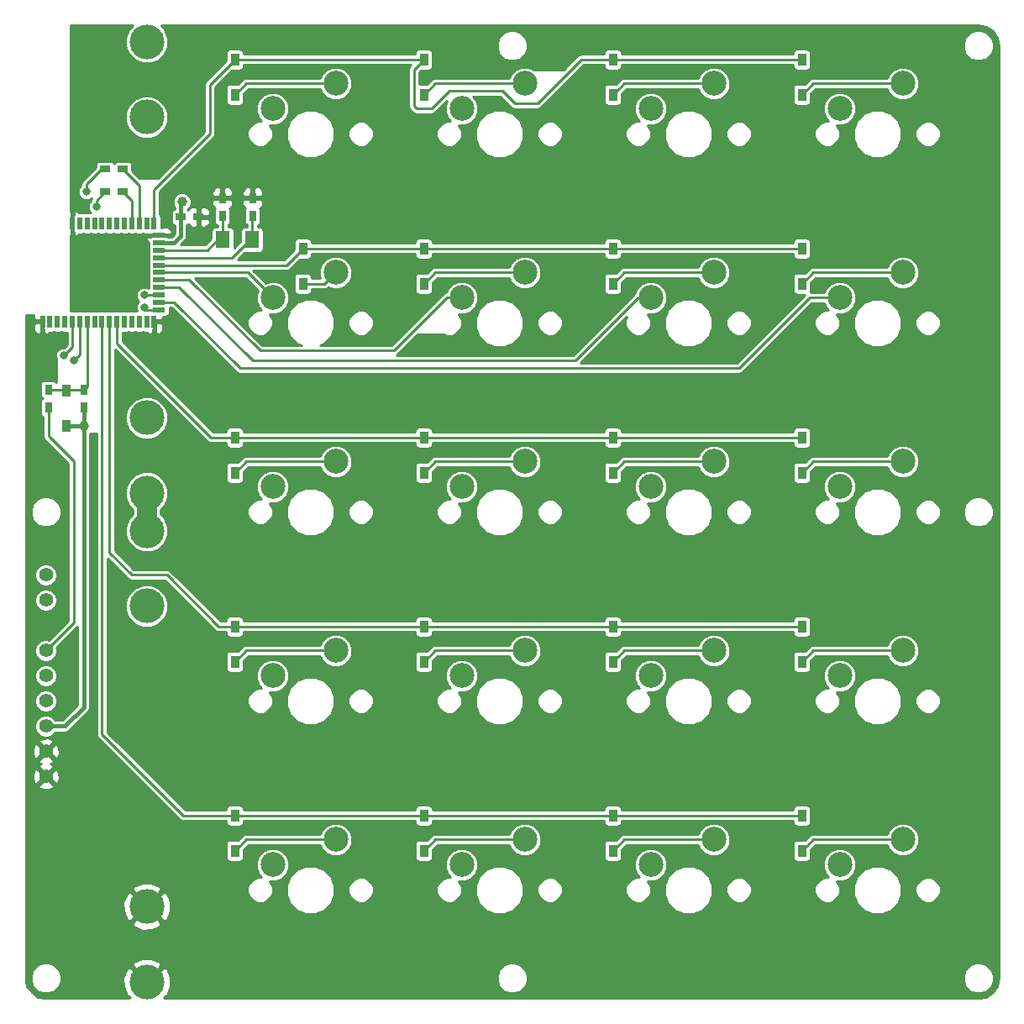
<source format=gbl>
G04 #@! TF.FileFunction,Copper,L2,Bot,Signal*
%FSLAX46Y46*%
G04 Gerber Fmt 4.6, Leading zero omitted, Abs format (unit mm)*
G04 Created by KiCad (PCBNEW 4.0.7) date 01/05/18 23:40:39*
%MOMM*%
%LPD*%
G01*
G04 APERTURE LIST*
%ADD10C,0.100000*%
%ADD11C,0.800000*%
%ADD12C,3.500000*%
%ADD13C,2.500000*%
%ADD14R,0.800000X1.000000*%
%ADD15R,1.000000X0.800000*%
%ADD16C,1.400000*%
%ADD17R,1.300000X0.500000*%
%ADD18R,0.500000X1.300000*%
%ADD19R,1.450000X1.800000*%
%ADD20R,0.950000X1.300000*%
%ADD21C,1.000000*%
%ADD22C,0.400000*%
%ADD23C,2.000000*%
%ADD24C,0.250000*%
%ADD25C,0.254000*%
G04 APERTURE END LIST*
D10*
D11*
X96520000Y-84201000D03*
D12*
X82550000Y-54212000D03*
X82550000Y-61812000D03*
X82550000Y-99712000D03*
X82550000Y-92112000D03*
X82550000Y-103488000D03*
X82550000Y-111088000D03*
X82550000Y-148988000D03*
X82550000Y-141388000D03*
D11*
X77152500Y-94107000D03*
X77152500Y-104457500D03*
X77152500Y-115189000D03*
X127762000Y-85979000D03*
X109220000Y-85217000D03*
D13*
X101600000Y-77470000D03*
X95250000Y-80010000D03*
D11*
X94742000Y-77851000D03*
X89027000Y-78613000D03*
X156210000Y-144780000D03*
X137160000Y-144780000D03*
X118110000Y-144780000D03*
X99060000Y-144780000D03*
X99060000Y-125730000D03*
X118110000Y-125730000D03*
X137160000Y-125730000D03*
X156210000Y-125730000D03*
X156210000Y-106680000D03*
X137160000Y-106680000D03*
X118110000Y-106680000D03*
X99060000Y-106680000D03*
X156210000Y-87630000D03*
X156210000Y-68580000D03*
X137160000Y-68580000D03*
X118110000Y-68580000D03*
X99060000Y-68580000D03*
D13*
X101600000Y-58420000D03*
X95250000Y-60960000D03*
D11*
X84582000Y-72390000D03*
X75438000Y-68072000D03*
X73914000Y-108966000D03*
X73914000Y-121920000D03*
X75184000Y-119380000D03*
X75184000Y-117094000D03*
X75184000Y-114300000D03*
X83312000Y-84328000D03*
X84836000Y-82550000D03*
X87630000Y-73914000D03*
X84836000Y-69342000D03*
X83820000Y-64770000D03*
X78740000Y-76708000D03*
X78486000Y-79502000D03*
X81280000Y-76708000D03*
X81280000Y-74168000D03*
X78486000Y-74168000D03*
X75438000Y-77470000D03*
X75438000Y-80264000D03*
X75438000Y-74422000D03*
X75438000Y-70866000D03*
X149860000Y-81153000D03*
X150368000Y-78740000D03*
X110744000Y-57658000D03*
X74168000Y-104648000D03*
X70866000Y-104648000D03*
X73406000Y-96266000D03*
X70866000Y-99060000D03*
X73914000Y-106680000D03*
X73914000Y-111760000D03*
X74168000Y-99060000D03*
X71374000Y-94488000D03*
X71120000Y-89408000D03*
X71882000Y-84074000D03*
D14*
X90170000Y-71766000D03*
X90170000Y-69966000D03*
X93218000Y-71766000D03*
X93218000Y-69966000D03*
X72644000Y-89270000D03*
X72644000Y-91070000D03*
D15*
X85968000Y-71882000D03*
X87768000Y-71882000D03*
D16*
X72390000Y-110490000D03*
X72390000Y-107950000D03*
X72390000Y-115570000D03*
X72390000Y-125730000D03*
X72390000Y-128270000D03*
X72390000Y-120650000D03*
X72390000Y-118110000D03*
X72390000Y-123190000D03*
D15*
X78348000Y-67056000D03*
X80148000Y-67056000D03*
X78348000Y-69342000D03*
X80148000Y-69342000D03*
D14*
X76200000Y-91070000D03*
X76200000Y-89270000D03*
D17*
X83800000Y-81220000D03*
X83800000Y-80470000D03*
X83800000Y-79720000D03*
X83800000Y-78970000D03*
X83800000Y-78220000D03*
X83800000Y-77470000D03*
X83800000Y-76720000D03*
X83800000Y-75970000D03*
X83800000Y-75220000D03*
X83800000Y-74470000D03*
X83800000Y-73720000D03*
D18*
X83300000Y-72520000D03*
X82550000Y-72520000D03*
X81800000Y-72520000D03*
X81050000Y-72520000D03*
X80300000Y-72520000D03*
X79550000Y-72520000D03*
X78800000Y-72520000D03*
X78050000Y-72520000D03*
X77300000Y-72520000D03*
X76550000Y-72520000D03*
X75800000Y-72520000D03*
X75050000Y-72520000D03*
X83300000Y-82420000D03*
X82550000Y-82420000D03*
X81800000Y-82420000D03*
X81050000Y-82420000D03*
X80300000Y-82420000D03*
X79550000Y-82420000D03*
X78800000Y-82420000D03*
X78050000Y-82420000D03*
X77300000Y-82420000D03*
X76550000Y-82420000D03*
X75800000Y-82420000D03*
X75050000Y-82420000D03*
X74300000Y-82420000D03*
X73550000Y-82420000D03*
X72050000Y-82420000D03*
X72800000Y-82420000D03*
D19*
X90219000Y-74168000D03*
X93169000Y-74168000D03*
D20*
X74422000Y-92961000D03*
X74422000Y-89411000D03*
X148590000Y-132210000D03*
X148590000Y-135760000D03*
X148590000Y-113160000D03*
X148590000Y-116710000D03*
X148590000Y-94110000D03*
X148590000Y-97660000D03*
X148590000Y-75060000D03*
X148590000Y-78610000D03*
X148590000Y-56010000D03*
X148590000Y-59560000D03*
X129540000Y-132210000D03*
X129540000Y-135760000D03*
X129540000Y-113160000D03*
X129540000Y-116710000D03*
X129540000Y-94110000D03*
X129540000Y-97660000D03*
X129540000Y-75060000D03*
X129540000Y-78610000D03*
X129540000Y-56010000D03*
X129540000Y-59560000D03*
X110490000Y-132210000D03*
X110490000Y-135760000D03*
X110490000Y-113160000D03*
X110490000Y-116710000D03*
X110490000Y-94110000D03*
X110490000Y-97660000D03*
X110490000Y-75060000D03*
X110490000Y-78610000D03*
X110490000Y-56010000D03*
X110490000Y-59560000D03*
X91440000Y-132210000D03*
X91440000Y-135760000D03*
X91440000Y-113160000D03*
X91440000Y-116710000D03*
X91440000Y-94110000D03*
X91440000Y-97660000D03*
X98298000Y-75060000D03*
X98298000Y-78610000D03*
X91440000Y-56010000D03*
X91440000Y-59560000D03*
D13*
X158750000Y-134620000D03*
X152400000Y-137160000D03*
X158750000Y-115570000D03*
X152400000Y-118110000D03*
X158750000Y-96520000D03*
X152400000Y-99060000D03*
X158750000Y-77470000D03*
X152400000Y-80010000D03*
X158750000Y-58420000D03*
X152400000Y-60960000D03*
X139700000Y-134620000D03*
X133350000Y-137160000D03*
X139700000Y-115570000D03*
X133350000Y-118110000D03*
X139700000Y-96520000D03*
X133350000Y-99060000D03*
X139700000Y-77470000D03*
X133350000Y-80010000D03*
X139700000Y-58420000D03*
X133350000Y-60960000D03*
X120650000Y-134620000D03*
X114300000Y-137160000D03*
X120650000Y-115570000D03*
X114300000Y-118110000D03*
X120650000Y-96520000D03*
X114300000Y-99060000D03*
X120650000Y-77470000D03*
X114300000Y-80010000D03*
X101600000Y-134620000D03*
X95250000Y-137160000D03*
X101600000Y-115570000D03*
X95250000Y-118110000D03*
X101600000Y-96520000D03*
X95250000Y-99060000D03*
X120650000Y-58420000D03*
X114300000Y-60960000D03*
D11*
X70866000Y-82296000D03*
D21*
X86106000Y-70358000D03*
X76200000Y-92964000D03*
D11*
X76454000Y-69342000D03*
X77470000Y-70866000D03*
X75184000Y-86360000D03*
X74168000Y-85852000D03*
X82296000Y-81026000D03*
X82296000Y-79756000D03*
D22*
X85968000Y-71882000D02*
X85968000Y-70496000D01*
X85968000Y-70496000D02*
X86106000Y-70358000D01*
X85968000Y-71882000D02*
X85968000Y-73798000D01*
X74295000Y-123190000D02*
X72390000Y-123190000D01*
X76200000Y-92964000D02*
X76200000Y-91070000D01*
X74422000Y-92961000D02*
X76197000Y-92961000D01*
X76197000Y-92961000D02*
X76200000Y-92964000D01*
X76200000Y-92964000D02*
X76200000Y-121285000D01*
X76200000Y-121285000D02*
X74295000Y-123190000D01*
X85296000Y-74470000D02*
X85968000Y-73798000D01*
X83800000Y-74470000D02*
X85296000Y-74470000D01*
D23*
X82550000Y-99712000D02*
X82550000Y-103488000D01*
D24*
X90219000Y-74168000D02*
X89711000Y-74168000D01*
X89711000Y-74168000D02*
X88659000Y-75220000D01*
X88659000Y-75220000D02*
X83800000Y-75220000D01*
X90219000Y-74168000D02*
X90219000Y-71815000D01*
X90219000Y-71815000D02*
X90170000Y-71766000D01*
X83800000Y-75970000D02*
X91162000Y-75970000D01*
X91162000Y-75970000D02*
X92964000Y-74168000D01*
X92964000Y-74168000D02*
X93169000Y-74168000D01*
X93169000Y-74168000D02*
X93169000Y-71815000D01*
X93169000Y-71815000D02*
X93218000Y-71766000D01*
X72644000Y-89270000D02*
X74281000Y-89270000D01*
X74281000Y-89270000D02*
X74422000Y-89411000D01*
X76200000Y-89270000D02*
X74563000Y-89270000D01*
X74563000Y-89270000D02*
X74422000Y-89411000D01*
X76550000Y-82420000D02*
X76550000Y-88920000D01*
X76550000Y-88920000D02*
X76200000Y-89270000D01*
X72644000Y-91070000D02*
X72644000Y-93980000D01*
X72644000Y-93980000D02*
X75184000Y-96520000D01*
X75184000Y-96520000D02*
X75184000Y-112776000D01*
X72390000Y-115570000D02*
X75184000Y-112776000D01*
X129540000Y-56010000D02*
X126362000Y-56010000D01*
X109474000Y-57026000D02*
X110490000Y-56010000D01*
X109474000Y-60706000D02*
X109474000Y-57026000D01*
X109728000Y-60960000D02*
X109474000Y-60706000D01*
X111252000Y-60960000D02*
X109728000Y-60960000D01*
X113030000Y-59182000D02*
X111252000Y-60960000D01*
X118364000Y-59182000D02*
X113030000Y-59182000D01*
X119634000Y-60452000D02*
X118364000Y-59182000D01*
X121920000Y-60452000D02*
X119634000Y-60452000D01*
X126362000Y-56010000D02*
X121920000Y-60452000D01*
X83300000Y-72520000D02*
X83300000Y-69100000D01*
X88900000Y-58550000D02*
X91440000Y-56010000D01*
X88900000Y-63500000D02*
X88900000Y-58550000D01*
X83300000Y-69100000D02*
X88900000Y-63500000D01*
X110490000Y-56010000D02*
X91440000Y-56010000D01*
X148590000Y-56010000D02*
X129540000Y-56010000D01*
X83800000Y-76720000D02*
X96638000Y-76720000D01*
X96638000Y-76720000D02*
X98298000Y-75060000D01*
X110490000Y-75060000D02*
X98298000Y-75060000D01*
X148590000Y-75060000D02*
X129540000Y-75060000D01*
X129540000Y-75060000D02*
X110490000Y-75060000D01*
X91440000Y-94110000D02*
X89030000Y-94110000D01*
X89030000Y-94110000D02*
X79550000Y-84630000D01*
X79550000Y-84630000D02*
X79550000Y-82420000D01*
X148590000Y-94110000D02*
X129540000Y-94110000D01*
X129540000Y-94110000D02*
X110490000Y-94110000D01*
X110490000Y-94110000D02*
X91440000Y-94110000D01*
X91440000Y-113160000D02*
X89792000Y-113160000D01*
X89792000Y-113160000D02*
X84582000Y-107950000D01*
X84582000Y-107950000D02*
X81026000Y-107950000D01*
X81026000Y-107950000D02*
X78800000Y-105724000D01*
X78800000Y-105724000D02*
X78800000Y-82420000D01*
X148590000Y-113160000D02*
X129540000Y-113160000D01*
X129540000Y-113160000D02*
X110490000Y-113160000D01*
X110490000Y-113160000D02*
X91440000Y-113160000D01*
X91440000Y-132210000D02*
X86236000Y-132210000D01*
X78050000Y-124024000D02*
X78050000Y-82420000D01*
X86236000Y-132210000D02*
X78050000Y-124024000D01*
X148590000Y-132210000D02*
X129540000Y-132210000D01*
X129540000Y-132210000D02*
X110490000Y-132210000D01*
X110490000Y-132210000D02*
X91440000Y-132210000D01*
X76454000Y-69342000D02*
X76454000Y-68580000D01*
X76454000Y-68580000D02*
X77978000Y-67056000D01*
X77978000Y-67056000D02*
X78348000Y-67056000D01*
X77470000Y-70866000D02*
X77470000Y-70220000D01*
X77470000Y-70220000D02*
X78348000Y-69342000D01*
X75184000Y-86360000D02*
X75800000Y-85744000D01*
X75800000Y-85744000D02*
X75800000Y-82420000D01*
X74168000Y-85852000D02*
X75050000Y-84970000D01*
X75050000Y-84970000D02*
X75050000Y-82420000D01*
X82296000Y-81026000D02*
X82490000Y-81220000D01*
X82490000Y-81220000D02*
X83800000Y-81220000D01*
X82296000Y-79756000D02*
X82332000Y-79720000D01*
X82332000Y-79720000D02*
X83800000Y-79720000D01*
X81800000Y-72520000D02*
X81800000Y-68708000D01*
X81800000Y-68708000D02*
X80148000Y-67056000D01*
X81788000Y-72508000D02*
X81800000Y-72520000D01*
X81050000Y-72520000D02*
X81050000Y-70244000D01*
X81050000Y-70244000D02*
X80148000Y-69342000D01*
X81026000Y-72496000D02*
X81050000Y-72520000D01*
X101600000Y-58420000D02*
X92580000Y-58420000D01*
X92580000Y-58420000D02*
X91440000Y-59560000D01*
X98298000Y-78610000D02*
X100460000Y-78610000D01*
X100460000Y-78610000D02*
X101600000Y-77470000D01*
X101600000Y-96520000D02*
X92580000Y-96520000D01*
X92580000Y-96520000D02*
X91440000Y-97660000D01*
X101600000Y-115570000D02*
X92580000Y-115570000D01*
X92580000Y-115570000D02*
X91440000Y-116710000D01*
X101600000Y-134620000D02*
X92580000Y-134620000D01*
X92580000Y-134620000D02*
X91440000Y-135760000D01*
X120650000Y-58420000D02*
X111630000Y-58420000D01*
X111630000Y-58420000D02*
X110490000Y-59560000D01*
X120650000Y-77470000D02*
X111630000Y-77470000D01*
X111630000Y-77470000D02*
X110490000Y-78610000D01*
X120650000Y-96520000D02*
X111630000Y-96520000D01*
X111630000Y-96520000D02*
X110490000Y-97660000D01*
X120650000Y-115570000D02*
X111630000Y-115570000D01*
X111630000Y-115570000D02*
X110490000Y-116710000D01*
X120650000Y-134620000D02*
X111630000Y-134620000D01*
X111630000Y-134620000D02*
X110490000Y-135760000D01*
X139700000Y-58420000D02*
X130680000Y-58420000D01*
X130680000Y-58420000D02*
X129540000Y-59560000D01*
X139700000Y-77470000D02*
X130680000Y-77470000D01*
X130680000Y-77470000D02*
X129540000Y-78610000D01*
X139700000Y-96520000D02*
X130680000Y-96520000D01*
X130680000Y-96520000D02*
X129540000Y-97660000D01*
X139700000Y-115570000D02*
X130680000Y-115570000D01*
X130680000Y-115570000D02*
X129540000Y-116710000D01*
X139700000Y-134620000D02*
X130680000Y-134620000D01*
X130680000Y-134620000D02*
X129540000Y-135760000D01*
X158750000Y-58420000D02*
X149730000Y-58420000D01*
X149730000Y-58420000D02*
X148590000Y-59560000D01*
X158750000Y-77470000D02*
X149730000Y-77470000D01*
X149730000Y-77470000D02*
X148590000Y-78610000D01*
X158750000Y-96520000D02*
X149730000Y-96520000D01*
X149730000Y-96520000D02*
X148590000Y-97660000D01*
X158750000Y-115570000D02*
X149730000Y-115570000D01*
X149730000Y-115570000D02*
X148590000Y-116710000D01*
X158750000Y-134620000D02*
X149730000Y-134620000D01*
X149730000Y-134620000D02*
X148590000Y-135760000D01*
X83800000Y-77470000D02*
X92710000Y-77470000D01*
X92710000Y-77470000D02*
X95250000Y-80010000D01*
X93980000Y-85344000D02*
X86856000Y-78220000D01*
X86856000Y-78220000D02*
X83800000Y-78220000D01*
X107442000Y-85344000D02*
X93980000Y-85344000D01*
X112776000Y-80010000D02*
X107442000Y-85344000D01*
X114300000Y-80010000D02*
X112776000Y-80010000D01*
X133350000Y-80010000D02*
X132080000Y-80010000D01*
X132080000Y-80010000D02*
X125730000Y-86360000D01*
X125730000Y-86360000D02*
X93218000Y-86360000D01*
X93218000Y-86360000D02*
X85828000Y-78970000D01*
X85828000Y-78970000D02*
X83800000Y-78970000D01*
X152400000Y-80010000D02*
X149352000Y-80010000D01*
X149352000Y-80010000D02*
X142240000Y-87122000D01*
X142240000Y-87122000D02*
X91948000Y-87122000D01*
X85296000Y-80470000D02*
X83800000Y-80470000D01*
X91948000Y-87122000D02*
X85296000Y-80470000D01*
D25*
G36*
X80705505Y-52977218D02*
X80373379Y-53777068D01*
X80372623Y-54643132D01*
X80703353Y-55443560D01*
X81315218Y-56056495D01*
X82115068Y-56388621D01*
X82981132Y-56389377D01*
X83781560Y-56058647D01*
X84394495Y-55446782D01*
X84616386Y-54912407D01*
X117852735Y-54912407D01*
X118084717Y-55473846D01*
X118513894Y-55903773D01*
X119074928Y-56136735D01*
X119682407Y-56137265D01*
X120243846Y-55905283D01*
X120673773Y-55476106D01*
X120906735Y-54915072D01*
X120906737Y-54912407D01*
X164842735Y-54912407D01*
X165074717Y-55473846D01*
X165503894Y-55903773D01*
X166064928Y-56136735D01*
X166672407Y-56137265D01*
X167233846Y-55905283D01*
X167663773Y-55476106D01*
X167896735Y-54915072D01*
X167897265Y-54307593D01*
X167665283Y-53746154D01*
X167236106Y-53316227D01*
X166675072Y-53083265D01*
X166067593Y-53082735D01*
X165506154Y-53314717D01*
X165076227Y-53743894D01*
X164843265Y-54304928D01*
X164842735Y-54912407D01*
X120906737Y-54912407D01*
X120907265Y-54307593D01*
X120675283Y-53746154D01*
X120246106Y-53316227D01*
X119685072Y-53083265D01*
X119077593Y-53082735D01*
X118516154Y-53314717D01*
X118086227Y-53743894D01*
X117853265Y-54304928D01*
X117852735Y-54912407D01*
X84616386Y-54912407D01*
X84726621Y-54646932D01*
X84727377Y-53780868D01*
X84396647Y-52980440D01*
X83988920Y-52572000D01*
X166320559Y-52572000D01*
X167146144Y-52736219D01*
X167804129Y-53175871D01*
X168243781Y-53833855D01*
X168408000Y-54659441D01*
X168408000Y-148540559D01*
X168243781Y-149366145D01*
X167804129Y-150024129D01*
X167146144Y-150463781D01*
X166320559Y-150628000D01*
X84345460Y-150628000D01*
X84357534Y-150615926D01*
X84244530Y-150502922D01*
X84589271Y-150312636D01*
X84940956Y-149431409D01*
X84933960Y-148892407D01*
X117852735Y-148892407D01*
X118084717Y-149453846D01*
X118513894Y-149883773D01*
X119074928Y-150116735D01*
X119682407Y-150117265D01*
X120243846Y-149885283D01*
X120673773Y-149456106D01*
X120906735Y-148895072D01*
X120906737Y-148892407D01*
X164842735Y-148892407D01*
X165074717Y-149453846D01*
X165503894Y-149883773D01*
X166064928Y-150116735D01*
X166672407Y-150117265D01*
X167233846Y-149885283D01*
X167663773Y-149456106D01*
X167896735Y-148895072D01*
X167897265Y-148287593D01*
X167665283Y-147726154D01*
X167236106Y-147296227D01*
X166675072Y-147063265D01*
X166067593Y-147062735D01*
X165506154Y-147294717D01*
X165076227Y-147723894D01*
X164843265Y-148284928D01*
X164842735Y-148892407D01*
X120906737Y-148892407D01*
X120907265Y-148287593D01*
X120675283Y-147726154D01*
X120246106Y-147296227D01*
X119685072Y-147063265D01*
X119077593Y-147062735D01*
X118516154Y-147294717D01*
X118086227Y-147723894D01*
X117853265Y-148284928D01*
X117852735Y-148892407D01*
X84933960Y-148892407D01*
X84928641Y-148482677D01*
X84589271Y-147663364D01*
X84244528Y-147473077D01*
X82729605Y-148988000D01*
X82743748Y-149002143D01*
X82564143Y-149181748D01*
X82550000Y-149167605D01*
X82535858Y-149181748D01*
X82356253Y-149002143D01*
X82370395Y-148988000D01*
X80855472Y-147473077D01*
X80510729Y-147663364D01*
X80159044Y-148544591D01*
X80171359Y-149493323D01*
X80510729Y-150312636D01*
X80855470Y-150502922D01*
X80742466Y-150615926D01*
X80754540Y-150628000D01*
X72439441Y-150628000D01*
X71613855Y-150463781D01*
X70955871Y-150024129D01*
X70516219Y-149366144D01*
X70421987Y-148892407D01*
X70862735Y-148892407D01*
X71094717Y-149453846D01*
X71523894Y-149883773D01*
X72084928Y-150116735D01*
X72692407Y-150117265D01*
X73253846Y-149885283D01*
X73683773Y-149456106D01*
X73916735Y-148895072D01*
X73917265Y-148287593D01*
X73685283Y-147726154D01*
X73256106Y-147296227D01*
X73249472Y-147293472D01*
X81035077Y-147293472D01*
X82550000Y-148808395D01*
X84064923Y-147293472D01*
X83874636Y-146948729D01*
X82993409Y-146597044D01*
X82044677Y-146609359D01*
X81225364Y-146948729D01*
X81035077Y-147293472D01*
X73249472Y-147293472D01*
X72695072Y-147063265D01*
X72087593Y-147062735D01*
X71526154Y-147294717D01*
X71096227Y-147723894D01*
X70863265Y-148284928D01*
X70862735Y-148892407D01*
X70421987Y-148892407D01*
X70352000Y-148540559D01*
X70352000Y-143082528D01*
X81035077Y-143082528D01*
X81225364Y-143427271D01*
X82106591Y-143778956D01*
X83055323Y-143766641D01*
X83874636Y-143427271D01*
X84064923Y-143082528D01*
X82550000Y-141567605D01*
X81035077Y-143082528D01*
X70352000Y-143082528D01*
X70352000Y-140944591D01*
X80159044Y-140944591D01*
X80171359Y-141893323D01*
X80510729Y-142712636D01*
X80855472Y-142902923D01*
X82370395Y-141388000D01*
X82729605Y-141388000D01*
X84244528Y-142902923D01*
X84589271Y-142712636D01*
X84940956Y-141831409D01*
X84928641Y-140882677D01*
X84589271Y-140063364D01*
X84390932Y-139953887D01*
X92697778Y-139953887D01*
X92892539Y-140425246D01*
X93252857Y-140786193D01*
X93723876Y-140981777D01*
X94233887Y-140982222D01*
X94705246Y-140787461D01*
X95066193Y-140427143D01*
X95168549Y-140180642D01*
X96632579Y-140180642D01*
X97001290Y-141072989D01*
X97683420Y-141756311D01*
X98575122Y-142126578D01*
X99540642Y-142127421D01*
X100432989Y-141758710D01*
X101116311Y-141076580D01*
X101486578Y-140184878D01*
X101486779Y-139953887D01*
X102857778Y-139953887D01*
X103052539Y-140425246D01*
X103412857Y-140786193D01*
X103883876Y-140981777D01*
X104393887Y-140982222D01*
X104865246Y-140787461D01*
X105226193Y-140427143D01*
X105421777Y-139956124D01*
X105421778Y-139953887D01*
X111747778Y-139953887D01*
X111942539Y-140425246D01*
X112302857Y-140786193D01*
X112773876Y-140981777D01*
X113283887Y-140982222D01*
X113755246Y-140787461D01*
X114116193Y-140427143D01*
X114218549Y-140180642D01*
X115682579Y-140180642D01*
X116051290Y-141072989D01*
X116733420Y-141756311D01*
X117625122Y-142126578D01*
X118590642Y-142127421D01*
X119482989Y-141758710D01*
X120166311Y-141076580D01*
X120536578Y-140184878D01*
X120536779Y-139953887D01*
X121907778Y-139953887D01*
X122102539Y-140425246D01*
X122462857Y-140786193D01*
X122933876Y-140981777D01*
X123443887Y-140982222D01*
X123915246Y-140787461D01*
X124276193Y-140427143D01*
X124471777Y-139956124D01*
X124471778Y-139953887D01*
X130797778Y-139953887D01*
X130992539Y-140425246D01*
X131352857Y-140786193D01*
X131823876Y-140981777D01*
X132333887Y-140982222D01*
X132805246Y-140787461D01*
X133166193Y-140427143D01*
X133268549Y-140180642D01*
X134732579Y-140180642D01*
X135101290Y-141072989D01*
X135783420Y-141756311D01*
X136675122Y-142126578D01*
X137640642Y-142127421D01*
X138532989Y-141758710D01*
X139216311Y-141076580D01*
X139586578Y-140184878D01*
X139586779Y-139953887D01*
X140957778Y-139953887D01*
X141152539Y-140425246D01*
X141512857Y-140786193D01*
X141983876Y-140981777D01*
X142493887Y-140982222D01*
X142965246Y-140787461D01*
X143326193Y-140427143D01*
X143521777Y-139956124D01*
X143521778Y-139953887D01*
X149847778Y-139953887D01*
X150042539Y-140425246D01*
X150402857Y-140786193D01*
X150873876Y-140981777D01*
X151383887Y-140982222D01*
X151855246Y-140787461D01*
X152216193Y-140427143D01*
X152318549Y-140180642D01*
X153782579Y-140180642D01*
X154151290Y-141072989D01*
X154833420Y-141756311D01*
X155725122Y-142126578D01*
X156690642Y-142127421D01*
X157582989Y-141758710D01*
X158266311Y-141076580D01*
X158636578Y-140184878D01*
X158636779Y-139953887D01*
X160007778Y-139953887D01*
X160202539Y-140425246D01*
X160562857Y-140786193D01*
X161033876Y-140981777D01*
X161543887Y-140982222D01*
X162015246Y-140787461D01*
X162376193Y-140427143D01*
X162571777Y-139956124D01*
X162572222Y-139446113D01*
X162377461Y-138974754D01*
X162017143Y-138613807D01*
X161546124Y-138418223D01*
X161036113Y-138417778D01*
X160564754Y-138612539D01*
X160203807Y-138972857D01*
X160008223Y-139443876D01*
X160007778Y-139953887D01*
X158636779Y-139953887D01*
X158637421Y-139219358D01*
X158268710Y-138327011D01*
X157586580Y-137643689D01*
X156694878Y-137273422D01*
X155729358Y-137272579D01*
X154837011Y-137641290D01*
X154153689Y-138323420D01*
X153783422Y-139215122D01*
X153782579Y-140180642D01*
X152318549Y-140180642D01*
X152411777Y-139956124D01*
X152412222Y-139446113D01*
X152217461Y-138974754D01*
X152079668Y-138836721D01*
X152732112Y-138837290D01*
X153348703Y-138582520D01*
X153820862Y-138111184D01*
X154076708Y-137495039D01*
X154077290Y-136827888D01*
X153822520Y-136211297D01*
X153351184Y-135739138D01*
X152735039Y-135483292D01*
X152067888Y-135482710D01*
X151451297Y-135737480D01*
X150979138Y-136208816D01*
X150723292Y-136824961D01*
X150722710Y-137492112D01*
X150977480Y-138108703D01*
X151286374Y-138418136D01*
X150876113Y-138417778D01*
X150404754Y-138612539D01*
X150043807Y-138972857D01*
X149848223Y-139443876D01*
X149847778Y-139953887D01*
X143521778Y-139953887D01*
X143522222Y-139446113D01*
X143327461Y-138974754D01*
X142967143Y-138613807D01*
X142496124Y-138418223D01*
X141986113Y-138417778D01*
X141514754Y-138612539D01*
X141153807Y-138972857D01*
X140958223Y-139443876D01*
X140957778Y-139953887D01*
X139586779Y-139953887D01*
X139587421Y-139219358D01*
X139218710Y-138327011D01*
X138536580Y-137643689D01*
X137644878Y-137273422D01*
X136679358Y-137272579D01*
X135787011Y-137641290D01*
X135103689Y-138323420D01*
X134733422Y-139215122D01*
X134732579Y-140180642D01*
X133268549Y-140180642D01*
X133361777Y-139956124D01*
X133362222Y-139446113D01*
X133167461Y-138974754D01*
X133029668Y-138836721D01*
X133682112Y-138837290D01*
X134298703Y-138582520D01*
X134770862Y-138111184D01*
X135026708Y-137495039D01*
X135027290Y-136827888D01*
X134772520Y-136211297D01*
X134301184Y-135739138D01*
X133685039Y-135483292D01*
X133017888Y-135482710D01*
X132401297Y-135737480D01*
X131929138Y-136208816D01*
X131673292Y-136824961D01*
X131672710Y-137492112D01*
X131927480Y-138108703D01*
X132236374Y-138418136D01*
X131826113Y-138417778D01*
X131354754Y-138612539D01*
X130993807Y-138972857D01*
X130798223Y-139443876D01*
X130797778Y-139953887D01*
X124471778Y-139953887D01*
X124472222Y-139446113D01*
X124277461Y-138974754D01*
X123917143Y-138613807D01*
X123446124Y-138418223D01*
X122936113Y-138417778D01*
X122464754Y-138612539D01*
X122103807Y-138972857D01*
X121908223Y-139443876D01*
X121907778Y-139953887D01*
X120536779Y-139953887D01*
X120537421Y-139219358D01*
X120168710Y-138327011D01*
X119486580Y-137643689D01*
X118594878Y-137273422D01*
X117629358Y-137272579D01*
X116737011Y-137641290D01*
X116053689Y-138323420D01*
X115683422Y-139215122D01*
X115682579Y-140180642D01*
X114218549Y-140180642D01*
X114311777Y-139956124D01*
X114312222Y-139446113D01*
X114117461Y-138974754D01*
X113979668Y-138836721D01*
X114632112Y-138837290D01*
X115248703Y-138582520D01*
X115720862Y-138111184D01*
X115976708Y-137495039D01*
X115977290Y-136827888D01*
X115722520Y-136211297D01*
X115251184Y-135739138D01*
X114635039Y-135483292D01*
X113967888Y-135482710D01*
X113351297Y-135737480D01*
X112879138Y-136208816D01*
X112623292Y-136824961D01*
X112622710Y-137492112D01*
X112877480Y-138108703D01*
X113186374Y-138418136D01*
X112776113Y-138417778D01*
X112304754Y-138612539D01*
X111943807Y-138972857D01*
X111748223Y-139443876D01*
X111747778Y-139953887D01*
X105421778Y-139953887D01*
X105422222Y-139446113D01*
X105227461Y-138974754D01*
X104867143Y-138613807D01*
X104396124Y-138418223D01*
X103886113Y-138417778D01*
X103414754Y-138612539D01*
X103053807Y-138972857D01*
X102858223Y-139443876D01*
X102857778Y-139953887D01*
X101486779Y-139953887D01*
X101487421Y-139219358D01*
X101118710Y-138327011D01*
X100436580Y-137643689D01*
X99544878Y-137273422D01*
X98579358Y-137272579D01*
X97687011Y-137641290D01*
X97003689Y-138323420D01*
X96633422Y-139215122D01*
X96632579Y-140180642D01*
X95168549Y-140180642D01*
X95261777Y-139956124D01*
X95262222Y-139446113D01*
X95067461Y-138974754D01*
X94929668Y-138836721D01*
X95582112Y-138837290D01*
X96198703Y-138582520D01*
X96670862Y-138111184D01*
X96926708Y-137495039D01*
X96927290Y-136827888D01*
X96672520Y-136211297D01*
X96201184Y-135739138D01*
X95585039Y-135483292D01*
X94917888Y-135482710D01*
X94301297Y-135737480D01*
X93829138Y-136208816D01*
X93573292Y-136824961D01*
X93572710Y-137492112D01*
X93827480Y-138108703D01*
X94136374Y-138418136D01*
X93726113Y-138417778D01*
X93254754Y-138612539D01*
X92893807Y-138972857D01*
X92698223Y-139443876D01*
X92697778Y-139953887D01*
X84390932Y-139953887D01*
X84244528Y-139873077D01*
X82729605Y-141388000D01*
X82370395Y-141388000D01*
X80855472Y-139873077D01*
X80510729Y-140063364D01*
X80159044Y-140944591D01*
X70352000Y-140944591D01*
X70352000Y-139693472D01*
X81035077Y-139693472D01*
X82550000Y-141208395D01*
X84064923Y-139693472D01*
X83874636Y-139348729D01*
X82993409Y-138997044D01*
X82044677Y-139009359D01*
X81225364Y-139348729D01*
X81035077Y-139693472D01*
X70352000Y-139693472D01*
X70352000Y-135110000D01*
X90529635Y-135110000D01*
X90529635Y-136410000D01*
X90559409Y-136568237D01*
X90652927Y-136713567D01*
X90795619Y-136811064D01*
X90965000Y-136845365D01*
X91915000Y-136845365D01*
X92073237Y-136815591D01*
X92218567Y-136722073D01*
X92316064Y-136579381D01*
X92350365Y-136410000D01*
X92350365Y-135630281D01*
X92808646Y-135172000D01*
X100013566Y-135172000D01*
X100177480Y-135568703D01*
X100648816Y-136040862D01*
X101264961Y-136296708D01*
X101932112Y-136297290D01*
X102548703Y-136042520D01*
X103020862Y-135571184D01*
X103212362Y-135110000D01*
X109579635Y-135110000D01*
X109579635Y-136410000D01*
X109609409Y-136568237D01*
X109702927Y-136713567D01*
X109845619Y-136811064D01*
X110015000Y-136845365D01*
X110965000Y-136845365D01*
X111123237Y-136815591D01*
X111268567Y-136722073D01*
X111366064Y-136579381D01*
X111400365Y-136410000D01*
X111400365Y-135630281D01*
X111858646Y-135172000D01*
X119063566Y-135172000D01*
X119227480Y-135568703D01*
X119698816Y-136040862D01*
X120314961Y-136296708D01*
X120982112Y-136297290D01*
X121598703Y-136042520D01*
X122070862Y-135571184D01*
X122262362Y-135110000D01*
X128629635Y-135110000D01*
X128629635Y-136410000D01*
X128659409Y-136568237D01*
X128752927Y-136713567D01*
X128895619Y-136811064D01*
X129065000Y-136845365D01*
X130015000Y-136845365D01*
X130173237Y-136815591D01*
X130318567Y-136722073D01*
X130416064Y-136579381D01*
X130450365Y-136410000D01*
X130450365Y-135630281D01*
X130908646Y-135172000D01*
X138113566Y-135172000D01*
X138277480Y-135568703D01*
X138748816Y-136040862D01*
X139364961Y-136296708D01*
X140032112Y-136297290D01*
X140648703Y-136042520D01*
X141120862Y-135571184D01*
X141312362Y-135110000D01*
X147679635Y-135110000D01*
X147679635Y-136410000D01*
X147709409Y-136568237D01*
X147802927Y-136713567D01*
X147945619Y-136811064D01*
X148115000Y-136845365D01*
X149065000Y-136845365D01*
X149223237Y-136815591D01*
X149368567Y-136722073D01*
X149466064Y-136579381D01*
X149500365Y-136410000D01*
X149500365Y-135630281D01*
X149958646Y-135172000D01*
X157163566Y-135172000D01*
X157327480Y-135568703D01*
X157798816Y-136040862D01*
X158414961Y-136296708D01*
X159082112Y-136297290D01*
X159698703Y-136042520D01*
X160170862Y-135571184D01*
X160426708Y-134955039D01*
X160427290Y-134287888D01*
X160172520Y-133671297D01*
X159701184Y-133199138D01*
X159085039Y-132943292D01*
X158417888Y-132942710D01*
X157801297Y-133197480D01*
X157329138Y-133668816D01*
X157163382Y-134068000D01*
X149730000Y-134068000D01*
X149518759Y-134110018D01*
X149518757Y-134110019D01*
X149518758Y-134110019D01*
X149339677Y-134229677D01*
X148894719Y-134674635D01*
X148115000Y-134674635D01*
X147956763Y-134704409D01*
X147811433Y-134797927D01*
X147713936Y-134940619D01*
X147679635Y-135110000D01*
X141312362Y-135110000D01*
X141376708Y-134955039D01*
X141377290Y-134287888D01*
X141122520Y-133671297D01*
X140651184Y-133199138D01*
X140035039Y-132943292D01*
X139367888Y-132942710D01*
X138751297Y-133197480D01*
X138279138Y-133668816D01*
X138113382Y-134068000D01*
X130680000Y-134068000D01*
X130468759Y-134110018D01*
X130468757Y-134110019D01*
X130468758Y-134110019D01*
X130289677Y-134229677D01*
X129844719Y-134674635D01*
X129065000Y-134674635D01*
X128906763Y-134704409D01*
X128761433Y-134797927D01*
X128663936Y-134940619D01*
X128629635Y-135110000D01*
X122262362Y-135110000D01*
X122326708Y-134955039D01*
X122327290Y-134287888D01*
X122072520Y-133671297D01*
X121601184Y-133199138D01*
X120985039Y-132943292D01*
X120317888Y-132942710D01*
X119701297Y-133197480D01*
X119229138Y-133668816D01*
X119063382Y-134068000D01*
X111630000Y-134068000D01*
X111418759Y-134110018D01*
X111418757Y-134110019D01*
X111418758Y-134110019D01*
X111239677Y-134229677D01*
X110794719Y-134674635D01*
X110015000Y-134674635D01*
X109856763Y-134704409D01*
X109711433Y-134797927D01*
X109613936Y-134940619D01*
X109579635Y-135110000D01*
X103212362Y-135110000D01*
X103276708Y-134955039D01*
X103277290Y-134287888D01*
X103022520Y-133671297D01*
X102551184Y-133199138D01*
X101935039Y-132943292D01*
X101267888Y-132942710D01*
X100651297Y-133197480D01*
X100179138Y-133668816D01*
X100013382Y-134068000D01*
X92580000Y-134068000D01*
X92368759Y-134110018D01*
X92368757Y-134110019D01*
X92368758Y-134110019D01*
X92189677Y-134229677D01*
X91744719Y-134674635D01*
X90965000Y-134674635D01*
X90806763Y-134704409D01*
X90661433Y-134797927D01*
X90563936Y-134940619D01*
X90529635Y-135110000D01*
X70352000Y-135110000D01*
X70352000Y-129205275D01*
X71634331Y-129205275D01*
X71696169Y-129441042D01*
X72197122Y-129617419D01*
X72727440Y-129588664D01*
X73083831Y-129441042D01*
X73145669Y-129205275D01*
X72390000Y-128449605D01*
X71634331Y-129205275D01*
X70352000Y-129205275D01*
X70352000Y-128077122D01*
X71042581Y-128077122D01*
X71071336Y-128607440D01*
X71218958Y-128963831D01*
X71454725Y-129025669D01*
X72210395Y-128270000D01*
X72569605Y-128270000D01*
X73325275Y-129025669D01*
X73561042Y-128963831D01*
X73737419Y-128462878D01*
X73708664Y-127932560D01*
X73561042Y-127576169D01*
X73325275Y-127514331D01*
X72569605Y-128270000D01*
X72210395Y-128270000D01*
X71454725Y-127514331D01*
X71218958Y-127576169D01*
X71042581Y-128077122D01*
X70352000Y-128077122D01*
X70352000Y-126665275D01*
X71634331Y-126665275D01*
X71696169Y-126901042D01*
X71954445Y-126991977D01*
X71696169Y-127098958D01*
X71634331Y-127334725D01*
X72390000Y-128090395D01*
X73145669Y-127334725D01*
X73083831Y-127098958D01*
X72825555Y-127008023D01*
X73083831Y-126901042D01*
X73145669Y-126665275D01*
X72390000Y-125909605D01*
X71634331Y-126665275D01*
X70352000Y-126665275D01*
X70352000Y-125537122D01*
X71042581Y-125537122D01*
X71071336Y-126067440D01*
X71218958Y-126423831D01*
X71454725Y-126485669D01*
X72210395Y-125730000D01*
X72569605Y-125730000D01*
X73325275Y-126485669D01*
X73561042Y-126423831D01*
X73737419Y-125922878D01*
X73708664Y-125392560D01*
X73561042Y-125036169D01*
X73325275Y-124974331D01*
X72569605Y-125730000D01*
X72210395Y-125730000D01*
X71454725Y-124974331D01*
X71218958Y-125036169D01*
X71042581Y-125537122D01*
X70352000Y-125537122D01*
X70352000Y-124794725D01*
X71634331Y-124794725D01*
X72390000Y-125550395D01*
X73145669Y-124794725D01*
X73083831Y-124558958D01*
X72582878Y-124382581D01*
X72052560Y-124411336D01*
X71696169Y-124558958D01*
X71634331Y-124794725D01*
X70352000Y-124794725D01*
X70352000Y-120873191D01*
X71262805Y-120873191D01*
X71434019Y-121287560D01*
X71750772Y-121604867D01*
X72164842Y-121776804D01*
X72613191Y-121777195D01*
X73027560Y-121605981D01*
X73344867Y-121289228D01*
X73516804Y-120875158D01*
X73517195Y-120426809D01*
X73345981Y-120012440D01*
X73029228Y-119695133D01*
X72615158Y-119523196D01*
X72166809Y-119522805D01*
X71752440Y-119694019D01*
X71435133Y-120010772D01*
X71263196Y-120424842D01*
X71262805Y-120873191D01*
X70352000Y-120873191D01*
X70352000Y-118333191D01*
X71262805Y-118333191D01*
X71434019Y-118747560D01*
X71750772Y-119064867D01*
X72164842Y-119236804D01*
X72613191Y-119237195D01*
X73027560Y-119065981D01*
X73344867Y-118749228D01*
X73516804Y-118335158D01*
X73517195Y-117886809D01*
X73345981Y-117472440D01*
X73029228Y-117155133D01*
X72615158Y-116983196D01*
X72166809Y-116982805D01*
X71752440Y-117154019D01*
X71435133Y-117470772D01*
X71263196Y-117884842D01*
X71262805Y-118333191D01*
X70352000Y-118333191D01*
X70352000Y-110713191D01*
X71262805Y-110713191D01*
X71434019Y-111127560D01*
X71750772Y-111444867D01*
X72164842Y-111616804D01*
X72613191Y-111617195D01*
X73027560Y-111445981D01*
X73344867Y-111129228D01*
X73516804Y-110715158D01*
X73517195Y-110266809D01*
X73345981Y-109852440D01*
X73029228Y-109535133D01*
X72615158Y-109363196D01*
X72166809Y-109362805D01*
X71752440Y-109534019D01*
X71435133Y-109850772D01*
X71263196Y-110264842D01*
X71262805Y-110713191D01*
X70352000Y-110713191D01*
X70352000Y-108173191D01*
X71262805Y-108173191D01*
X71434019Y-108587560D01*
X71750772Y-108904867D01*
X72164842Y-109076804D01*
X72613191Y-109077195D01*
X73027560Y-108905981D01*
X73344867Y-108589228D01*
X73516804Y-108175158D01*
X73517195Y-107726809D01*
X73345981Y-107312440D01*
X73029228Y-106995133D01*
X72615158Y-106823196D01*
X72166809Y-106822805D01*
X71752440Y-106994019D01*
X71435133Y-107310772D01*
X71263196Y-107724842D01*
X71262805Y-108173191D01*
X70352000Y-108173191D01*
X70352000Y-101902407D01*
X70862735Y-101902407D01*
X71094717Y-102463846D01*
X71523894Y-102893773D01*
X72084928Y-103126735D01*
X72692407Y-103127265D01*
X73253846Y-102895283D01*
X73683773Y-102466106D01*
X73916735Y-101905072D01*
X73917265Y-101297593D01*
X73685283Y-100736154D01*
X73256106Y-100306227D01*
X72695072Y-100073265D01*
X72087593Y-100072735D01*
X71526154Y-100304717D01*
X71096227Y-100733894D01*
X70863265Y-101294928D01*
X70862735Y-101902407D01*
X70352000Y-101902407D01*
X70352000Y-82705750D01*
X71165000Y-82705750D01*
X71165000Y-83196309D01*
X71261673Y-83429698D01*
X71440301Y-83608327D01*
X71673690Y-83705000D01*
X71766250Y-83705000D01*
X71925000Y-83546250D01*
X71925000Y-82547000D01*
X71323750Y-82547000D01*
X71165000Y-82705750D01*
X70352000Y-82705750D01*
X70352000Y-81797000D01*
X71165000Y-81797000D01*
X71165000Y-82134250D01*
X71323750Y-82293000D01*
X71925000Y-82293000D01*
X71925000Y-82273000D01*
X72114635Y-82273000D01*
X72114635Y-83070000D01*
X72144409Y-83228237D01*
X72175000Y-83275776D01*
X72175000Y-83546250D01*
X72333750Y-83705000D01*
X72426310Y-83705000D01*
X72659699Y-83608327D01*
X72762660Y-83505365D01*
X73050000Y-83505365D01*
X73179591Y-83480981D01*
X73300000Y-83505365D01*
X73800000Y-83505365D01*
X73929591Y-83480981D01*
X74050000Y-83505365D01*
X74498000Y-83505365D01*
X74498000Y-84741354D01*
X74214314Y-85025040D01*
X74004221Y-85024857D01*
X73700154Y-85150495D01*
X73467312Y-85382930D01*
X73341144Y-85686778D01*
X73340857Y-86015779D01*
X73406000Y-86173437D01*
X73406000Y-88519000D01*
X73412653Y-88554360D01*
X73356073Y-88466433D01*
X73213381Y-88368936D01*
X73044000Y-88334635D01*
X72244000Y-88334635D01*
X72085763Y-88364409D01*
X71940433Y-88457927D01*
X71842936Y-88600619D01*
X71808635Y-88770000D01*
X71808635Y-89770000D01*
X71838409Y-89928237D01*
X71931927Y-90073567D01*
X72074619Y-90171064D01*
X72075229Y-90171188D01*
X71940433Y-90257927D01*
X71842936Y-90400619D01*
X71808635Y-90570000D01*
X71808635Y-91570000D01*
X71838409Y-91728237D01*
X71931927Y-91873567D01*
X72074619Y-91971064D01*
X72092000Y-91974584D01*
X72092000Y-93980000D01*
X72134018Y-94191242D01*
X72253677Y-94370323D01*
X74632000Y-96748646D01*
X74632000Y-112547354D01*
X72700656Y-114478698D01*
X72615158Y-114443196D01*
X72166809Y-114442805D01*
X71752440Y-114614019D01*
X71435133Y-114930772D01*
X71263196Y-115344842D01*
X71262805Y-115793191D01*
X71434019Y-116207560D01*
X71750772Y-116524867D01*
X72164842Y-116696804D01*
X72613191Y-116697195D01*
X73027560Y-116525981D01*
X73344867Y-116209228D01*
X73516804Y-115795158D01*
X73517195Y-115346809D01*
X73481127Y-115259519D01*
X75573000Y-113167646D01*
X75573000Y-121025288D01*
X74035288Y-122563000D01*
X73350344Y-122563000D01*
X73345981Y-122552440D01*
X73029228Y-122235133D01*
X72615158Y-122063196D01*
X72166809Y-122062805D01*
X71752440Y-122234019D01*
X71435133Y-122550772D01*
X71263196Y-122964842D01*
X71262805Y-123413191D01*
X71434019Y-123827560D01*
X71750772Y-124144867D01*
X72164842Y-124316804D01*
X72613191Y-124317195D01*
X73027560Y-124145981D01*
X73344867Y-123829228D01*
X73349945Y-123817000D01*
X74295000Y-123817000D01*
X74534943Y-123769272D01*
X74738356Y-123633356D01*
X76643356Y-121728356D01*
X76779273Y-121524942D01*
X76827000Y-121285000D01*
X76827000Y-93662500D01*
X77498000Y-93662500D01*
X77498000Y-124024000D01*
X77540018Y-124235242D01*
X77659677Y-124414323D01*
X85845677Y-132600323D01*
X86024758Y-132719982D01*
X86236000Y-132762000D01*
X90529635Y-132762000D01*
X90529635Y-132860000D01*
X90559409Y-133018237D01*
X90652927Y-133163567D01*
X90795619Y-133261064D01*
X90965000Y-133295365D01*
X91915000Y-133295365D01*
X92073237Y-133265591D01*
X92218567Y-133172073D01*
X92316064Y-133029381D01*
X92350365Y-132860000D01*
X92350365Y-132762000D01*
X109579635Y-132762000D01*
X109579635Y-132860000D01*
X109609409Y-133018237D01*
X109702927Y-133163567D01*
X109845619Y-133261064D01*
X110015000Y-133295365D01*
X110965000Y-133295365D01*
X111123237Y-133265591D01*
X111268567Y-133172073D01*
X111366064Y-133029381D01*
X111400365Y-132860000D01*
X111400365Y-132762000D01*
X128629635Y-132762000D01*
X128629635Y-132860000D01*
X128659409Y-133018237D01*
X128752927Y-133163567D01*
X128895619Y-133261064D01*
X129065000Y-133295365D01*
X130015000Y-133295365D01*
X130173237Y-133265591D01*
X130318567Y-133172073D01*
X130416064Y-133029381D01*
X130450365Y-132860000D01*
X130450365Y-132762000D01*
X147679635Y-132762000D01*
X147679635Y-132860000D01*
X147709409Y-133018237D01*
X147802927Y-133163567D01*
X147945619Y-133261064D01*
X148115000Y-133295365D01*
X149065000Y-133295365D01*
X149223237Y-133265591D01*
X149368567Y-133172073D01*
X149466064Y-133029381D01*
X149500365Y-132860000D01*
X149500365Y-131560000D01*
X149470591Y-131401763D01*
X149377073Y-131256433D01*
X149234381Y-131158936D01*
X149065000Y-131124635D01*
X148115000Y-131124635D01*
X147956763Y-131154409D01*
X147811433Y-131247927D01*
X147713936Y-131390619D01*
X147679635Y-131560000D01*
X147679635Y-131658000D01*
X130450365Y-131658000D01*
X130450365Y-131560000D01*
X130420591Y-131401763D01*
X130327073Y-131256433D01*
X130184381Y-131158936D01*
X130015000Y-131124635D01*
X129065000Y-131124635D01*
X128906763Y-131154409D01*
X128761433Y-131247927D01*
X128663936Y-131390619D01*
X128629635Y-131560000D01*
X128629635Y-131658000D01*
X111400365Y-131658000D01*
X111400365Y-131560000D01*
X111370591Y-131401763D01*
X111277073Y-131256433D01*
X111134381Y-131158936D01*
X110965000Y-131124635D01*
X110015000Y-131124635D01*
X109856763Y-131154409D01*
X109711433Y-131247927D01*
X109613936Y-131390619D01*
X109579635Y-131560000D01*
X109579635Y-131658000D01*
X92350365Y-131658000D01*
X92350365Y-131560000D01*
X92320591Y-131401763D01*
X92227073Y-131256433D01*
X92084381Y-131158936D01*
X91915000Y-131124635D01*
X90965000Y-131124635D01*
X90806763Y-131154409D01*
X90661433Y-131247927D01*
X90563936Y-131390619D01*
X90529635Y-131560000D01*
X90529635Y-131658000D01*
X86464646Y-131658000D01*
X78602000Y-123795354D01*
X78602000Y-120903887D01*
X92697778Y-120903887D01*
X92892539Y-121375246D01*
X93252857Y-121736193D01*
X93723876Y-121931777D01*
X94233887Y-121932222D01*
X94705246Y-121737461D01*
X95066193Y-121377143D01*
X95168549Y-121130642D01*
X96632579Y-121130642D01*
X97001290Y-122022989D01*
X97683420Y-122706311D01*
X98575122Y-123076578D01*
X99540642Y-123077421D01*
X100432989Y-122708710D01*
X101116311Y-122026580D01*
X101486578Y-121134878D01*
X101486779Y-120903887D01*
X102857778Y-120903887D01*
X103052539Y-121375246D01*
X103412857Y-121736193D01*
X103883876Y-121931777D01*
X104393887Y-121932222D01*
X104865246Y-121737461D01*
X105226193Y-121377143D01*
X105421777Y-120906124D01*
X105421778Y-120903887D01*
X111747778Y-120903887D01*
X111942539Y-121375246D01*
X112302857Y-121736193D01*
X112773876Y-121931777D01*
X113283887Y-121932222D01*
X113755246Y-121737461D01*
X114116193Y-121377143D01*
X114218549Y-121130642D01*
X115682579Y-121130642D01*
X116051290Y-122022989D01*
X116733420Y-122706311D01*
X117625122Y-123076578D01*
X118590642Y-123077421D01*
X119482989Y-122708710D01*
X120166311Y-122026580D01*
X120536578Y-121134878D01*
X120536779Y-120903887D01*
X121907778Y-120903887D01*
X122102539Y-121375246D01*
X122462857Y-121736193D01*
X122933876Y-121931777D01*
X123443887Y-121932222D01*
X123915246Y-121737461D01*
X124276193Y-121377143D01*
X124471777Y-120906124D01*
X124471778Y-120903887D01*
X130797778Y-120903887D01*
X130992539Y-121375246D01*
X131352857Y-121736193D01*
X131823876Y-121931777D01*
X132333887Y-121932222D01*
X132805246Y-121737461D01*
X133166193Y-121377143D01*
X133268549Y-121130642D01*
X134732579Y-121130642D01*
X135101290Y-122022989D01*
X135783420Y-122706311D01*
X136675122Y-123076578D01*
X137640642Y-123077421D01*
X138532989Y-122708710D01*
X139216311Y-122026580D01*
X139586578Y-121134878D01*
X139586779Y-120903887D01*
X140957778Y-120903887D01*
X141152539Y-121375246D01*
X141512857Y-121736193D01*
X141983876Y-121931777D01*
X142493887Y-121932222D01*
X142965246Y-121737461D01*
X143326193Y-121377143D01*
X143521777Y-120906124D01*
X143521778Y-120903887D01*
X149847778Y-120903887D01*
X150042539Y-121375246D01*
X150402857Y-121736193D01*
X150873876Y-121931777D01*
X151383887Y-121932222D01*
X151855246Y-121737461D01*
X152216193Y-121377143D01*
X152318549Y-121130642D01*
X153782579Y-121130642D01*
X154151290Y-122022989D01*
X154833420Y-122706311D01*
X155725122Y-123076578D01*
X156690642Y-123077421D01*
X157582989Y-122708710D01*
X158266311Y-122026580D01*
X158636578Y-121134878D01*
X158636779Y-120903887D01*
X160007778Y-120903887D01*
X160202539Y-121375246D01*
X160562857Y-121736193D01*
X161033876Y-121931777D01*
X161543887Y-121932222D01*
X162015246Y-121737461D01*
X162376193Y-121377143D01*
X162571777Y-120906124D01*
X162572222Y-120396113D01*
X162377461Y-119924754D01*
X162017143Y-119563807D01*
X161546124Y-119368223D01*
X161036113Y-119367778D01*
X160564754Y-119562539D01*
X160203807Y-119922857D01*
X160008223Y-120393876D01*
X160007778Y-120903887D01*
X158636779Y-120903887D01*
X158637421Y-120169358D01*
X158268710Y-119277011D01*
X157586580Y-118593689D01*
X156694878Y-118223422D01*
X155729358Y-118222579D01*
X154837011Y-118591290D01*
X154153689Y-119273420D01*
X153783422Y-120165122D01*
X153782579Y-121130642D01*
X152318549Y-121130642D01*
X152411777Y-120906124D01*
X152412222Y-120396113D01*
X152217461Y-119924754D01*
X152079668Y-119786721D01*
X152732112Y-119787290D01*
X153348703Y-119532520D01*
X153820862Y-119061184D01*
X154076708Y-118445039D01*
X154077290Y-117777888D01*
X153822520Y-117161297D01*
X153351184Y-116689138D01*
X152735039Y-116433292D01*
X152067888Y-116432710D01*
X151451297Y-116687480D01*
X150979138Y-117158816D01*
X150723292Y-117774961D01*
X150722710Y-118442112D01*
X150977480Y-119058703D01*
X151286374Y-119368136D01*
X150876113Y-119367778D01*
X150404754Y-119562539D01*
X150043807Y-119922857D01*
X149848223Y-120393876D01*
X149847778Y-120903887D01*
X143521778Y-120903887D01*
X143522222Y-120396113D01*
X143327461Y-119924754D01*
X142967143Y-119563807D01*
X142496124Y-119368223D01*
X141986113Y-119367778D01*
X141514754Y-119562539D01*
X141153807Y-119922857D01*
X140958223Y-120393876D01*
X140957778Y-120903887D01*
X139586779Y-120903887D01*
X139587421Y-120169358D01*
X139218710Y-119277011D01*
X138536580Y-118593689D01*
X137644878Y-118223422D01*
X136679358Y-118222579D01*
X135787011Y-118591290D01*
X135103689Y-119273420D01*
X134733422Y-120165122D01*
X134732579Y-121130642D01*
X133268549Y-121130642D01*
X133361777Y-120906124D01*
X133362222Y-120396113D01*
X133167461Y-119924754D01*
X133029668Y-119786721D01*
X133682112Y-119787290D01*
X134298703Y-119532520D01*
X134770862Y-119061184D01*
X135026708Y-118445039D01*
X135027290Y-117777888D01*
X134772520Y-117161297D01*
X134301184Y-116689138D01*
X133685039Y-116433292D01*
X133017888Y-116432710D01*
X132401297Y-116687480D01*
X131929138Y-117158816D01*
X131673292Y-117774961D01*
X131672710Y-118442112D01*
X131927480Y-119058703D01*
X132236374Y-119368136D01*
X131826113Y-119367778D01*
X131354754Y-119562539D01*
X130993807Y-119922857D01*
X130798223Y-120393876D01*
X130797778Y-120903887D01*
X124471778Y-120903887D01*
X124472222Y-120396113D01*
X124277461Y-119924754D01*
X123917143Y-119563807D01*
X123446124Y-119368223D01*
X122936113Y-119367778D01*
X122464754Y-119562539D01*
X122103807Y-119922857D01*
X121908223Y-120393876D01*
X121907778Y-120903887D01*
X120536779Y-120903887D01*
X120537421Y-120169358D01*
X120168710Y-119277011D01*
X119486580Y-118593689D01*
X118594878Y-118223422D01*
X117629358Y-118222579D01*
X116737011Y-118591290D01*
X116053689Y-119273420D01*
X115683422Y-120165122D01*
X115682579Y-121130642D01*
X114218549Y-121130642D01*
X114311777Y-120906124D01*
X114312222Y-120396113D01*
X114117461Y-119924754D01*
X113979668Y-119786721D01*
X114632112Y-119787290D01*
X115248703Y-119532520D01*
X115720862Y-119061184D01*
X115976708Y-118445039D01*
X115977290Y-117777888D01*
X115722520Y-117161297D01*
X115251184Y-116689138D01*
X114635039Y-116433292D01*
X113967888Y-116432710D01*
X113351297Y-116687480D01*
X112879138Y-117158816D01*
X112623292Y-117774961D01*
X112622710Y-118442112D01*
X112877480Y-119058703D01*
X113186374Y-119368136D01*
X112776113Y-119367778D01*
X112304754Y-119562539D01*
X111943807Y-119922857D01*
X111748223Y-120393876D01*
X111747778Y-120903887D01*
X105421778Y-120903887D01*
X105422222Y-120396113D01*
X105227461Y-119924754D01*
X104867143Y-119563807D01*
X104396124Y-119368223D01*
X103886113Y-119367778D01*
X103414754Y-119562539D01*
X103053807Y-119922857D01*
X102858223Y-120393876D01*
X102857778Y-120903887D01*
X101486779Y-120903887D01*
X101487421Y-120169358D01*
X101118710Y-119277011D01*
X100436580Y-118593689D01*
X99544878Y-118223422D01*
X98579358Y-118222579D01*
X97687011Y-118591290D01*
X97003689Y-119273420D01*
X96633422Y-120165122D01*
X96632579Y-121130642D01*
X95168549Y-121130642D01*
X95261777Y-120906124D01*
X95262222Y-120396113D01*
X95067461Y-119924754D01*
X94929668Y-119786721D01*
X95582112Y-119787290D01*
X96198703Y-119532520D01*
X96670862Y-119061184D01*
X96926708Y-118445039D01*
X96927290Y-117777888D01*
X96672520Y-117161297D01*
X96201184Y-116689138D01*
X95585039Y-116433292D01*
X94917888Y-116432710D01*
X94301297Y-116687480D01*
X93829138Y-117158816D01*
X93573292Y-117774961D01*
X93572710Y-118442112D01*
X93827480Y-119058703D01*
X94136374Y-119368136D01*
X93726113Y-119367778D01*
X93254754Y-119562539D01*
X92893807Y-119922857D01*
X92698223Y-120393876D01*
X92697778Y-120903887D01*
X78602000Y-120903887D01*
X78602000Y-116060000D01*
X90529635Y-116060000D01*
X90529635Y-117360000D01*
X90559409Y-117518237D01*
X90652927Y-117663567D01*
X90795619Y-117761064D01*
X90965000Y-117795365D01*
X91915000Y-117795365D01*
X92073237Y-117765591D01*
X92218567Y-117672073D01*
X92316064Y-117529381D01*
X92350365Y-117360000D01*
X92350365Y-116580281D01*
X92808646Y-116122000D01*
X100013566Y-116122000D01*
X100177480Y-116518703D01*
X100648816Y-116990862D01*
X101264961Y-117246708D01*
X101932112Y-117247290D01*
X102548703Y-116992520D01*
X103020862Y-116521184D01*
X103212362Y-116060000D01*
X109579635Y-116060000D01*
X109579635Y-117360000D01*
X109609409Y-117518237D01*
X109702927Y-117663567D01*
X109845619Y-117761064D01*
X110015000Y-117795365D01*
X110965000Y-117795365D01*
X111123237Y-117765591D01*
X111268567Y-117672073D01*
X111366064Y-117529381D01*
X111400365Y-117360000D01*
X111400365Y-116580281D01*
X111858646Y-116122000D01*
X119063566Y-116122000D01*
X119227480Y-116518703D01*
X119698816Y-116990862D01*
X120314961Y-117246708D01*
X120982112Y-117247290D01*
X121598703Y-116992520D01*
X122070862Y-116521184D01*
X122262362Y-116060000D01*
X128629635Y-116060000D01*
X128629635Y-117360000D01*
X128659409Y-117518237D01*
X128752927Y-117663567D01*
X128895619Y-117761064D01*
X129065000Y-117795365D01*
X130015000Y-117795365D01*
X130173237Y-117765591D01*
X130318567Y-117672073D01*
X130416064Y-117529381D01*
X130450365Y-117360000D01*
X130450365Y-116580281D01*
X130908646Y-116122000D01*
X138113566Y-116122000D01*
X138277480Y-116518703D01*
X138748816Y-116990862D01*
X139364961Y-117246708D01*
X140032112Y-117247290D01*
X140648703Y-116992520D01*
X141120862Y-116521184D01*
X141312362Y-116060000D01*
X147679635Y-116060000D01*
X147679635Y-117360000D01*
X147709409Y-117518237D01*
X147802927Y-117663567D01*
X147945619Y-117761064D01*
X148115000Y-117795365D01*
X149065000Y-117795365D01*
X149223237Y-117765591D01*
X149368567Y-117672073D01*
X149466064Y-117529381D01*
X149500365Y-117360000D01*
X149500365Y-116580281D01*
X149958646Y-116122000D01*
X157163566Y-116122000D01*
X157327480Y-116518703D01*
X157798816Y-116990862D01*
X158414961Y-117246708D01*
X159082112Y-117247290D01*
X159698703Y-116992520D01*
X160170862Y-116521184D01*
X160426708Y-115905039D01*
X160427290Y-115237888D01*
X160172520Y-114621297D01*
X159701184Y-114149138D01*
X159085039Y-113893292D01*
X158417888Y-113892710D01*
X157801297Y-114147480D01*
X157329138Y-114618816D01*
X157163382Y-115018000D01*
X149730000Y-115018000D01*
X149518759Y-115060018D01*
X149518757Y-115060019D01*
X149518758Y-115060019D01*
X149339677Y-115179677D01*
X148894719Y-115624635D01*
X148115000Y-115624635D01*
X147956763Y-115654409D01*
X147811433Y-115747927D01*
X147713936Y-115890619D01*
X147679635Y-116060000D01*
X141312362Y-116060000D01*
X141376708Y-115905039D01*
X141377290Y-115237888D01*
X141122520Y-114621297D01*
X140651184Y-114149138D01*
X140035039Y-113893292D01*
X139367888Y-113892710D01*
X138751297Y-114147480D01*
X138279138Y-114618816D01*
X138113382Y-115018000D01*
X130680000Y-115018000D01*
X130468759Y-115060018D01*
X130468757Y-115060019D01*
X130468758Y-115060019D01*
X130289677Y-115179677D01*
X129844719Y-115624635D01*
X129065000Y-115624635D01*
X128906763Y-115654409D01*
X128761433Y-115747927D01*
X128663936Y-115890619D01*
X128629635Y-116060000D01*
X122262362Y-116060000D01*
X122326708Y-115905039D01*
X122327290Y-115237888D01*
X122072520Y-114621297D01*
X121601184Y-114149138D01*
X120985039Y-113893292D01*
X120317888Y-113892710D01*
X119701297Y-114147480D01*
X119229138Y-114618816D01*
X119063382Y-115018000D01*
X111630000Y-115018000D01*
X111418759Y-115060018D01*
X111418757Y-115060019D01*
X111418758Y-115060019D01*
X111239677Y-115179677D01*
X110794719Y-115624635D01*
X110015000Y-115624635D01*
X109856763Y-115654409D01*
X109711433Y-115747927D01*
X109613936Y-115890619D01*
X109579635Y-116060000D01*
X103212362Y-116060000D01*
X103276708Y-115905039D01*
X103277290Y-115237888D01*
X103022520Y-114621297D01*
X102551184Y-114149138D01*
X101935039Y-113893292D01*
X101267888Y-113892710D01*
X100651297Y-114147480D01*
X100179138Y-114618816D01*
X100013382Y-115018000D01*
X92580000Y-115018000D01*
X92368759Y-115060018D01*
X92368757Y-115060019D01*
X92368758Y-115060019D01*
X92189677Y-115179677D01*
X91744719Y-115624635D01*
X90965000Y-115624635D01*
X90806763Y-115654409D01*
X90661433Y-115747927D01*
X90563936Y-115890619D01*
X90529635Y-116060000D01*
X78602000Y-116060000D01*
X78602000Y-111519132D01*
X80372623Y-111519132D01*
X80703353Y-112319560D01*
X81315218Y-112932495D01*
X82115068Y-113264621D01*
X82981132Y-113265377D01*
X83781560Y-112934647D01*
X84394495Y-112322782D01*
X84726621Y-111522932D01*
X84727377Y-110656868D01*
X84396647Y-109856440D01*
X83784782Y-109243505D01*
X82984932Y-108911379D01*
X82118868Y-108910623D01*
X81318440Y-109241353D01*
X80705505Y-109853218D01*
X80373379Y-110653068D01*
X80372623Y-111519132D01*
X78602000Y-111519132D01*
X78602000Y-106306646D01*
X80635677Y-108340323D01*
X80814759Y-108459982D01*
X81026000Y-108502000D01*
X84353354Y-108502000D01*
X89401677Y-113550323D01*
X89580758Y-113669982D01*
X89792000Y-113712000D01*
X90529635Y-113712000D01*
X90529635Y-113810000D01*
X90559409Y-113968237D01*
X90652927Y-114113567D01*
X90795619Y-114211064D01*
X90965000Y-114245365D01*
X91915000Y-114245365D01*
X92073237Y-114215591D01*
X92218567Y-114122073D01*
X92316064Y-113979381D01*
X92350365Y-113810000D01*
X92350365Y-113712000D01*
X109579635Y-113712000D01*
X109579635Y-113810000D01*
X109609409Y-113968237D01*
X109702927Y-114113567D01*
X109845619Y-114211064D01*
X110015000Y-114245365D01*
X110965000Y-114245365D01*
X111123237Y-114215591D01*
X111268567Y-114122073D01*
X111366064Y-113979381D01*
X111400365Y-113810000D01*
X111400365Y-113712000D01*
X128629635Y-113712000D01*
X128629635Y-113810000D01*
X128659409Y-113968237D01*
X128752927Y-114113567D01*
X128895619Y-114211064D01*
X129065000Y-114245365D01*
X130015000Y-114245365D01*
X130173237Y-114215591D01*
X130318567Y-114122073D01*
X130416064Y-113979381D01*
X130450365Y-113810000D01*
X130450365Y-113712000D01*
X147679635Y-113712000D01*
X147679635Y-113810000D01*
X147709409Y-113968237D01*
X147802927Y-114113567D01*
X147945619Y-114211064D01*
X148115000Y-114245365D01*
X149065000Y-114245365D01*
X149223237Y-114215591D01*
X149368567Y-114122073D01*
X149466064Y-113979381D01*
X149500365Y-113810000D01*
X149500365Y-112510000D01*
X149470591Y-112351763D01*
X149377073Y-112206433D01*
X149234381Y-112108936D01*
X149065000Y-112074635D01*
X148115000Y-112074635D01*
X147956763Y-112104409D01*
X147811433Y-112197927D01*
X147713936Y-112340619D01*
X147679635Y-112510000D01*
X147679635Y-112608000D01*
X130450365Y-112608000D01*
X130450365Y-112510000D01*
X130420591Y-112351763D01*
X130327073Y-112206433D01*
X130184381Y-112108936D01*
X130015000Y-112074635D01*
X129065000Y-112074635D01*
X128906763Y-112104409D01*
X128761433Y-112197927D01*
X128663936Y-112340619D01*
X128629635Y-112510000D01*
X128629635Y-112608000D01*
X111400365Y-112608000D01*
X111400365Y-112510000D01*
X111370591Y-112351763D01*
X111277073Y-112206433D01*
X111134381Y-112108936D01*
X110965000Y-112074635D01*
X110015000Y-112074635D01*
X109856763Y-112104409D01*
X109711433Y-112197927D01*
X109613936Y-112340619D01*
X109579635Y-112510000D01*
X109579635Y-112608000D01*
X92350365Y-112608000D01*
X92350365Y-112510000D01*
X92320591Y-112351763D01*
X92227073Y-112206433D01*
X92084381Y-112108936D01*
X91915000Y-112074635D01*
X90965000Y-112074635D01*
X90806763Y-112104409D01*
X90661433Y-112197927D01*
X90563936Y-112340619D01*
X90529635Y-112510000D01*
X90529635Y-112608000D01*
X90020646Y-112608000D01*
X84972323Y-107559677D01*
X84793242Y-107440018D01*
X84582000Y-107398000D01*
X81254646Y-107398000D01*
X79352000Y-105495354D01*
X79352000Y-100143132D01*
X80372623Y-100143132D01*
X80703353Y-100943560D01*
X81123000Y-101363941D01*
X81123000Y-101836452D01*
X80705505Y-102253218D01*
X80373379Y-103053068D01*
X80372623Y-103919132D01*
X80703353Y-104719560D01*
X81315218Y-105332495D01*
X82115068Y-105664621D01*
X82981132Y-105665377D01*
X83781560Y-105334647D01*
X84394495Y-104722782D01*
X84726621Y-103922932D01*
X84727377Y-103056868D01*
X84396647Y-102256440D01*
X83994797Y-101853887D01*
X92697778Y-101853887D01*
X92892539Y-102325246D01*
X93252857Y-102686193D01*
X93723876Y-102881777D01*
X94233887Y-102882222D01*
X94705246Y-102687461D01*
X95066193Y-102327143D01*
X95168549Y-102080642D01*
X96632579Y-102080642D01*
X97001290Y-102972989D01*
X97683420Y-103656311D01*
X98575122Y-104026578D01*
X99540642Y-104027421D01*
X100432989Y-103658710D01*
X101116311Y-102976580D01*
X101486578Y-102084878D01*
X101486779Y-101853887D01*
X102857778Y-101853887D01*
X103052539Y-102325246D01*
X103412857Y-102686193D01*
X103883876Y-102881777D01*
X104393887Y-102882222D01*
X104865246Y-102687461D01*
X105226193Y-102327143D01*
X105421777Y-101856124D01*
X105421778Y-101853887D01*
X111747778Y-101853887D01*
X111942539Y-102325246D01*
X112302857Y-102686193D01*
X112773876Y-102881777D01*
X113283887Y-102882222D01*
X113755246Y-102687461D01*
X114116193Y-102327143D01*
X114218549Y-102080642D01*
X115682579Y-102080642D01*
X116051290Y-102972989D01*
X116733420Y-103656311D01*
X117625122Y-104026578D01*
X118590642Y-104027421D01*
X119482989Y-103658710D01*
X120166311Y-102976580D01*
X120536578Y-102084878D01*
X120536779Y-101853887D01*
X121907778Y-101853887D01*
X122102539Y-102325246D01*
X122462857Y-102686193D01*
X122933876Y-102881777D01*
X123443887Y-102882222D01*
X123915246Y-102687461D01*
X124276193Y-102327143D01*
X124471777Y-101856124D01*
X124471778Y-101853887D01*
X130797778Y-101853887D01*
X130992539Y-102325246D01*
X131352857Y-102686193D01*
X131823876Y-102881777D01*
X132333887Y-102882222D01*
X132805246Y-102687461D01*
X133166193Y-102327143D01*
X133268549Y-102080642D01*
X134732579Y-102080642D01*
X135101290Y-102972989D01*
X135783420Y-103656311D01*
X136675122Y-104026578D01*
X137640642Y-104027421D01*
X138532989Y-103658710D01*
X139216311Y-102976580D01*
X139586578Y-102084878D01*
X139586779Y-101853887D01*
X140957778Y-101853887D01*
X141152539Y-102325246D01*
X141512857Y-102686193D01*
X141983876Y-102881777D01*
X142493887Y-102882222D01*
X142965246Y-102687461D01*
X143326193Y-102327143D01*
X143521777Y-101856124D01*
X143521778Y-101853887D01*
X149847778Y-101853887D01*
X150042539Y-102325246D01*
X150402857Y-102686193D01*
X150873876Y-102881777D01*
X151383887Y-102882222D01*
X151855246Y-102687461D01*
X152216193Y-102327143D01*
X152318549Y-102080642D01*
X153782579Y-102080642D01*
X154151290Y-102972989D01*
X154833420Y-103656311D01*
X155725122Y-104026578D01*
X156690642Y-104027421D01*
X157582989Y-103658710D01*
X158266311Y-102976580D01*
X158636578Y-102084878D01*
X158636779Y-101853887D01*
X160007778Y-101853887D01*
X160202539Y-102325246D01*
X160562857Y-102686193D01*
X161033876Y-102881777D01*
X161543887Y-102882222D01*
X162015246Y-102687461D01*
X162376193Y-102327143D01*
X162552558Y-101902407D01*
X164842735Y-101902407D01*
X165074717Y-102463846D01*
X165503894Y-102893773D01*
X166064928Y-103126735D01*
X166672407Y-103127265D01*
X167233846Y-102895283D01*
X167663773Y-102466106D01*
X167896735Y-101905072D01*
X167897265Y-101297593D01*
X167665283Y-100736154D01*
X167236106Y-100306227D01*
X166675072Y-100073265D01*
X166067593Y-100072735D01*
X165506154Y-100304717D01*
X165076227Y-100733894D01*
X164843265Y-101294928D01*
X164842735Y-101902407D01*
X162552558Y-101902407D01*
X162571777Y-101856124D01*
X162572222Y-101346113D01*
X162377461Y-100874754D01*
X162017143Y-100513807D01*
X161546124Y-100318223D01*
X161036113Y-100317778D01*
X160564754Y-100512539D01*
X160203807Y-100872857D01*
X160008223Y-101343876D01*
X160007778Y-101853887D01*
X158636779Y-101853887D01*
X158637421Y-101119358D01*
X158268710Y-100227011D01*
X157586580Y-99543689D01*
X156694878Y-99173422D01*
X155729358Y-99172579D01*
X154837011Y-99541290D01*
X154153689Y-100223420D01*
X153783422Y-101115122D01*
X153782579Y-102080642D01*
X152318549Y-102080642D01*
X152411777Y-101856124D01*
X152412222Y-101346113D01*
X152217461Y-100874754D01*
X152079668Y-100736721D01*
X152732112Y-100737290D01*
X153348703Y-100482520D01*
X153820862Y-100011184D01*
X154076708Y-99395039D01*
X154077290Y-98727888D01*
X153822520Y-98111297D01*
X153351184Y-97639138D01*
X152735039Y-97383292D01*
X152067888Y-97382710D01*
X151451297Y-97637480D01*
X150979138Y-98108816D01*
X150723292Y-98724961D01*
X150722710Y-99392112D01*
X150977480Y-100008703D01*
X151286374Y-100318136D01*
X150876113Y-100317778D01*
X150404754Y-100512539D01*
X150043807Y-100872857D01*
X149848223Y-101343876D01*
X149847778Y-101853887D01*
X143521778Y-101853887D01*
X143522222Y-101346113D01*
X143327461Y-100874754D01*
X142967143Y-100513807D01*
X142496124Y-100318223D01*
X141986113Y-100317778D01*
X141514754Y-100512539D01*
X141153807Y-100872857D01*
X140958223Y-101343876D01*
X140957778Y-101853887D01*
X139586779Y-101853887D01*
X139587421Y-101119358D01*
X139218710Y-100227011D01*
X138536580Y-99543689D01*
X137644878Y-99173422D01*
X136679358Y-99172579D01*
X135787011Y-99541290D01*
X135103689Y-100223420D01*
X134733422Y-101115122D01*
X134732579Y-102080642D01*
X133268549Y-102080642D01*
X133361777Y-101856124D01*
X133362222Y-101346113D01*
X133167461Y-100874754D01*
X133029668Y-100736721D01*
X133682112Y-100737290D01*
X134298703Y-100482520D01*
X134770862Y-100011184D01*
X135026708Y-99395039D01*
X135027290Y-98727888D01*
X134772520Y-98111297D01*
X134301184Y-97639138D01*
X133685039Y-97383292D01*
X133017888Y-97382710D01*
X132401297Y-97637480D01*
X131929138Y-98108816D01*
X131673292Y-98724961D01*
X131672710Y-99392112D01*
X131927480Y-100008703D01*
X132236374Y-100318136D01*
X131826113Y-100317778D01*
X131354754Y-100512539D01*
X130993807Y-100872857D01*
X130798223Y-101343876D01*
X130797778Y-101853887D01*
X124471778Y-101853887D01*
X124472222Y-101346113D01*
X124277461Y-100874754D01*
X123917143Y-100513807D01*
X123446124Y-100318223D01*
X122936113Y-100317778D01*
X122464754Y-100512539D01*
X122103807Y-100872857D01*
X121908223Y-101343876D01*
X121907778Y-101853887D01*
X120536779Y-101853887D01*
X120537421Y-101119358D01*
X120168710Y-100227011D01*
X119486580Y-99543689D01*
X118594878Y-99173422D01*
X117629358Y-99172579D01*
X116737011Y-99541290D01*
X116053689Y-100223420D01*
X115683422Y-101115122D01*
X115682579Y-102080642D01*
X114218549Y-102080642D01*
X114311777Y-101856124D01*
X114312222Y-101346113D01*
X114117461Y-100874754D01*
X113979668Y-100736721D01*
X114632112Y-100737290D01*
X115248703Y-100482520D01*
X115720862Y-100011184D01*
X115976708Y-99395039D01*
X115977290Y-98727888D01*
X115722520Y-98111297D01*
X115251184Y-97639138D01*
X114635039Y-97383292D01*
X113967888Y-97382710D01*
X113351297Y-97637480D01*
X112879138Y-98108816D01*
X112623292Y-98724961D01*
X112622710Y-99392112D01*
X112877480Y-100008703D01*
X113186374Y-100318136D01*
X112776113Y-100317778D01*
X112304754Y-100512539D01*
X111943807Y-100872857D01*
X111748223Y-101343876D01*
X111747778Y-101853887D01*
X105421778Y-101853887D01*
X105422222Y-101346113D01*
X105227461Y-100874754D01*
X104867143Y-100513807D01*
X104396124Y-100318223D01*
X103886113Y-100317778D01*
X103414754Y-100512539D01*
X103053807Y-100872857D01*
X102858223Y-101343876D01*
X102857778Y-101853887D01*
X101486779Y-101853887D01*
X101487421Y-101119358D01*
X101118710Y-100227011D01*
X100436580Y-99543689D01*
X99544878Y-99173422D01*
X98579358Y-99172579D01*
X97687011Y-99541290D01*
X97003689Y-100223420D01*
X96633422Y-101115122D01*
X96632579Y-102080642D01*
X95168549Y-102080642D01*
X95261777Y-101856124D01*
X95262222Y-101346113D01*
X95067461Y-100874754D01*
X94929668Y-100736721D01*
X95582112Y-100737290D01*
X96198703Y-100482520D01*
X96670862Y-100011184D01*
X96926708Y-99395039D01*
X96927290Y-98727888D01*
X96672520Y-98111297D01*
X96201184Y-97639138D01*
X95585039Y-97383292D01*
X94917888Y-97382710D01*
X94301297Y-97637480D01*
X93829138Y-98108816D01*
X93573292Y-98724961D01*
X93572710Y-99392112D01*
X93827480Y-100008703D01*
X94136374Y-100318136D01*
X93726113Y-100317778D01*
X93254754Y-100512539D01*
X92893807Y-100872857D01*
X92698223Y-101343876D01*
X92697778Y-101853887D01*
X83994797Y-101853887D01*
X83977000Y-101836059D01*
X83977000Y-101363548D01*
X84394495Y-100946782D01*
X84726621Y-100146932D01*
X84727377Y-99280868D01*
X84396647Y-98480440D01*
X83784782Y-97867505D01*
X82984932Y-97535379D01*
X82118868Y-97534623D01*
X81318440Y-97865353D01*
X80705505Y-98477218D01*
X80373379Y-99277068D01*
X80372623Y-100143132D01*
X79352000Y-100143132D01*
X79352000Y-97010000D01*
X90529635Y-97010000D01*
X90529635Y-98310000D01*
X90559409Y-98468237D01*
X90652927Y-98613567D01*
X90795619Y-98711064D01*
X90965000Y-98745365D01*
X91915000Y-98745365D01*
X92073237Y-98715591D01*
X92218567Y-98622073D01*
X92316064Y-98479381D01*
X92350365Y-98310000D01*
X92350365Y-97530281D01*
X92808646Y-97072000D01*
X100013566Y-97072000D01*
X100177480Y-97468703D01*
X100648816Y-97940862D01*
X101264961Y-98196708D01*
X101932112Y-98197290D01*
X102548703Y-97942520D01*
X103020862Y-97471184D01*
X103212362Y-97010000D01*
X109579635Y-97010000D01*
X109579635Y-98310000D01*
X109609409Y-98468237D01*
X109702927Y-98613567D01*
X109845619Y-98711064D01*
X110015000Y-98745365D01*
X110965000Y-98745365D01*
X111123237Y-98715591D01*
X111268567Y-98622073D01*
X111366064Y-98479381D01*
X111400365Y-98310000D01*
X111400365Y-97530281D01*
X111858646Y-97072000D01*
X119063566Y-97072000D01*
X119227480Y-97468703D01*
X119698816Y-97940862D01*
X120314961Y-98196708D01*
X120982112Y-98197290D01*
X121598703Y-97942520D01*
X122070862Y-97471184D01*
X122262362Y-97010000D01*
X128629635Y-97010000D01*
X128629635Y-98310000D01*
X128659409Y-98468237D01*
X128752927Y-98613567D01*
X128895619Y-98711064D01*
X129065000Y-98745365D01*
X130015000Y-98745365D01*
X130173237Y-98715591D01*
X130318567Y-98622073D01*
X130416064Y-98479381D01*
X130450365Y-98310000D01*
X130450365Y-97530281D01*
X130908646Y-97072000D01*
X138113566Y-97072000D01*
X138277480Y-97468703D01*
X138748816Y-97940862D01*
X139364961Y-98196708D01*
X140032112Y-98197290D01*
X140648703Y-97942520D01*
X141120862Y-97471184D01*
X141312362Y-97010000D01*
X147679635Y-97010000D01*
X147679635Y-98310000D01*
X147709409Y-98468237D01*
X147802927Y-98613567D01*
X147945619Y-98711064D01*
X148115000Y-98745365D01*
X149065000Y-98745365D01*
X149223237Y-98715591D01*
X149368567Y-98622073D01*
X149466064Y-98479381D01*
X149500365Y-98310000D01*
X149500365Y-97530281D01*
X149958646Y-97072000D01*
X157163566Y-97072000D01*
X157327480Y-97468703D01*
X157798816Y-97940862D01*
X158414961Y-98196708D01*
X159082112Y-98197290D01*
X159698703Y-97942520D01*
X160170862Y-97471184D01*
X160426708Y-96855039D01*
X160427290Y-96187888D01*
X160172520Y-95571297D01*
X159701184Y-95099138D01*
X159085039Y-94843292D01*
X158417888Y-94842710D01*
X157801297Y-95097480D01*
X157329138Y-95568816D01*
X157163382Y-95968000D01*
X149730000Y-95968000D01*
X149518759Y-96010018D01*
X149518757Y-96010019D01*
X149518758Y-96010019D01*
X149339677Y-96129677D01*
X148894719Y-96574635D01*
X148115000Y-96574635D01*
X147956763Y-96604409D01*
X147811433Y-96697927D01*
X147713936Y-96840619D01*
X147679635Y-97010000D01*
X141312362Y-97010000D01*
X141376708Y-96855039D01*
X141377290Y-96187888D01*
X141122520Y-95571297D01*
X140651184Y-95099138D01*
X140035039Y-94843292D01*
X139367888Y-94842710D01*
X138751297Y-95097480D01*
X138279138Y-95568816D01*
X138113382Y-95968000D01*
X130680000Y-95968000D01*
X130468759Y-96010018D01*
X130468757Y-96010019D01*
X130468758Y-96010019D01*
X130289677Y-96129677D01*
X129844719Y-96574635D01*
X129065000Y-96574635D01*
X128906763Y-96604409D01*
X128761433Y-96697927D01*
X128663936Y-96840619D01*
X128629635Y-97010000D01*
X122262362Y-97010000D01*
X122326708Y-96855039D01*
X122327290Y-96187888D01*
X122072520Y-95571297D01*
X121601184Y-95099138D01*
X120985039Y-94843292D01*
X120317888Y-94842710D01*
X119701297Y-95097480D01*
X119229138Y-95568816D01*
X119063382Y-95968000D01*
X111630000Y-95968000D01*
X111418759Y-96010018D01*
X111418757Y-96010019D01*
X111418758Y-96010019D01*
X111239677Y-96129677D01*
X110794719Y-96574635D01*
X110015000Y-96574635D01*
X109856763Y-96604409D01*
X109711433Y-96697927D01*
X109613936Y-96840619D01*
X109579635Y-97010000D01*
X103212362Y-97010000D01*
X103276708Y-96855039D01*
X103277290Y-96187888D01*
X103022520Y-95571297D01*
X102551184Y-95099138D01*
X101935039Y-94843292D01*
X101267888Y-94842710D01*
X100651297Y-95097480D01*
X100179138Y-95568816D01*
X100013382Y-95968000D01*
X92580000Y-95968000D01*
X92368759Y-96010018D01*
X92368757Y-96010019D01*
X92368758Y-96010019D01*
X92189677Y-96129677D01*
X91744719Y-96574635D01*
X90965000Y-96574635D01*
X90806763Y-96604409D01*
X90661433Y-96697927D01*
X90563936Y-96840619D01*
X90529635Y-97010000D01*
X79352000Y-97010000D01*
X79352000Y-92543132D01*
X80372623Y-92543132D01*
X80703353Y-93343560D01*
X81315218Y-93956495D01*
X82115068Y-94288621D01*
X82981132Y-94289377D01*
X83781560Y-93958647D01*
X84394495Y-93346782D01*
X84726621Y-92546932D01*
X84727377Y-91680868D01*
X84396647Y-90880440D01*
X83784782Y-90267505D01*
X82984932Y-89935379D01*
X82118868Y-89934623D01*
X81318440Y-90265353D01*
X80705505Y-90877218D01*
X80373379Y-91677068D01*
X80372623Y-92543132D01*
X79352000Y-92543132D01*
X79352000Y-85212646D01*
X88639677Y-94500323D01*
X88818759Y-94619982D01*
X89030000Y-94662000D01*
X90529635Y-94662000D01*
X90529635Y-94760000D01*
X90559409Y-94918237D01*
X90652927Y-95063567D01*
X90795619Y-95161064D01*
X90965000Y-95195365D01*
X91915000Y-95195365D01*
X92073237Y-95165591D01*
X92218567Y-95072073D01*
X92316064Y-94929381D01*
X92350365Y-94760000D01*
X92350365Y-94662000D01*
X109579635Y-94662000D01*
X109579635Y-94760000D01*
X109609409Y-94918237D01*
X109702927Y-95063567D01*
X109845619Y-95161064D01*
X110015000Y-95195365D01*
X110965000Y-95195365D01*
X111123237Y-95165591D01*
X111268567Y-95072073D01*
X111366064Y-94929381D01*
X111400365Y-94760000D01*
X111400365Y-94662000D01*
X128629635Y-94662000D01*
X128629635Y-94760000D01*
X128659409Y-94918237D01*
X128752927Y-95063567D01*
X128895619Y-95161064D01*
X129065000Y-95195365D01*
X130015000Y-95195365D01*
X130173237Y-95165591D01*
X130318567Y-95072073D01*
X130416064Y-94929381D01*
X130450365Y-94760000D01*
X130450365Y-94662000D01*
X147679635Y-94662000D01*
X147679635Y-94760000D01*
X147709409Y-94918237D01*
X147802927Y-95063567D01*
X147945619Y-95161064D01*
X148115000Y-95195365D01*
X149065000Y-95195365D01*
X149223237Y-95165591D01*
X149368567Y-95072073D01*
X149466064Y-94929381D01*
X149500365Y-94760000D01*
X149500365Y-93460000D01*
X149470591Y-93301763D01*
X149377073Y-93156433D01*
X149234381Y-93058936D01*
X149065000Y-93024635D01*
X148115000Y-93024635D01*
X147956763Y-93054409D01*
X147811433Y-93147927D01*
X147713936Y-93290619D01*
X147679635Y-93460000D01*
X147679635Y-93558000D01*
X130450365Y-93558000D01*
X130450365Y-93460000D01*
X130420591Y-93301763D01*
X130327073Y-93156433D01*
X130184381Y-93058936D01*
X130015000Y-93024635D01*
X129065000Y-93024635D01*
X128906763Y-93054409D01*
X128761433Y-93147927D01*
X128663936Y-93290619D01*
X128629635Y-93460000D01*
X128629635Y-93558000D01*
X111400365Y-93558000D01*
X111400365Y-93460000D01*
X111370591Y-93301763D01*
X111277073Y-93156433D01*
X111134381Y-93058936D01*
X110965000Y-93024635D01*
X110015000Y-93024635D01*
X109856763Y-93054409D01*
X109711433Y-93147927D01*
X109613936Y-93290619D01*
X109579635Y-93460000D01*
X109579635Y-93558000D01*
X92350365Y-93558000D01*
X92350365Y-93460000D01*
X92320591Y-93301763D01*
X92227073Y-93156433D01*
X92084381Y-93058936D01*
X91915000Y-93024635D01*
X90965000Y-93024635D01*
X90806763Y-93054409D01*
X90661433Y-93147927D01*
X90563936Y-93290619D01*
X90529635Y-93460000D01*
X90529635Y-93558000D01*
X89258646Y-93558000D01*
X80102000Y-84401354D01*
X80102000Y-83505365D01*
X80550000Y-83505365D01*
X80679591Y-83480981D01*
X80800000Y-83505365D01*
X81300000Y-83505365D01*
X81429591Y-83480981D01*
X81550000Y-83505365D01*
X82050000Y-83505365D01*
X82179591Y-83480981D01*
X82300000Y-83505365D01*
X82587340Y-83505365D01*
X82690301Y-83608327D01*
X82923690Y-83705000D01*
X83016250Y-83705000D01*
X83175000Y-83546250D01*
X83175000Y-83277527D01*
X83201064Y-83239381D01*
X83235365Y-83070000D01*
X83235365Y-82547000D01*
X83425000Y-82547000D01*
X83425000Y-83546250D01*
X83583750Y-83705000D01*
X83676310Y-83705000D01*
X83909699Y-83608327D01*
X84088327Y-83429698D01*
X84185000Y-83196309D01*
X84185000Y-82705750D01*
X84026250Y-82547000D01*
X83425000Y-82547000D01*
X83235365Y-82547000D01*
X83235365Y-82273000D01*
X83425000Y-82273000D01*
X83425000Y-82293000D01*
X84026250Y-82293000D01*
X84185000Y-82134250D01*
X84185000Y-81905365D01*
X84450000Y-81905365D01*
X84608237Y-81875591D01*
X84753567Y-81782073D01*
X84851064Y-81639381D01*
X84885365Y-81470000D01*
X84885365Y-81022000D01*
X85067354Y-81022000D01*
X91557677Y-87512323D01*
X91736758Y-87631982D01*
X91948000Y-87674000D01*
X142240000Y-87674000D01*
X142451242Y-87631982D01*
X142630323Y-87512323D01*
X149580646Y-80562000D01*
X150813566Y-80562000D01*
X150977480Y-80958703D01*
X151286374Y-81268136D01*
X150876113Y-81267778D01*
X150404754Y-81462539D01*
X150043807Y-81822857D01*
X149848223Y-82293876D01*
X149847778Y-82803887D01*
X150042539Y-83275246D01*
X150402857Y-83636193D01*
X150873876Y-83831777D01*
X151383887Y-83832222D01*
X151855246Y-83637461D01*
X152216193Y-83277143D01*
X152318549Y-83030642D01*
X153782579Y-83030642D01*
X154151290Y-83922989D01*
X154833420Y-84606311D01*
X155725122Y-84976578D01*
X156690642Y-84977421D01*
X157582989Y-84608710D01*
X158266311Y-83926580D01*
X158636578Y-83034878D01*
X158636779Y-82803887D01*
X160007778Y-82803887D01*
X160202539Y-83275246D01*
X160562857Y-83636193D01*
X161033876Y-83831777D01*
X161543887Y-83832222D01*
X162015246Y-83637461D01*
X162376193Y-83277143D01*
X162571777Y-82806124D01*
X162572222Y-82296113D01*
X162377461Y-81824754D01*
X162017143Y-81463807D01*
X161546124Y-81268223D01*
X161036113Y-81267778D01*
X160564754Y-81462539D01*
X160203807Y-81822857D01*
X160008223Y-82293876D01*
X160007778Y-82803887D01*
X158636779Y-82803887D01*
X158637421Y-82069358D01*
X158268710Y-81177011D01*
X157586580Y-80493689D01*
X156694878Y-80123422D01*
X155729358Y-80122579D01*
X154837011Y-80491290D01*
X154153689Y-81173420D01*
X153783422Y-82065122D01*
X153782579Y-83030642D01*
X152318549Y-83030642D01*
X152411777Y-82806124D01*
X152412222Y-82296113D01*
X152217461Y-81824754D01*
X152079668Y-81686721D01*
X152732112Y-81687290D01*
X153348703Y-81432520D01*
X153820862Y-80961184D01*
X154076708Y-80345039D01*
X154077290Y-79677888D01*
X153822520Y-79061297D01*
X153351184Y-78589138D01*
X152735039Y-78333292D01*
X152067888Y-78332710D01*
X151451297Y-78587480D01*
X150979138Y-79058816D01*
X150813382Y-79458000D01*
X149446510Y-79458000D01*
X149466064Y-79429381D01*
X149500365Y-79260000D01*
X149500365Y-78480281D01*
X149958646Y-78022000D01*
X157163566Y-78022000D01*
X157327480Y-78418703D01*
X157798816Y-78890862D01*
X158414961Y-79146708D01*
X159082112Y-79147290D01*
X159698703Y-78892520D01*
X160170862Y-78421184D01*
X160426708Y-77805039D01*
X160427290Y-77137888D01*
X160172520Y-76521297D01*
X159701184Y-76049138D01*
X159085039Y-75793292D01*
X158417888Y-75792710D01*
X157801297Y-76047480D01*
X157329138Y-76518816D01*
X157163382Y-76918000D01*
X149730000Y-76918000D01*
X149518759Y-76960018D01*
X149518757Y-76960019D01*
X149518758Y-76960019D01*
X149339677Y-77079677D01*
X148894719Y-77524635D01*
X148115000Y-77524635D01*
X147956763Y-77554409D01*
X147811433Y-77647927D01*
X147713936Y-77790619D01*
X147679635Y-77960000D01*
X147679635Y-79260000D01*
X147709409Y-79418237D01*
X147802927Y-79563567D01*
X147945619Y-79661064D01*
X148115000Y-79695365D01*
X148885989Y-79695365D01*
X142011354Y-86570000D01*
X126300646Y-86570000D01*
X130955475Y-81915171D01*
X130798223Y-82293876D01*
X130797778Y-82803887D01*
X130992539Y-83275246D01*
X131352857Y-83636193D01*
X131823876Y-83831777D01*
X132333887Y-83832222D01*
X132805246Y-83637461D01*
X133166193Y-83277143D01*
X133268549Y-83030642D01*
X134732579Y-83030642D01*
X135101290Y-83922989D01*
X135783420Y-84606311D01*
X136675122Y-84976578D01*
X137640642Y-84977421D01*
X138532989Y-84608710D01*
X139216311Y-83926580D01*
X139586578Y-83034878D01*
X139586779Y-82803887D01*
X140957778Y-82803887D01*
X141152539Y-83275246D01*
X141512857Y-83636193D01*
X141983876Y-83831777D01*
X142493887Y-83832222D01*
X142965246Y-83637461D01*
X143326193Y-83277143D01*
X143521777Y-82806124D01*
X143522222Y-82296113D01*
X143327461Y-81824754D01*
X142967143Y-81463807D01*
X142496124Y-81268223D01*
X141986113Y-81267778D01*
X141514754Y-81462539D01*
X141153807Y-81822857D01*
X140958223Y-82293876D01*
X140957778Y-82803887D01*
X139586779Y-82803887D01*
X139587421Y-82069358D01*
X139218710Y-81177011D01*
X138536580Y-80493689D01*
X137644878Y-80123422D01*
X136679358Y-80122579D01*
X135787011Y-80491290D01*
X135103689Y-81173420D01*
X134733422Y-82065122D01*
X134732579Y-83030642D01*
X133268549Y-83030642D01*
X133361777Y-82806124D01*
X133362222Y-82296113D01*
X133167461Y-81824754D01*
X133029668Y-81686721D01*
X133682112Y-81687290D01*
X134298703Y-81432520D01*
X134770862Y-80961184D01*
X135026708Y-80345039D01*
X135027290Y-79677888D01*
X134772520Y-79061297D01*
X134301184Y-78589138D01*
X133685039Y-78333292D01*
X133017888Y-78332710D01*
X132401297Y-78587480D01*
X131929138Y-79058816D01*
X131698771Y-79613600D01*
X131689677Y-79619677D01*
X125501354Y-85808000D01*
X107722058Y-85808000D01*
X107832323Y-85734323D01*
X109873646Y-83693000D01*
X112439664Y-83693000D01*
X112773876Y-83831777D01*
X113283887Y-83832222D01*
X113755246Y-83637461D01*
X114116193Y-83277143D01*
X114218549Y-83030642D01*
X115682579Y-83030642D01*
X116051290Y-83922989D01*
X116733420Y-84606311D01*
X117625122Y-84976578D01*
X118590642Y-84977421D01*
X119482989Y-84608710D01*
X120166311Y-83926580D01*
X120536578Y-83034878D01*
X120536779Y-82803887D01*
X121907778Y-82803887D01*
X122102539Y-83275246D01*
X122462857Y-83636193D01*
X122933876Y-83831777D01*
X123443887Y-83832222D01*
X123915246Y-83637461D01*
X124276193Y-83277143D01*
X124471777Y-82806124D01*
X124472222Y-82296113D01*
X124277461Y-81824754D01*
X123917143Y-81463807D01*
X123446124Y-81268223D01*
X122936113Y-81267778D01*
X122464754Y-81462539D01*
X122103807Y-81822857D01*
X121908223Y-82293876D01*
X121907778Y-82803887D01*
X120536779Y-82803887D01*
X120537421Y-82069358D01*
X120168710Y-81177011D01*
X119486580Y-80493689D01*
X118594878Y-80123422D01*
X117629358Y-80122579D01*
X116737011Y-80491290D01*
X116053689Y-81173420D01*
X115683422Y-82065122D01*
X115682579Y-83030642D01*
X114218549Y-83030642D01*
X114311777Y-82806124D01*
X114312222Y-82296113D01*
X114117461Y-81824754D01*
X113979668Y-81686721D01*
X114632112Y-81687290D01*
X115248703Y-81432520D01*
X115720862Y-80961184D01*
X115976708Y-80345039D01*
X115977290Y-79677888D01*
X115722520Y-79061297D01*
X115251184Y-78589138D01*
X114635039Y-78333292D01*
X113967888Y-78332710D01*
X113351297Y-78587480D01*
X112879138Y-79058816D01*
X112707745Y-79471577D01*
X112564758Y-79500018D01*
X112385677Y-79619677D01*
X107213354Y-84792000D01*
X99989394Y-84792000D01*
X100432989Y-84608710D01*
X101116311Y-83926580D01*
X101486578Y-83034878D01*
X101486779Y-82803887D01*
X102857778Y-82803887D01*
X103052539Y-83275246D01*
X103412857Y-83636193D01*
X103883876Y-83831777D01*
X104393887Y-83832222D01*
X104865246Y-83637461D01*
X105226193Y-83277143D01*
X105421777Y-82806124D01*
X105422222Y-82296113D01*
X105227461Y-81824754D01*
X104867143Y-81463807D01*
X104396124Y-81268223D01*
X103886113Y-81267778D01*
X103414754Y-81462539D01*
X103053807Y-81822857D01*
X102858223Y-82293876D01*
X102857778Y-82803887D01*
X101486779Y-82803887D01*
X101487421Y-82069358D01*
X101118710Y-81177011D01*
X100436580Y-80493689D01*
X99544878Y-80123422D01*
X98579358Y-80122579D01*
X97687011Y-80491290D01*
X97003689Y-81173420D01*
X96633422Y-82065122D01*
X96632579Y-83030642D01*
X97001290Y-83922989D01*
X97683420Y-84606311D01*
X98130609Y-84792000D01*
X94208646Y-84792000D01*
X87438646Y-78022000D01*
X92481354Y-78022000D01*
X93737899Y-79278545D01*
X93573292Y-79674961D01*
X93572710Y-80342112D01*
X93827480Y-80958703D01*
X94136374Y-81268136D01*
X93726113Y-81267778D01*
X93254754Y-81462539D01*
X92893807Y-81822857D01*
X92698223Y-82293876D01*
X92697778Y-82803887D01*
X92892539Y-83275246D01*
X93252857Y-83636193D01*
X93723876Y-83831777D01*
X94233887Y-83832222D01*
X94705246Y-83637461D01*
X95066193Y-83277143D01*
X95261777Y-82806124D01*
X95262222Y-82296113D01*
X95067461Y-81824754D01*
X94929668Y-81686721D01*
X95582112Y-81687290D01*
X96198703Y-81432520D01*
X96670862Y-80961184D01*
X96926708Y-80345039D01*
X96927290Y-79677888D01*
X96672520Y-79061297D01*
X96201184Y-78589138D01*
X95585039Y-78333292D01*
X94917888Y-78332710D01*
X94518415Y-78497769D01*
X93980646Y-77960000D01*
X97387635Y-77960000D01*
X97387635Y-79260000D01*
X97417409Y-79418237D01*
X97510927Y-79563567D01*
X97653619Y-79661064D01*
X97823000Y-79695365D01*
X98773000Y-79695365D01*
X98931237Y-79665591D01*
X99076567Y-79572073D01*
X99174064Y-79429381D01*
X99208365Y-79260000D01*
X99208365Y-79162000D01*
X100460000Y-79162000D01*
X100671242Y-79119982D01*
X100850323Y-79000323D01*
X100868545Y-78982101D01*
X101264961Y-79146708D01*
X101932112Y-79147290D01*
X102548703Y-78892520D01*
X103020862Y-78421184D01*
X103212362Y-77960000D01*
X109579635Y-77960000D01*
X109579635Y-79260000D01*
X109609409Y-79418237D01*
X109702927Y-79563567D01*
X109845619Y-79661064D01*
X110015000Y-79695365D01*
X110965000Y-79695365D01*
X111123237Y-79665591D01*
X111268567Y-79572073D01*
X111366064Y-79429381D01*
X111400365Y-79260000D01*
X111400365Y-78480281D01*
X111858646Y-78022000D01*
X119063566Y-78022000D01*
X119227480Y-78418703D01*
X119698816Y-78890862D01*
X120314961Y-79146708D01*
X120982112Y-79147290D01*
X121598703Y-78892520D01*
X122070862Y-78421184D01*
X122262362Y-77960000D01*
X128629635Y-77960000D01*
X128629635Y-79260000D01*
X128659409Y-79418237D01*
X128752927Y-79563567D01*
X128895619Y-79661064D01*
X129065000Y-79695365D01*
X130015000Y-79695365D01*
X130173237Y-79665591D01*
X130318567Y-79572073D01*
X130416064Y-79429381D01*
X130450365Y-79260000D01*
X130450365Y-78480281D01*
X130908646Y-78022000D01*
X138113566Y-78022000D01*
X138277480Y-78418703D01*
X138748816Y-78890862D01*
X139364961Y-79146708D01*
X140032112Y-79147290D01*
X140648703Y-78892520D01*
X141120862Y-78421184D01*
X141376708Y-77805039D01*
X141377290Y-77137888D01*
X141122520Y-76521297D01*
X140651184Y-76049138D01*
X140035039Y-75793292D01*
X139367888Y-75792710D01*
X138751297Y-76047480D01*
X138279138Y-76518816D01*
X138113382Y-76918000D01*
X130680000Y-76918000D01*
X130468759Y-76960018D01*
X130468757Y-76960019D01*
X130468758Y-76960019D01*
X130289677Y-77079677D01*
X129844719Y-77524635D01*
X129065000Y-77524635D01*
X128906763Y-77554409D01*
X128761433Y-77647927D01*
X128663936Y-77790619D01*
X128629635Y-77960000D01*
X122262362Y-77960000D01*
X122326708Y-77805039D01*
X122327290Y-77137888D01*
X122072520Y-76521297D01*
X121601184Y-76049138D01*
X120985039Y-75793292D01*
X120317888Y-75792710D01*
X119701297Y-76047480D01*
X119229138Y-76518816D01*
X119063382Y-76918000D01*
X111630000Y-76918000D01*
X111418759Y-76960018D01*
X111418757Y-76960019D01*
X111418758Y-76960019D01*
X111239677Y-77079677D01*
X110794719Y-77524635D01*
X110015000Y-77524635D01*
X109856763Y-77554409D01*
X109711433Y-77647927D01*
X109613936Y-77790619D01*
X109579635Y-77960000D01*
X103212362Y-77960000D01*
X103276708Y-77805039D01*
X103277290Y-77137888D01*
X103022520Y-76521297D01*
X102551184Y-76049138D01*
X101935039Y-75793292D01*
X101267888Y-75792710D01*
X100651297Y-76047480D01*
X100179138Y-76518816D01*
X99923292Y-77134961D01*
X99922710Y-77802112D01*
X100028441Y-78058000D01*
X99208365Y-78058000D01*
X99208365Y-77960000D01*
X99178591Y-77801763D01*
X99085073Y-77656433D01*
X98942381Y-77558936D01*
X98773000Y-77524635D01*
X97823000Y-77524635D01*
X97664763Y-77554409D01*
X97519433Y-77647927D01*
X97421936Y-77790619D01*
X97387635Y-77960000D01*
X93980646Y-77960000D01*
X93292646Y-77272000D01*
X96638000Y-77272000D01*
X96849242Y-77229982D01*
X97028323Y-77110323D01*
X97993281Y-76145365D01*
X98773000Y-76145365D01*
X98931237Y-76115591D01*
X99076567Y-76022073D01*
X99174064Y-75879381D01*
X99208365Y-75710000D01*
X99208365Y-75612000D01*
X109579635Y-75612000D01*
X109579635Y-75710000D01*
X109609409Y-75868237D01*
X109702927Y-76013567D01*
X109845619Y-76111064D01*
X110015000Y-76145365D01*
X110965000Y-76145365D01*
X111123237Y-76115591D01*
X111268567Y-76022073D01*
X111366064Y-75879381D01*
X111400365Y-75710000D01*
X111400365Y-75612000D01*
X128629635Y-75612000D01*
X128629635Y-75710000D01*
X128659409Y-75868237D01*
X128752927Y-76013567D01*
X128895619Y-76111064D01*
X129065000Y-76145365D01*
X130015000Y-76145365D01*
X130173237Y-76115591D01*
X130318567Y-76022073D01*
X130416064Y-75879381D01*
X130450365Y-75710000D01*
X130450365Y-75612000D01*
X147679635Y-75612000D01*
X147679635Y-75710000D01*
X147709409Y-75868237D01*
X147802927Y-76013567D01*
X147945619Y-76111064D01*
X148115000Y-76145365D01*
X149065000Y-76145365D01*
X149223237Y-76115591D01*
X149368567Y-76022073D01*
X149466064Y-75879381D01*
X149500365Y-75710000D01*
X149500365Y-74410000D01*
X149470591Y-74251763D01*
X149377073Y-74106433D01*
X149234381Y-74008936D01*
X149065000Y-73974635D01*
X148115000Y-73974635D01*
X147956763Y-74004409D01*
X147811433Y-74097927D01*
X147713936Y-74240619D01*
X147679635Y-74410000D01*
X147679635Y-74508000D01*
X130450365Y-74508000D01*
X130450365Y-74410000D01*
X130420591Y-74251763D01*
X130327073Y-74106433D01*
X130184381Y-74008936D01*
X130015000Y-73974635D01*
X129065000Y-73974635D01*
X128906763Y-74004409D01*
X128761433Y-74097927D01*
X128663936Y-74240619D01*
X128629635Y-74410000D01*
X128629635Y-74508000D01*
X111400365Y-74508000D01*
X111400365Y-74410000D01*
X111370591Y-74251763D01*
X111277073Y-74106433D01*
X111134381Y-74008936D01*
X110965000Y-73974635D01*
X110015000Y-73974635D01*
X109856763Y-74004409D01*
X109711433Y-74097927D01*
X109613936Y-74240619D01*
X109579635Y-74410000D01*
X109579635Y-74508000D01*
X99208365Y-74508000D01*
X99208365Y-74410000D01*
X99178591Y-74251763D01*
X99085073Y-74106433D01*
X98942381Y-74008936D01*
X98773000Y-73974635D01*
X97823000Y-73974635D01*
X97664763Y-74004409D01*
X97519433Y-74097927D01*
X97421936Y-74240619D01*
X97387635Y-74410000D01*
X97387635Y-75189719D01*
X96409354Y-76168000D01*
X91744646Y-76168000D01*
X92415128Y-75497518D01*
X92444000Y-75503365D01*
X93894000Y-75503365D01*
X94052237Y-75473591D01*
X94197567Y-75380073D01*
X94295064Y-75237381D01*
X94329365Y-75068000D01*
X94329365Y-73268000D01*
X94299591Y-73109763D01*
X94206073Y-72964433D01*
X94063381Y-72866936D01*
X93894000Y-72832635D01*
X93721000Y-72832635D01*
X93721000Y-72681984D01*
X93776237Y-72671591D01*
X93921567Y-72578073D01*
X94019064Y-72435381D01*
X94053365Y-72266000D01*
X94053365Y-71266000D01*
X94023591Y-71107763D01*
X93961381Y-71011086D01*
X93977699Y-71004327D01*
X94156327Y-70825698D01*
X94253000Y-70592309D01*
X94253000Y-70251750D01*
X94094250Y-70093000D01*
X93345000Y-70093000D01*
X93345000Y-70113000D01*
X93091000Y-70113000D01*
X93091000Y-70093000D01*
X92341750Y-70093000D01*
X92183000Y-70251750D01*
X92183000Y-70592309D01*
X92279673Y-70825698D01*
X92458301Y-71004327D01*
X92475211Y-71011331D01*
X92416936Y-71096619D01*
X92382635Y-71266000D01*
X92382635Y-72266000D01*
X92412409Y-72424237D01*
X92505927Y-72569567D01*
X92617000Y-72645460D01*
X92617000Y-72832635D01*
X92444000Y-72832635D01*
X92285763Y-72862409D01*
X92140433Y-72955927D01*
X92042936Y-73098619D01*
X92008635Y-73268000D01*
X92008635Y-74342719D01*
X91379365Y-74971989D01*
X91379365Y-73268000D01*
X91349591Y-73109763D01*
X91256073Y-72964433D01*
X91113381Y-72866936D01*
X90944000Y-72832635D01*
X90771000Y-72832635D01*
X90771000Y-72644074D01*
X90873567Y-72578073D01*
X90971064Y-72435381D01*
X91005365Y-72266000D01*
X91005365Y-71266000D01*
X90975591Y-71107763D01*
X90913381Y-71011086D01*
X90929699Y-71004327D01*
X91108327Y-70825698D01*
X91205000Y-70592309D01*
X91205000Y-70251750D01*
X91046250Y-70093000D01*
X90297000Y-70093000D01*
X90297000Y-70113000D01*
X90043000Y-70113000D01*
X90043000Y-70093000D01*
X89293750Y-70093000D01*
X89135000Y-70251750D01*
X89135000Y-70592309D01*
X89231673Y-70825698D01*
X89410301Y-71004327D01*
X89427211Y-71011331D01*
X89368936Y-71096619D01*
X89334635Y-71266000D01*
X89334635Y-72266000D01*
X89364409Y-72424237D01*
X89457927Y-72569567D01*
X89600619Y-72667064D01*
X89667000Y-72680507D01*
X89667000Y-72832635D01*
X89494000Y-72832635D01*
X89335763Y-72862409D01*
X89190433Y-72955927D01*
X89092936Y-73098619D01*
X89058635Y-73268000D01*
X89058635Y-74039719D01*
X88430354Y-74668000D01*
X85984712Y-74668000D01*
X86411356Y-74241356D01*
X86460371Y-74168000D01*
X86547272Y-74037943D01*
X86547272Y-74037942D01*
X86547273Y-74037941D01*
X86595000Y-73798000D01*
X86595000Y-72693469D01*
X86626237Y-72687591D01*
X86722914Y-72625381D01*
X86729673Y-72641699D01*
X86908302Y-72820327D01*
X87141691Y-72917000D01*
X87482250Y-72917000D01*
X87641000Y-72758250D01*
X87641000Y-72009000D01*
X87895000Y-72009000D01*
X87895000Y-72758250D01*
X88053750Y-72917000D01*
X88394309Y-72917000D01*
X88627698Y-72820327D01*
X88806327Y-72641699D01*
X88903000Y-72408310D01*
X88903000Y-72167750D01*
X88744250Y-72009000D01*
X87895000Y-72009000D01*
X87641000Y-72009000D01*
X87621000Y-72009000D01*
X87621000Y-71755000D01*
X87641000Y-71755000D01*
X87641000Y-71005750D01*
X87895000Y-71005750D01*
X87895000Y-71755000D01*
X88744250Y-71755000D01*
X88903000Y-71596250D01*
X88903000Y-71355690D01*
X88806327Y-71122301D01*
X88627698Y-70943673D01*
X88394309Y-70847000D01*
X88053750Y-70847000D01*
X87895000Y-71005750D01*
X87641000Y-71005750D01*
X87482250Y-70847000D01*
X87141691Y-70847000D01*
X86908302Y-70943673D01*
X86729673Y-71122301D01*
X86722669Y-71139211D01*
X86670948Y-71103871D01*
X86891414Y-70883789D01*
X87032839Y-70543201D01*
X87033161Y-70174417D01*
X86892331Y-69833583D01*
X86631789Y-69572586D01*
X86291201Y-69431161D01*
X85922417Y-69430839D01*
X85581583Y-69571669D01*
X85320586Y-69832211D01*
X85179161Y-70172799D01*
X85178839Y-70541583D01*
X85319669Y-70882417D01*
X85341000Y-70903785D01*
X85341000Y-71070531D01*
X85309763Y-71076409D01*
X85164433Y-71169927D01*
X85066936Y-71312619D01*
X85032635Y-71482000D01*
X85032635Y-72282000D01*
X85062409Y-72440237D01*
X85155927Y-72585567D01*
X85298619Y-72683064D01*
X85341000Y-72691646D01*
X85341000Y-73538288D01*
X85036288Y-73843000D01*
X84654600Y-73843000D01*
X84619381Y-73818936D01*
X84450000Y-73784635D01*
X83150000Y-73784635D01*
X82991763Y-73814409D01*
X82944224Y-73845000D01*
X82673750Y-73845000D01*
X82515000Y-74003750D01*
X82515000Y-74096309D01*
X82611673Y-74329698D01*
X82714635Y-74432661D01*
X82714635Y-74720000D01*
X82739019Y-74849591D01*
X82714635Y-74970000D01*
X82714635Y-75470000D01*
X82739019Y-75599591D01*
X82714635Y-75720000D01*
X82714635Y-76220000D01*
X82739019Y-76349591D01*
X82714635Y-76470000D01*
X82714635Y-76970000D01*
X82739019Y-77099591D01*
X82714635Y-77220000D01*
X82714635Y-77720000D01*
X82739019Y-77849591D01*
X82714635Y-77970000D01*
X82714635Y-78470000D01*
X82739019Y-78599591D01*
X82714635Y-78720000D01*
X82714635Y-79034370D01*
X82461222Y-78929144D01*
X82132221Y-78928857D01*
X81828154Y-79054495D01*
X81595312Y-79286930D01*
X81469144Y-79590778D01*
X81468857Y-79919779D01*
X81594495Y-80223846D01*
X81761445Y-80391088D01*
X81595312Y-80556930D01*
X81469144Y-80860778D01*
X81468857Y-81189779D01*
X81530246Y-81338352D01*
X81420409Y-81359019D01*
X81300000Y-81334635D01*
X80800000Y-81334635D01*
X80670409Y-81359019D01*
X80550000Y-81334635D01*
X80050000Y-81334635D01*
X79920409Y-81359019D01*
X79800000Y-81334635D01*
X79300000Y-81334635D01*
X79170409Y-81359019D01*
X79050000Y-81334635D01*
X78550000Y-81334635D01*
X78420409Y-81359019D01*
X78300000Y-81334635D01*
X77800000Y-81334635D01*
X77670409Y-81359019D01*
X77550000Y-81334635D01*
X77050000Y-81334635D01*
X76920409Y-81359019D01*
X76800000Y-81334635D01*
X76300000Y-81334635D01*
X76170409Y-81359019D01*
X76050000Y-81334635D01*
X75550000Y-81334635D01*
X75420409Y-81359019D01*
X75300000Y-81334635D01*
X74877000Y-81334635D01*
X74877000Y-73694250D01*
X74925000Y-73646250D01*
X74925000Y-72647000D01*
X74903000Y-72647000D01*
X74903000Y-72393000D01*
X74925000Y-72393000D01*
X74925000Y-71870000D01*
X75114635Y-71870000D01*
X75114635Y-73170000D01*
X75144409Y-73328237D01*
X75175000Y-73375776D01*
X75175000Y-73646250D01*
X75333750Y-73805000D01*
X75426310Y-73805000D01*
X75659699Y-73708327D01*
X75762660Y-73605365D01*
X76050000Y-73605365D01*
X76179591Y-73580981D01*
X76300000Y-73605365D01*
X76800000Y-73605365D01*
X76929591Y-73580981D01*
X77050000Y-73605365D01*
X77550000Y-73605365D01*
X77679591Y-73580981D01*
X77800000Y-73605365D01*
X78300000Y-73605365D01*
X78429591Y-73580981D01*
X78550000Y-73605365D01*
X79050000Y-73605365D01*
X79179591Y-73580981D01*
X79300000Y-73605365D01*
X79800000Y-73605365D01*
X79929591Y-73580981D01*
X80050000Y-73605365D01*
X80550000Y-73605365D01*
X80679591Y-73580981D01*
X80800000Y-73605365D01*
X81300000Y-73605365D01*
X81429591Y-73580981D01*
X81550000Y-73605365D01*
X82050000Y-73605365D01*
X82179591Y-73580981D01*
X82300000Y-73605365D01*
X82800000Y-73605365D01*
X82855086Y-73595000D01*
X82998817Y-73595000D01*
X83050000Y-73605365D01*
X83550000Y-73605365D01*
X83605086Y-73595000D01*
X83673000Y-73595000D01*
X83673000Y-73582221D01*
X83708237Y-73575591D01*
X83712263Y-73573000D01*
X83927000Y-73573000D01*
X83927000Y-73595000D01*
X84926250Y-73595000D01*
X85085000Y-73436250D01*
X85085000Y-73343691D01*
X84988327Y-73110302D01*
X84809699Y-72931673D01*
X84576310Y-72835000D01*
X84085750Y-72835000D01*
X83985365Y-72935385D01*
X83985365Y-71870000D01*
X83955591Y-71711763D01*
X83862073Y-71566433D01*
X83852000Y-71559550D01*
X83852000Y-69339691D01*
X89135000Y-69339691D01*
X89135000Y-69680250D01*
X89293750Y-69839000D01*
X90043000Y-69839000D01*
X90043000Y-68989750D01*
X90297000Y-68989750D01*
X90297000Y-69839000D01*
X91046250Y-69839000D01*
X91205000Y-69680250D01*
X91205000Y-69339691D01*
X92183000Y-69339691D01*
X92183000Y-69680250D01*
X92341750Y-69839000D01*
X93091000Y-69839000D01*
X93091000Y-68989750D01*
X93345000Y-68989750D01*
X93345000Y-69839000D01*
X94094250Y-69839000D01*
X94253000Y-69680250D01*
X94253000Y-69339691D01*
X94156327Y-69106302D01*
X93977699Y-68927673D01*
X93744310Y-68831000D01*
X93503750Y-68831000D01*
X93345000Y-68989750D01*
X93091000Y-68989750D01*
X92932250Y-68831000D01*
X92691690Y-68831000D01*
X92458301Y-68927673D01*
X92279673Y-69106302D01*
X92183000Y-69339691D01*
X91205000Y-69339691D01*
X91108327Y-69106302D01*
X90929699Y-68927673D01*
X90696310Y-68831000D01*
X90455750Y-68831000D01*
X90297000Y-68989750D01*
X90043000Y-68989750D01*
X89884250Y-68831000D01*
X89643690Y-68831000D01*
X89410301Y-68927673D01*
X89231673Y-69106302D01*
X89135000Y-69339691D01*
X83852000Y-69339691D01*
X83852000Y-69328646D01*
X89290323Y-63890323D01*
X89381487Y-63753887D01*
X92697778Y-63753887D01*
X92892539Y-64225246D01*
X93252857Y-64586193D01*
X93723876Y-64781777D01*
X94233887Y-64782222D01*
X94705246Y-64587461D01*
X95066193Y-64227143D01*
X95168549Y-63980642D01*
X96632579Y-63980642D01*
X97001290Y-64872989D01*
X97683420Y-65556311D01*
X98575122Y-65926578D01*
X99540642Y-65927421D01*
X100432989Y-65558710D01*
X101116311Y-64876580D01*
X101486578Y-63984878D01*
X101486779Y-63753887D01*
X102857778Y-63753887D01*
X103052539Y-64225246D01*
X103412857Y-64586193D01*
X103883876Y-64781777D01*
X104393887Y-64782222D01*
X104865246Y-64587461D01*
X105226193Y-64227143D01*
X105421777Y-63756124D01*
X105422222Y-63246113D01*
X105227461Y-62774754D01*
X104867143Y-62413807D01*
X104396124Y-62218223D01*
X103886113Y-62217778D01*
X103414754Y-62412539D01*
X103053807Y-62772857D01*
X102858223Y-63243876D01*
X102857778Y-63753887D01*
X101486779Y-63753887D01*
X101487421Y-63019358D01*
X101118710Y-62127011D01*
X100436580Y-61443689D01*
X99544878Y-61073422D01*
X98579358Y-61072579D01*
X97687011Y-61441290D01*
X97003689Y-62123420D01*
X96633422Y-63015122D01*
X96632579Y-63980642D01*
X95168549Y-63980642D01*
X95261777Y-63756124D01*
X95262222Y-63246113D01*
X95067461Y-62774754D01*
X94929668Y-62636721D01*
X95582112Y-62637290D01*
X96198703Y-62382520D01*
X96670862Y-61911184D01*
X96926708Y-61295039D01*
X96927290Y-60627888D01*
X96672520Y-60011297D01*
X96201184Y-59539138D01*
X95585039Y-59283292D01*
X94917888Y-59282710D01*
X94301297Y-59537480D01*
X93829138Y-60008816D01*
X93573292Y-60624961D01*
X93572710Y-61292112D01*
X93827480Y-61908703D01*
X94136374Y-62218136D01*
X93726113Y-62217778D01*
X93254754Y-62412539D01*
X92893807Y-62772857D01*
X92698223Y-63243876D01*
X92697778Y-63753887D01*
X89381487Y-63753887D01*
X89409982Y-63711242D01*
X89452000Y-63500000D01*
X89452000Y-58910000D01*
X90529635Y-58910000D01*
X90529635Y-60210000D01*
X90559409Y-60368237D01*
X90652927Y-60513567D01*
X90795619Y-60611064D01*
X90965000Y-60645365D01*
X91915000Y-60645365D01*
X92073237Y-60615591D01*
X92218567Y-60522073D01*
X92316064Y-60379381D01*
X92350365Y-60210000D01*
X92350365Y-59430281D01*
X92808646Y-58972000D01*
X100013566Y-58972000D01*
X100177480Y-59368703D01*
X100648816Y-59840862D01*
X101264961Y-60096708D01*
X101932112Y-60097290D01*
X102548703Y-59842520D01*
X103020862Y-59371184D01*
X103276708Y-58755039D01*
X103277290Y-58087888D01*
X103022520Y-57471297D01*
X102551184Y-56999138D01*
X101935039Y-56743292D01*
X101267888Y-56742710D01*
X100651297Y-56997480D01*
X100179138Y-57468816D01*
X100013382Y-57868000D01*
X92580000Y-57868000D01*
X92368759Y-57910018D01*
X92368757Y-57910019D01*
X92368758Y-57910019D01*
X92189677Y-58029677D01*
X91744719Y-58474635D01*
X90965000Y-58474635D01*
X90806763Y-58504409D01*
X90661433Y-58597927D01*
X90563936Y-58740619D01*
X90529635Y-58910000D01*
X89452000Y-58910000D01*
X89452000Y-58778646D01*
X91135281Y-57095365D01*
X91915000Y-57095365D01*
X92073237Y-57065591D01*
X92218567Y-56972073D01*
X92316064Y-56829381D01*
X92350365Y-56660000D01*
X92350365Y-56562000D01*
X109157354Y-56562000D01*
X109083677Y-56635677D01*
X108964018Y-56814758D01*
X108934419Y-56963567D01*
X108922000Y-57026000D01*
X108922000Y-60706000D01*
X108964018Y-60917242D01*
X109083677Y-61096323D01*
X109337677Y-61350323D01*
X109516758Y-61469982D01*
X109728000Y-61512000D01*
X111252000Y-61512000D01*
X111463242Y-61469982D01*
X111642323Y-61350323D01*
X112804797Y-60187849D01*
X112623292Y-60624961D01*
X112622710Y-61292112D01*
X112877480Y-61908703D01*
X113186374Y-62218136D01*
X112776113Y-62217778D01*
X112304754Y-62412539D01*
X111943807Y-62772857D01*
X111748223Y-63243876D01*
X111747778Y-63753887D01*
X111942539Y-64225246D01*
X112302857Y-64586193D01*
X112773876Y-64781777D01*
X113283887Y-64782222D01*
X113755246Y-64587461D01*
X114116193Y-64227143D01*
X114218549Y-63980642D01*
X115682579Y-63980642D01*
X116051290Y-64872989D01*
X116733420Y-65556311D01*
X117625122Y-65926578D01*
X118590642Y-65927421D01*
X119482989Y-65558710D01*
X120166311Y-64876580D01*
X120536578Y-63984878D01*
X120536779Y-63753887D01*
X121907778Y-63753887D01*
X122102539Y-64225246D01*
X122462857Y-64586193D01*
X122933876Y-64781777D01*
X123443887Y-64782222D01*
X123915246Y-64587461D01*
X124276193Y-64227143D01*
X124471777Y-63756124D01*
X124471778Y-63753887D01*
X130797778Y-63753887D01*
X130992539Y-64225246D01*
X131352857Y-64586193D01*
X131823876Y-64781777D01*
X132333887Y-64782222D01*
X132805246Y-64587461D01*
X133166193Y-64227143D01*
X133268549Y-63980642D01*
X134732579Y-63980642D01*
X135101290Y-64872989D01*
X135783420Y-65556311D01*
X136675122Y-65926578D01*
X137640642Y-65927421D01*
X138532989Y-65558710D01*
X139216311Y-64876580D01*
X139586578Y-63984878D01*
X139586779Y-63753887D01*
X140957778Y-63753887D01*
X141152539Y-64225246D01*
X141512857Y-64586193D01*
X141983876Y-64781777D01*
X142493887Y-64782222D01*
X142965246Y-64587461D01*
X143326193Y-64227143D01*
X143521777Y-63756124D01*
X143521778Y-63753887D01*
X149847778Y-63753887D01*
X150042539Y-64225246D01*
X150402857Y-64586193D01*
X150873876Y-64781777D01*
X151383887Y-64782222D01*
X151855246Y-64587461D01*
X152216193Y-64227143D01*
X152318549Y-63980642D01*
X153782579Y-63980642D01*
X154151290Y-64872989D01*
X154833420Y-65556311D01*
X155725122Y-65926578D01*
X156690642Y-65927421D01*
X157582989Y-65558710D01*
X158266311Y-64876580D01*
X158636578Y-63984878D01*
X158636779Y-63753887D01*
X160007778Y-63753887D01*
X160202539Y-64225246D01*
X160562857Y-64586193D01*
X161033876Y-64781777D01*
X161543887Y-64782222D01*
X162015246Y-64587461D01*
X162376193Y-64227143D01*
X162571777Y-63756124D01*
X162572222Y-63246113D01*
X162377461Y-62774754D01*
X162017143Y-62413807D01*
X161546124Y-62218223D01*
X161036113Y-62217778D01*
X160564754Y-62412539D01*
X160203807Y-62772857D01*
X160008223Y-63243876D01*
X160007778Y-63753887D01*
X158636779Y-63753887D01*
X158637421Y-63019358D01*
X158268710Y-62127011D01*
X157586580Y-61443689D01*
X156694878Y-61073422D01*
X155729358Y-61072579D01*
X154837011Y-61441290D01*
X154153689Y-62123420D01*
X153783422Y-63015122D01*
X153782579Y-63980642D01*
X152318549Y-63980642D01*
X152411777Y-63756124D01*
X152412222Y-63246113D01*
X152217461Y-62774754D01*
X152079668Y-62636721D01*
X152732112Y-62637290D01*
X153348703Y-62382520D01*
X153820862Y-61911184D01*
X154076708Y-61295039D01*
X154077290Y-60627888D01*
X153822520Y-60011297D01*
X153351184Y-59539138D01*
X152735039Y-59283292D01*
X152067888Y-59282710D01*
X151451297Y-59537480D01*
X150979138Y-60008816D01*
X150723292Y-60624961D01*
X150722710Y-61292112D01*
X150977480Y-61908703D01*
X151286374Y-62218136D01*
X150876113Y-62217778D01*
X150404754Y-62412539D01*
X150043807Y-62772857D01*
X149848223Y-63243876D01*
X149847778Y-63753887D01*
X143521778Y-63753887D01*
X143522222Y-63246113D01*
X143327461Y-62774754D01*
X142967143Y-62413807D01*
X142496124Y-62218223D01*
X141986113Y-62217778D01*
X141514754Y-62412539D01*
X141153807Y-62772857D01*
X140958223Y-63243876D01*
X140957778Y-63753887D01*
X139586779Y-63753887D01*
X139587421Y-63019358D01*
X139218710Y-62127011D01*
X138536580Y-61443689D01*
X137644878Y-61073422D01*
X136679358Y-61072579D01*
X135787011Y-61441290D01*
X135103689Y-62123420D01*
X134733422Y-63015122D01*
X134732579Y-63980642D01*
X133268549Y-63980642D01*
X133361777Y-63756124D01*
X133362222Y-63246113D01*
X133167461Y-62774754D01*
X133029668Y-62636721D01*
X133682112Y-62637290D01*
X134298703Y-62382520D01*
X134770862Y-61911184D01*
X135026708Y-61295039D01*
X135027290Y-60627888D01*
X134772520Y-60011297D01*
X134301184Y-59539138D01*
X133685039Y-59283292D01*
X133017888Y-59282710D01*
X132401297Y-59537480D01*
X131929138Y-60008816D01*
X131673292Y-60624961D01*
X131672710Y-61292112D01*
X131927480Y-61908703D01*
X132236374Y-62218136D01*
X131826113Y-62217778D01*
X131354754Y-62412539D01*
X130993807Y-62772857D01*
X130798223Y-63243876D01*
X130797778Y-63753887D01*
X124471778Y-63753887D01*
X124472222Y-63246113D01*
X124277461Y-62774754D01*
X123917143Y-62413807D01*
X123446124Y-62218223D01*
X122936113Y-62217778D01*
X122464754Y-62412539D01*
X122103807Y-62772857D01*
X121908223Y-63243876D01*
X121907778Y-63753887D01*
X120536779Y-63753887D01*
X120537421Y-63019358D01*
X120168710Y-62127011D01*
X119486580Y-61443689D01*
X118594878Y-61073422D01*
X117629358Y-61072579D01*
X116737011Y-61441290D01*
X116053689Y-62123420D01*
X115683422Y-63015122D01*
X115682579Y-63980642D01*
X114218549Y-63980642D01*
X114311777Y-63756124D01*
X114312222Y-63246113D01*
X114117461Y-62774754D01*
X113979668Y-62636721D01*
X114632112Y-62637290D01*
X115248703Y-62382520D01*
X115720862Y-61911184D01*
X115976708Y-61295039D01*
X115977290Y-60627888D01*
X115722520Y-60011297D01*
X115445706Y-59734000D01*
X118135354Y-59734000D01*
X119243677Y-60842323D01*
X119422758Y-60961982D01*
X119634000Y-61004000D01*
X121920000Y-61004000D01*
X122131242Y-60961982D01*
X122310323Y-60842323D01*
X124242646Y-58910000D01*
X128629635Y-58910000D01*
X128629635Y-60210000D01*
X128659409Y-60368237D01*
X128752927Y-60513567D01*
X128895619Y-60611064D01*
X129065000Y-60645365D01*
X130015000Y-60645365D01*
X130173237Y-60615591D01*
X130318567Y-60522073D01*
X130416064Y-60379381D01*
X130450365Y-60210000D01*
X130450365Y-59430281D01*
X130908646Y-58972000D01*
X138113566Y-58972000D01*
X138277480Y-59368703D01*
X138748816Y-59840862D01*
X139364961Y-60096708D01*
X140032112Y-60097290D01*
X140648703Y-59842520D01*
X141120862Y-59371184D01*
X141312362Y-58910000D01*
X147679635Y-58910000D01*
X147679635Y-60210000D01*
X147709409Y-60368237D01*
X147802927Y-60513567D01*
X147945619Y-60611064D01*
X148115000Y-60645365D01*
X149065000Y-60645365D01*
X149223237Y-60615591D01*
X149368567Y-60522073D01*
X149466064Y-60379381D01*
X149500365Y-60210000D01*
X149500365Y-59430281D01*
X149958646Y-58972000D01*
X157163566Y-58972000D01*
X157327480Y-59368703D01*
X157798816Y-59840862D01*
X158414961Y-60096708D01*
X159082112Y-60097290D01*
X159698703Y-59842520D01*
X160170862Y-59371184D01*
X160426708Y-58755039D01*
X160427290Y-58087888D01*
X160172520Y-57471297D01*
X159701184Y-56999138D01*
X159085039Y-56743292D01*
X158417888Y-56742710D01*
X157801297Y-56997480D01*
X157329138Y-57468816D01*
X157163382Y-57868000D01*
X149730000Y-57868000D01*
X149518759Y-57910018D01*
X149518757Y-57910019D01*
X149518758Y-57910019D01*
X149339677Y-58029677D01*
X148894719Y-58474635D01*
X148115000Y-58474635D01*
X147956763Y-58504409D01*
X147811433Y-58597927D01*
X147713936Y-58740619D01*
X147679635Y-58910000D01*
X141312362Y-58910000D01*
X141376708Y-58755039D01*
X141377290Y-58087888D01*
X141122520Y-57471297D01*
X140651184Y-56999138D01*
X140035039Y-56743292D01*
X139367888Y-56742710D01*
X138751297Y-56997480D01*
X138279138Y-57468816D01*
X138113382Y-57868000D01*
X130680000Y-57868000D01*
X130468759Y-57910018D01*
X130468757Y-57910019D01*
X130468758Y-57910019D01*
X130289677Y-58029677D01*
X129844719Y-58474635D01*
X129065000Y-58474635D01*
X128906763Y-58504409D01*
X128761433Y-58597927D01*
X128663936Y-58740619D01*
X128629635Y-58910000D01*
X124242646Y-58910000D01*
X126590646Y-56562000D01*
X128629635Y-56562000D01*
X128629635Y-56660000D01*
X128659409Y-56818237D01*
X128752927Y-56963567D01*
X128895619Y-57061064D01*
X129065000Y-57095365D01*
X130015000Y-57095365D01*
X130173237Y-57065591D01*
X130318567Y-56972073D01*
X130416064Y-56829381D01*
X130450365Y-56660000D01*
X130450365Y-56562000D01*
X147679635Y-56562000D01*
X147679635Y-56660000D01*
X147709409Y-56818237D01*
X147802927Y-56963567D01*
X147945619Y-57061064D01*
X148115000Y-57095365D01*
X149065000Y-57095365D01*
X149223237Y-57065591D01*
X149368567Y-56972073D01*
X149466064Y-56829381D01*
X149500365Y-56660000D01*
X149500365Y-55360000D01*
X149470591Y-55201763D01*
X149377073Y-55056433D01*
X149234381Y-54958936D01*
X149065000Y-54924635D01*
X148115000Y-54924635D01*
X147956763Y-54954409D01*
X147811433Y-55047927D01*
X147713936Y-55190619D01*
X147679635Y-55360000D01*
X147679635Y-55458000D01*
X130450365Y-55458000D01*
X130450365Y-55360000D01*
X130420591Y-55201763D01*
X130327073Y-55056433D01*
X130184381Y-54958936D01*
X130015000Y-54924635D01*
X129065000Y-54924635D01*
X128906763Y-54954409D01*
X128761433Y-55047927D01*
X128663936Y-55190619D01*
X128629635Y-55360000D01*
X128629635Y-55458000D01*
X126362000Y-55458000D01*
X126150758Y-55500018D01*
X125971677Y-55619677D01*
X124568354Y-57023000D01*
X121625004Y-57023000D01*
X121601184Y-56999138D01*
X120985039Y-56743292D01*
X120317888Y-56742710D01*
X119701297Y-56997480D01*
X119229138Y-57468816D01*
X119063382Y-57868000D01*
X111630000Y-57868000D01*
X111418759Y-57910018D01*
X111418757Y-57910019D01*
X111418758Y-57910019D01*
X111239677Y-58029677D01*
X110794719Y-58474635D01*
X110026000Y-58474635D01*
X110026000Y-57254646D01*
X110185281Y-57095365D01*
X110965000Y-57095365D01*
X111123237Y-57065591D01*
X111268567Y-56972073D01*
X111366064Y-56829381D01*
X111400365Y-56660000D01*
X111400365Y-55360000D01*
X111370591Y-55201763D01*
X111277073Y-55056433D01*
X111134381Y-54958936D01*
X110965000Y-54924635D01*
X110015000Y-54924635D01*
X109856763Y-54954409D01*
X109711433Y-55047927D01*
X109613936Y-55190619D01*
X109579635Y-55360000D01*
X109579635Y-55458000D01*
X92350365Y-55458000D01*
X92350365Y-55360000D01*
X92320591Y-55201763D01*
X92227073Y-55056433D01*
X92084381Y-54958936D01*
X91915000Y-54924635D01*
X90965000Y-54924635D01*
X90806763Y-54954409D01*
X90661433Y-55047927D01*
X90563936Y-55190619D01*
X90529635Y-55360000D01*
X90529635Y-56139719D01*
X88509677Y-58159677D01*
X88390018Y-58338758D01*
X88356244Y-58508553D01*
X88348000Y-58550000D01*
X88348000Y-63271354D01*
X83674354Y-67945000D01*
X81817646Y-67945000D01*
X81083365Y-67210719D01*
X81083365Y-66656000D01*
X81053591Y-66497763D01*
X80960073Y-66352433D01*
X80817381Y-66254936D01*
X80648000Y-66220635D01*
X79648000Y-66220635D01*
X79489763Y-66250409D01*
X79344433Y-66343927D01*
X79246936Y-66486619D01*
X79246812Y-66487229D01*
X79160073Y-66352433D01*
X79017381Y-66254936D01*
X78848000Y-66220635D01*
X77848000Y-66220635D01*
X77689763Y-66250409D01*
X77544433Y-66343927D01*
X77446936Y-66486619D01*
X77412635Y-66656000D01*
X77412635Y-66840719D01*
X76063677Y-68189677D01*
X75944018Y-68368758D01*
X75910671Y-68536409D01*
X75902000Y-68580000D01*
X75902000Y-68724502D01*
X75753312Y-68872930D01*
X75627144Y-69176778D01*
X75626857Y-69505779D01*
X75752495Y-69809846D01*
X75984930Y-70042688D01*
X76288778Y-70168856D01*
X76617779Y-70169143D01*
X76921846Y-70043505D01*
X76966757Y-69998673D01*
X76960018Y-70008758D01*
X76918000Y-70220000D01*
X76918000Y-70248502D01*
X76769312Y-70396930D01*
X76643144Y-70700778D01*
X76642857Y-71029779D01*
X76768495Y-71333846D01*
X76886618Y-71452176D01*
X76800000Y-71434635D01*
X76300000Y-71434635D01*
X76170409Y-71459019D01*
X76050000Y-71434635D01*
X75762660Y-71434635D01*
X75659699Y-71331673D01*
X75426310Y-71235000D01*
X75333750Y-71235000D01*
X75175000Y-71393750D01*
X75175000Y-71662473D01*
X75148936Y-71700619D01*
X75114635Y-71870000D01*
X74925000Y-71870000D01*
X74925000Y-71393750D01*
X74877000Y-71345750D01*
X74877000Y-62243132D01*
X80372623Y-62243132D01*
X80703353Y-63043560D01*
X81315218Y-63656495D01*
X82115068Y-63988621D01*
X82981132Y-63989377D01*
X83781560Y-63658647D01*
X84394495Y-63046782D01*
X84726621Y-62246932D01*
X84727377Y-61380868D01*
X84396647Y-60580440D01*
X83784782Y-59967505D01*
X82984932Y-59635379D01*
X82118868Y-59634623D01*
X81318440Y-59965353D01*
X80705505Y-60577218D01*
X80373379Y-61377068D01*
X80372623Y-62243132D01*
X74877000Y-62243132D01*
X74877000Y-52572000D01*
X81111432Y-52572000D01*
X80705505Y-52977218D01*
X80705505Y-52977218D01*
G37*
X80705505Y-52977218D02*
X80373379Y-53777068D01*
X80372623Y-54643132D01*
X80703353Y-55443560D01*
X81315218Y-56056495D01*
X82115068Y-56388621D01*
X82981132Y-56389377D01*
X83781560Y-56058647D01*
X84394495Y-55446782D01*
X84616386Y-54912407D01*
X117852735Y-54912407D01*
X118084717Y-55473846D01*
X118513894Y-55903773D01*
X119074928Y-56136735D01*
X119682407Y-56137265D01*
X120243846Y-55905283D01*
X120673773Y-55476106D01*
X120906735Y-54915072D01*
X120906737Y-54912407D01*
X164842735Y-54912407D01*
X165074717Y-55473846D01*
X165503894Y-55903773D01*
X166064928Y-56136735D01*
X166672407Y-56137265D01*
X167233846Y-55905283D01*
X167663773Y-55476106D01*
X167896735Y-54915072D01*
X167897265Y-54307593D01*
X167665283Y-53746154D01*
X167236106Y-53316227D01*
X166675072Y-53083265D01*
X166067593Y-53082735D01*
X165506154Y-53314717D01*
X165076227Y-53743894D01*
X164843265Y-54304928D01*
X164842735Y-54912407D01*
X120906737Y-54912407D01*
X120907265Y-54307593D01*
X120675283Y-53746154D01*
X120246106Y-53316227D01*
X119685072Y-53083265D01*
X119077593Y-53082735D01*
X118516154Y-53314717D01*
X118086227Y-53743894D01*
X117853265Y-54304928D01*
X117852735Y-54912407D01*
X84616386Y-54912407D01*
X84726621Y-54646932D01*
X84727377Y-53780868D01*
X84396647Y-52980440D01*
X83988920Y-52572000D01*
X166320559Y-52572000D01*
X167146144Y-52736219D01*
X167804129Y-53175871D01*
X168243781Y-53833855D01*
X168408000Y-54659441D01*
X168408000Y-148540559D01*
X168243781Y-149366145D01*
X167804129Y-150024129D01*
X167146144Y-150463781D01*
X166320559Y-150628000D01*
X84345460Y-150628000D01*
X84357534Y-150615926D01*
X84244530Y-150502922D01*
X84589271Y-150312636D01*
X84940956Y-149431409D01*
X84933960Y-148892407D01*
X117852735Y-148892407D01*
X118084717Y-149453846D01*
X118513894Y-149883773D01*
X119074928Y-150116735D01*
X119682407Y-150117265D01*
X120243846Y-149885283D01*
X120673773Y-149456106D01*
X120906735Y-148895072D01*
X120906737Y-148892407D01*
X164842735Y-148892407D01*
X165074717Y-149453846D01*
X165503894Y-149883773D01*
X166064928Y-150116735D01*
X166672407Y-150117265D01*
X167233846Y-149885283D01*
X167663773Y-149456106D01*
X167896735Y-148895072D01*
X167897265Y-148287593D01*
X167665283Y-147726154D01*
X167236106Y-147296227D01*
X166675072Y-147063265D01*
X166067593Y-147062735D01*
X165506154Y-147294717D01*
X165076227Y-147723894D01*
X164843265Y-148284928D01*
X164842735Y-148892407D01*
X120906737Y-148892407D01*
X120907265Y-148287593D01*
X120675283Y-147726154D01*
X120246106Y-147296227D01*
X119685072Y-147063265D01*
X119077593Y-147062735D01*
X118516154Y-147294717D01*
X118086227Y-147723894D01*
X117853265Y-148284928D01*
X117852735Y-148892407D01*
X84933960Y-148892407D01*
X84928641Y-148482677D01*
X84589271Y-147663364D01*
X84244528Y-147473077D01*
X82729605Y-148988000D01*
X82743748Y-149002143D01*
X82564143Y-149181748D01*
X82550000Y-149167605D01*
X82535858Y-149181748D01*
X82356253Y-149002143D01*
X82370395Y-148988000D01*
X80855472Y-147473077D01*
X80510729Y-147663364D01*
X80159044Y-148544591D01*
X80171359Y-149493323D01*
X80510729Y-150312636D01*
X80855470Y-150502922D01*
X80742466Y-150615926D01*
X80754540Y-150628000D01*
X72439441Y-150628000D01*
X71613855Y-150463781D01*
X70955871Y-150024129D01*
X70516219Y-149366144D01*
X70421987Y-148892407D01*
X70862735Y-148892407D01*
X71094717Y-149453846D01*
X71523894Y-149883773D01*
X72084928Y-150116735D01*
X72692407Y-150117265D01*
X73253846Y-149885283D01*
X73683773Y-149456106D01*
X73916735Y-148895072D01*
X73917265Y-148287593D01*
X73685283Y-147726154D01*
X73256106Y-147296227D01*
X73249472Y-147293472D01*
X81035077Y-147293472D01*
X82550000Y-148808395D01*
X84064923Y-147293472D01*
X83874636Y-146948729D01*
X82993409Y-146597044D01*
X82044677Y-146609359D01*
X81225364Y-146948729D01*
X81035077Y-147293472D01*
X73249472Y-147293472D01*
X72695072Y-147063265D01*
X72087593Y-147062735D01*
X71526154Y-147294717D01*
X71096227Y-147723894D01*
X70863265Y-148284928D01*
X70862735Y-148892407D01*
X70421987Y-148892407D01*
X70352000Y-148540559D01*
X70352000Y-143082528D01*
X81035077Y-143082528D01*
X81225364Y-143427271D01*
X82106591Y-143778956D01*
X83055323Y-143766641D01*
X83874636Y-143427271D01*
X84064923Y-143082528D01*
X82550000Y-141567605D01*
X81035077Y-143082528D01*
X70352000Y-143082528D01*
X70352000Y-140944591D01*
X80159044Y-140944591D01*
X80171359Y-141893323D01*
X80510729Y-142712636D01*
X80855472Y-142902923D01*
X82370395Y-141388000D01*
X82729605Y-141388000D01*
X84244528Y-142902923D01*
X84589271Y-142712636D01*
X84940956Y-141831409D01*
X84928641Y-140882677D01*
X84589271Y-140063364D01*
X84390932Y-139953887D01*
X92697778Y-139953887D01*
X92892539Y-140425246D01*
X93252857Y-140786193D01*
X93723876Y-140981777D01*
X94233887Y-140982222D01*
X94705246Y-140787461D01*
X95066193Y-140427143D01*
X95168549Y-140180642D01*
X96632579Y-140180642D01*
X97001290Y-141072989D01*
X97683420Y-141756311D01*
X98575122Y-142126578D01*
X99540642Y-142127421D01*
X100432989Y-141758710D01*
X101116311Y-141076580D01*
X101486578Y-140184878D01*
X101486779Y-139953887D01*
X102857778Y-139953887D01*
X103052539Y-140425246D01*
X103412857Y-140786193D01*
X103883876Y-140981777D01*
X104393887Y-140982222D01*
X104865246Y-140787461D01*
X105226193Y-140427143D01*
X105421777Y-139956124D01*
X105421778Y-139953887D01*
X111747778Y-139953887D01*
X111942539Y-140425246D01*
X112302857Y-140786193D01*
X112773876Y-140981777D01*
X113283887Y-140982222D01*
X113755246Y-140787461D01*
X114116193Y-140427143D01*
X114218549Y-140180642D01*
X115682579Y-140180642D01*
X116051290Y-141072989D01*
X116733420Y-141756311D01*
X117625122Y-142126578D01*
X118590642Y-142127421D01*
X119482989Y-141758710D01*
X120166311Y-141076580D01*
X120536578Y-140184878D01*
X120536779Y-139953887D01*
X121907778Y-139953887D01*
X122102539Y-140425246D01*
X122462857Y-140786193D01*
X122933876Y-140981777D01*
X123443887Y-140982222D01*
X123915246Y-140787461D01*
X124276193Y-140427143D01*
X124471777Y-139956124D01*
X124471778Y-139953887D01*
X130797778Y-139953887D01*
X130992539Y-140425246D01*
X131352857Y-140786193D01*
X131823876Y-140981777D01*
X132333887Y-140982222D01*
X132805246Y-140787461D01*
X133166193Y-140427143D01*
X133268549Y-140180642D01*
X134732579Y-140180642D01*
X135101290Y-141072989D01*
X135783420Y-141756311D01*
X136675122Y-142126578D01*
X137640642Y-142127421D01*
X138532989Y-141758710D01*
X139216311Y-141076580D01*
X139586578Y-140184878D01*
X139586779Y-139953887D01*
X140957778Y-139953887D01*
X141152539Y-140425246D01*
X141512857Y-140786193D01*
X141983876Y-140981777D01*
X142493887Y-140982222D01*
X142965246Y-140787461D01*
X143326193Y-140427143D01*
X143521777Y-139956124D01*
X143521778Y-139953887D01*
X149847778Y-139953887D01*
X150042539Y-140425246D01*
X150402857Y-140786193D01*
X150873876Y-140981777D01*
X151383887Y-140982222D01*
X151855246Y-140787461D01*
X152216193Y-140427143D01*
X152318549Y-140180642D01*
X153782579Y-140180642D01*
X154151290Y-141072989D01*
X154833420Y-141756311D01*
X155725122Y-142126578D01*
X156690642Y-142127421D01*
X157582989Y-141758710D01*
X158266311Y-141076580D01*
X158636578Y-140184878D01*
X158636779Y-139953887D01*
X160007778Y-139953887D01*
X160202539Y-140425246D01*
X160562857Y-140786193D01*
X161033876Y-140981777D01*
X161543887Y-140982222D01*
X162015246Y-140787461D01*
X162376193Y-140427143D01*
X162571777Y-139956124D01*
X162572222Y-139446113D01*
X162377461Y-138974754D01*
X162017143Y-138613807D01*
X161546124Y-138418223D01*
X161036113Y-138417778D01*
X160564754Y-138612539D01*
X160203807Y-138972857D01*
X160008223Y-139443876D01*
X160007778Y-139953887D01*
X158636779Y-139953887D01*
X158637421Y-139219358D01*
X158268710Y-138327011D01*
X157586580Y-137643689D01*
X156694878Y-137273422D01*
X155729358Y-137272579D01*
X154837011Y-137641290D01*
X154153689Y-138323420D01*
X153783422Y-139215122D01*
X153782579Y-140180642D01*
X152318549Y-140180642D01*
X152411777Y-139956124D01*
X152412222Y-139446113D01*
X152217461Y-138974754D01*
X152079668Y-138836721D01*
X152732112Y-138837290D01*
X153348703Y-138582520D01*
X153820862Y-138111184D01*
X154076708Y-137495039D01*
X154077290Y-136827888D01*
X153822520Y-136211297D01*
X153351184Y-135739138D01*
X152735039Y-135483292D01*
X152067888Y-135482710D01*
X151451297Y-135737480D01*
X150979138Y-136208816D01*
X150723292Y-136824961D01*
X150722710Y-137492112D01*
X150977480Y-138108703D01*
X151286374Y-138418136D01*
X150876113Y-138417778D01*
X150404754Y-138612539D01*
X150043807Y-138972857D01*
X149848223Y-139443876D01*
X149847778Y-139953887D01*
X143521778Y-139953887D01*
X143522222Y-139446113D01*
X143327461Y-138974754D01*
X142967143Y-138613807D01*
X142496124Y-138418223D01*
X141986113Y-138417778D01*
X141514754Y-138612539D01*
X141153807Y-138972857D01*
X140958223Y-139443876D01*
X140957778Y-139953887D01*
X139586779Y-139953887D01*
X139587421Y-139219358D01*
X139218710Y-138327011D01*
X138536580Y-137643689D01*
X137644878Y-137273422D01*
X136679358Y-137272579D01*
X135787011Y-137641290D01*
X135103689Y-138323420D01*
X134733422Y-139215122D01*
X134732579Y-140180642D01*
X133268549Y-140180642D01*
X133361777Y-139956124D01*
X133362222Y-139446113D01*
X133167461Y-138974754D01*
X133029668Y-138836721D01*
X133682112Y-138837290D01*
X134298703Y-138582520D01*
X134770862Y-138111184D01*
X135026708Y-137495039D01*
X135027290Y-136827888D01*
X134772520Y-136211297D01*
X134301184Y-135739138D01*
X133685039Y-135483292D01*
X133017888Y-135482710D01*
X132401297Y-135737480D01*
X131929138Y-136208816D01*
X131673292Y-136824961D01*
X131672710Y-137492112D01*
X131927480Y-138108703D01*
X132236374Y-138418136D01*
X131826113Y-138417778D01*
X131354754Y-138612539D01*
X130993807Y-138972857D01*
X130798223Y-139443876D01*
X130797778Y-139953887D01*
X124471778Y-139953887D01*
X124472222Y-139446113D01*
X124277461Y-138974754D01*
X123917143Y-138613807D01*
X123446124Y-138418223D01*
X122936113Y-138417778D01*
X122464754Y-138612539D01*
X122103807Y-138972857D01*
X121908223Y-139443876D01*
X121907778Y-139953887D01*
X120536779Y-139953887D01*
X120537421Y-139219358D01*
X120168710Y-138327011D01*
X119486580Y-137643689D01*
X118594878Y-137273422D01*
X117629358Y-137272579D01*
X116737011Y-137641290D01*
X116053689Y-138323420D01*
X115683422Y-139215122D01*
X115682579Y-140180642D01*
X114218549Y-140180642D01*
X114311777Y-139956124D01*
X114312222Y-139446113D01*
X114117461Y-138974754D01*
X113979668Y-138836721D01*
X114632112Y-138837290D01*
X115248703Y-138582520D01*
X115720862Y-138111184D01*
X115976708Y-137495039D01*
X115977290Y-136827888D01*
X115722520Y-136211297D01*
X115251184Y-135739138D01*
X114635039Y-135483292D01*
X113967888Y-135482710D01*
X113351297Y-135737480D01*
X112879138Y-136208816D01*
X112623292Y-136824961D01*
X112622710Y-137492112D01*
X112877480Y-138108703D01*
X113186374Y-138418136D01*
X112776113Y-138417778D01*
X112304754Y-138612539D01*
X111943807Y-138972857D01*
X111748223Y-139443876D01*
X111747778Y-139953887D01*
X105421778Y-139953887D01*
X105422222Y-139446113D01*
X105227461Y-138974754D01*
X104867143Y-138613807D01*
X104396124Y-138418223D01*
X103886113Y-138417778D01*
X103414754Y-138612539D01*
X103053807Y-138972857D01*
X102858223Y-139443876D01*
X102857778Y-139953887D01*
X101486779Y-139953887D01*
X101487421Y-139219358D01*
X101118710Y-138327011D01*
X100436580Y-137643689D01*
X99544878Y-137273422D01*
X98579358Y-137272579D01*
X97687011Y-137641290D01*
X97003689Y-138323420D01*
X96633422Y-139215122D01*
X96632579Y-140180642D01*
X95168549Y-140180642D01*
X95261777Y-139956124D01*
X95262222Y-139446113D01*
X95067461Y-138974754D01*
X94929668Y-138836721D01*
X95582112Y-138837290D01*
X96198703Y-138582520D01*
X96670862Y-138111184D01*
X96926708Y-137495039D01*
X96927290Y-136827888D01*
X96672520Y-136211297D01*
X96201184Y-135739138D01*
X95585039Y-135483292D01*
X94917888Y-135482710D01*
X94301297Y-135737480D01*
X93829138Y-136208816D01*
X93573292Y-136824961D01*
X93572710Y-137492112D01*
X93827480Y-138108703D01*
X94136374Y-138418136D01*
X93726113Y-138417778D01*
X93254754Y-138612539D01*
X92893807Y-138972857D01*
X92698223Y-139443876D01*
X92697778Y-139953887D01*
X84390932Y-139953887D01*
X84244528Y-139873077D01*
X82729605Y-141388000D01*
X82370395Y-141388000D01*
X80855472Y-139873077D01*
X80510729Y-140063364D01*
X80159044Y-140944591D01*
X70352000Y-140944591D01*
X70352000Y-139693472D01*
X81035077Y-139693472D01*
X82550000Y-141208395D01*
X84064923Y-139693472D01*
X83874636Y-139348729D01*
X82993409Y-138997044D01*
X82044677Y-139009359D01*
X81225364Y-139348729D01*
X81035077Y-139693472D01*
X70352000Y-139693472D01*
X70352000Y-135110000D01*
X90529635Y-135110000D01*
X90529635Y-136410000D01*
X90559409Y-136568237D01*
X90652927Y-136713567D01*
X90795619Y-136811064D01*
X90965000Y-136845365D01*
X91915000Y-136845365D01*
X92073237Y-136815591D01*
X92218567Y-136722073D01*
X92316064Y-136579381D01*
X92350365Y-136410000D01*
X92350365Y-135630281D01*
X92808646Y-135172000D01*
X100013566Y-135172000D01*
X100177480Y-135568703D01*
X100648816Y-136040862D01*
X101264961Y-136296708D01*
X101932112Y-136297290D01*
X102548703Y-136042520D01*
X103020862Y-135571184D01*
X103212362Y-135110000D01*
X109579635Y-135110000D01*
X109579635Y-136410000D01*
X109609409Y-136568237D01*
X109702927Y-136713567D01*
X109845619Y-136811064D01*
X110015000Y-136845365D01*
X110965000Y-136845365D01*
X111123237Y-136815591D01*
X111268567Y-136722073D01*
X111366064Y-136579381D01*
X111400365Y-136410000D01*
X111400365Y-135630281D01*
X111858646Y-135172000D01*
X119063566Y-135172000D01*
X119227480Y-135568703D01*
X119698816Y-136040862D01*
X120314961Y-136296708D01*
X120982112Y-136297290D01*
X121598703Y-136042520D01*
X122070862Y-135571184D01*
X122262362Y-135110000D01*
X128629635Y-135110000D01*
X128629635Y-136410000D01*
X128659409Y-136568237D01*
X128752927Y-136713567D01*
X128895619Y-136811064D01*
X129065000Y-136845365D01*
X130015000Y-136845365D01*
X130173237Y-136815591D01*
X130318567Y-136722073D01*
X130416064Y-136579381D01*
X130450365Y-136410000D01*
X130450365Y-135630281D01*
X130908646Y-135172000D01*
X138113566Y-135172000D01*
X138277480Y-135568703D01*
X138748816Y-136040862D01*
X139364961Y-136296708D01*
X140032112Y-136297290D01*
X140648703Y-136042520D01*
X141120862Y-135571184D01*
X141312362Y-135110000D01*
X147679635Y-135110000D01*
X147679635Y-136410000D01*
X147709409Y-136568237D01*
X147802927Y-136713567D01*
X147945619Y-136811064D01*
X148115000Y-136845365D01*
X149065000Y-136845365D01*
X149223237Y-136815591D01*
X149368567Y-136722073D01*
X149466064Y-136579381D01*
X149500365Y-136410000D01*
X149500365Y-135630281D01*
X149958646Y-135172000D01*
X157163566Y-135172000D01*
X157327480Y-135568703D01*
X157798816Y-136040862D01*
X158414961Y-136296708D01*
X159082112Y-136297290D01*
X159698703Y-136042520D01*
X160170862Y-135571184D01*
X160426708Y-134955039D01*
X160427290Y-134287888D01*
X160172520Y-133671297D01*
X159701184Y-133199138D01*
X159085039Y-132943292D01*
X158417888Y-132942710D01*
X157801297Y-133197480D01*
X157329138Y-133668816D01*
X157163382Y-134068000D01*
X149730000Y-134068000D01*
X149518759Y-134110018D01*
X149518757Y-134110019D01*
X149518758Y-134110019D01*
X149339677Y-134229677D01*
X148894719Y-134674635D01*
X148115000Y-134674635D01*
X147956763Y-134704409D01*
X147811433Y-134797927D01*
X147713936Y-134940619D01*
X147679635Y-135110000D01*
X141312362Y-135110000D01*
X141376708Y-134955039D01*
X141377290Y-134287888D01*
X141122520Y-133671297D01*
X140651184Y-133199138D01*
X140035039Y-132943292D01*
X139367888Y-132942710D01*
X138751297Y-133197480D01*
X138279138Y-133668816D01*
X138113382Y-134068000D01*
X130680000Y-134068000D01*
X130468759Y-134110018D01*
X130468757Y-134110019D01*
X130468758Y-134110019D01*
X130289677Y-134229677D01*
X129844719Y-134674635D01*
X129065000Y-134674635D01*
X128906763Y-134704409D01*
X128761433Y-134797927D01*
X128663936Y-134940619D01*
X128629635Y-135110000D01*
X122262362Y-135110000D01*
X122326708Y-134955039D01*
X122327290Y-134287888D01*
X122072520Y-133671297D01*
X121601184Y-133199138D01*
X120985039Y-132943292D01*
X120317888Y-132942710D01*
X119701297Y-133197480D01*
X119229138Y-133668816D01*
X119063382Y-134068000D01*
X111630000Y-134068000D01*
X111418759Y-134110018D01*
X111418757Y-134110019D01*
X111418758Y-134110019D01*
X111239677Y-134229677D01*
X110794719Y-134674635D01*
X110015000Y-134674635D01*
X109856763Y-134704409D01*
X109711433Y-134797927D01*
X109613936Y-134940619D01*
X109579635Y-135110000D01*
X103212362Y-135110000D01*
X103276708Y-134955039D01*
X103277290Y-134287888D01*
X103022520Y-133671297D01*
X102551184Y-133199138D01*
X101935039Y-132943292D01*
X101267888Y-132942710D01*
X100651297Y-133197480D01*
X100179138Y-133668816D01*
X100013382Y-134068000D01*
X92580000Y-134068000D01*
X92368759Y-134110018D01*
X92368757Y-134110019D01*
X92368758Y-134110019D01*
X92189677Y-134229677D01*
X91744719Y-134674635D01*
X90965000Y-134674635D01*
X90806763Y-134704409D01*
X90661433Y-134797927D01*
X90563936Y-134940619D01*
X90529635Y-135110000D01*
X70352000Y-135110000D01*
X70352000Y-129205275D01*
X71634331Y-129205275D01*
X71696169Y-129441042D01*
X72197122Y-129617419D01*
X72727440Y-129588664D01*
X73083831Y-129441042D01*
X73145669Y-129205275D01*
X72390000Y-128449605D01*
X71634331Y-129205275D01*
X70352000Y-129205275D01*
X70352000Y-128077122D01*
X71042581Y-128077122D01*
X71071336Y-128607440D01*
X71218958Y-128963831D01*
X71454725Y-129025669D01*
X72210395Y-128270000D01*
X72569605Y-128270000D01*
X73325275Y-129025669D01*
X73561042Y-128963831D01*
X73737419Y-128462878D01*
X73708664Y-127932560D01*
X73561042Y-127576169D01*
X73325275Y-127514331D01*
X72569605Y-128270000D01*
X72210395Y-128270000D01*
X71454725Y-127514331D01*
X71218958Y-127576169D01*
X71042581Y-128077122D01*
X70352000Y-128077122D01*
X70352000Y-126665275D01*
X71634331Y-126665275D01*
X71696169Y-126901042D01*
X71954445Y-126991977D01*
X71696169Y-127098958D01*
X71634331Y-127334725D01*
X72390000Y-128090395D01*
X73145669Y-127334725D01*
X73083831Y-127098958D01*
X72825555Y-127008023D01*
X73083831Y-126901042D01*
X73145669Y-126665275D01*
X72390000Y-125909605D01*
X71634331Y-126665275D01*
X70352000Y-126665275D01*
X70352000Y-125537122D01*
X71042581Y-125537122D01*
X71071336Y-126067440D01*
X71218958Y-126423831D01*
X71454725Y-126485669D01*
X72210395Y-125730000D01*
X72569605Y-125730000D01*
X73325275Y-126485669D01*
X73561042Y-126423831D01*
X73737419Y-125922878D01*
X73708664Y-125392560D01*
X73561042Y-125036169D01*
X73325275Y-124974331D01*
X72569605Y-125730000D01*
X72210395Y-125730000D01*
X71454725Y-124974331D01*
X71218958Y-125036169D01*
X71042581Y-125537122D01*
X70352000Y-125537122D01*
X70352000Y-124794725D01*
X71634331Y-124794725D01*
X72390000Y-125550395D01*
X73145669Y-124794725D01*
X73083831Y-124558958D01*
X72582878Y-124382581D01*
X72052560Y-124411336D01*
X71696169Y-124558958D01*
X71634331Y-124794725D01*
X70352000Y-124794725D01*
X70352000Y-120873191D01*
X71262805Y-120873191D01*
X71434019Y-121287560D01*
X71750772Y-121604867D01*
X72164842Y-121776804D01*
X72613191Y-121777195D01*
X73027560Y-121605981D01*
X73344867Y-121289228D01*
X73516804Y-120875158D01*
X73517195Y-120426809D01*
X73345981Y-120012440D01*
X73029228Y-119695133D01*
X72615158Y-119523196D01*
X72166809Y-119522805D01*
X71752440Y-119694019D01*
X71435133Y-120010772D01*
X71263196Y-120424842D01*
X71262805Y-120873191D01*
X70352000Y-120873191D01*
X70352000Y-118333191D01*
X71262805Y-118333191D01*
X71434019Y-118747560D01*
X71750772Y-119064867D01*
X72164842Y-119236804D01*
X72613191Y-119237195D01*
X73027560Y-119065981D01*
X73344867Y-118749228D01*
X73516804Y-118335158D01*
X73517195Y-117886809D01*
X73345981Y-117472440D01*
X73029228Y-117155133D01*
X72615158Y-116983196D01*
X72166809Y-116982805D01*
X71752440Y-117154019D01*
X71435133Y-117470772D01*
X71263196Y-117884842D01*
X71262805Y-118333191D01*
X70352000Y-118333191D01*
X70352000Y-110713191D01*
X71262805Y-110713191D01*
X71434019Y-111127560D01*
X71750772Y-111444867D01*
X72164842Y-111616804D01*
X72613191Y-111617195D01*
X73027560Y-111445981D01*
X73344867Y-111129228D01*
X73516804Y-110715158D01*
X73517195Y-110266809D01*
X73345981Y-109852440D01*
X73029228Y-109535133D01*
X72615158Y-109363196D01*
X72166809Y-109362805D01*
X71752440Y-109534019D01*
X71435133Y-109850772D01*
X71263196Y-110264842D01*
X71262805Y-110713191D01*
X70352000Y-110713191D01*
X70352000Y-108173191D01*
X71262805Y-108173191D01*
X71434019Y-108587560D01*
X71750772Y-108904867D01*
X72164842Y-109076804D01*
X72613191Y-109077195D01*
X73027560Y-108905981D01*
X73344867Y-108589228D01*
X73516804Y-108175158D01*
X73517195Y-107726809D01*
X73345981Y-107312440D01*
X73029228Y-106995133D01*
X72615158Y-106823196D01*
X72166809Y-106822805D01*
X71752440Y-106994019D01*
X71435133Y-107310772D01*
X71263196Y-107724842D01*
X71262805Y-108173191D01*
X70352000Y-108173191D01*
X70352000Y-101902407D01*
X70862735Y-101902407D01*
X71094717Y-102463846D01*
X71523894Y-102893773D01*
X72084928Y-103126735D01*
X72692407Y-103127265D01*
X73253846Y-102895283D01*
X73683773Y-102466106D01*
X73916735Y-101905072D01*
X73917265Y-101297593D01*
X73685283Y-100736154D01*
X73256106Y-100306227D01*
X72695072Y-100073265D01*
X72087593Y-100072735D01*
X71526154Y-100304717D01*
X71096227Y-100733894D01*
X70863265Y-101294928D01*
X70862735Y-101902407D01*
X70352000Y-101902407D01*
X70352000Y-82705750D01*
X71165000Y-82705750D01*
X71165000Y-83196309D01*
X71261673Y-83429698D01*
X71440301Y-83608327D01*
X71673690Y-83705000D01*
X71766250Y-83705000D01*
X71925000Y-83546250D01*
X71925000Y-82547000D01*
X71323750Y-82547000D01*
X71165000Y-82705750D01*
X70352000Y-82705750D01*
X70352000Y-81797000D01*
X71165000Y-81797000D01*
X71165000Y-82134250D01*
X71323750Y-82293000D01*
X71925000Y-82293000D01*
X71925000Y-82273000D01*
X72114635Y-82273000D01*
X72114635Y-83070000D01*
X72144409Y-83228237D01*
X72175000Y-83275776D01*
X72175000Y-83546250D01*
X72333750Y-83705000D01*
X72426310Y-83705000D01*
X72659699Y-83608327D01*
X72762660Y-83505365D01*
X73050000Y-83505365D01*
X73179591Y-83480981D01*
X73300000Y-83505365D01*
X73800000Y-83505365D01*
X73929591Y-83480981D01*
X74050000Y-83505365D01*
X74498000Y-83505365D01*
X74498000Y-84741354D01*
X74214314Y-85025040D01*
X74004221Y-85024857D01*
X73700154Y-85150495D01*
X73467312Y-85382930D01*
X73341144Y-85686778D01*
X73340857Y-86015779D01*
X73406000Y-86173437D01*
X73406000Y-88519000D01*
X73412653Y-88554360D01*
X73356073Y-88466433D01*
X73213381Y-88368936D01*
X73044000Y-88334635D01*
X72244000Y-88334635D01*
X72085763Y-88364409D01*
X71940433Y-88457927D01*
X71842936Y-88600619D01*
X71808635Y-88770000D01*
X71808635Y-89770000D01*
X71838409Y-89928237D01*
X71931927Y-90073567D01*
X72074619Y-90171064D01*
X72075229Y-90171188D01*
X71940433Y-90257927D01*
X71842936Y-90400619D01*
X71808635Y-90570000D01*
X71808635Y-91570000D01*
X71838409Y-91728237D01*
X71931927Y-91873567D01*
X72074619Y-91971064D01*
X72092000Y-91974584D01*
X72092000Y-93980000D01*
X72134018Y-94191242D01*
X72253677Y-94370323D01*
X74632000Y-96748646D01*
X74632000Y-112547354D01*
X72700656Y-114478698D01*
X72615158Y-114443196D01*
X72166809Y-114442805D01*
X71752440Y-114614019D01*
X71435133Y-114930772D01*
X71263196Y-115344842D01*
X71262805Y-115793191D01*
X71434019Y-116207560D01*
X71750772Y-116524867D01*
X72164842Y-116696804D01*
X72613191Y-116697195D01*
X73027560Y-116525981D01*
X73344867Y-116209228D01*
X73516804Y-115795158D01*
X73517195Y-115346809D01*
X73481127Y-115259519D01*
X75573000Y-113167646D01*
X75573000Y-121025288D01*
X74035288Y-122563000D01*
X73350344Y-122563000D01*
X73345981Y-122552440D01*
X73029228Y-122235133D01*
X72615158Y-122063196D01*
X72166809Y-122062805D01*
X71752440Y-122234019D01*
X71435133Y-122550772D01*
X71263196Y-122964842D01*
X71262805Y-123413191D01*
X71434019Y-123827560D01*
X71750772Y-124144867D01*
X72164842Y-124316804D01*
X72613191Y-124317195D01*
X73027560Y-124145981D01*
X73344867Y-123829228D01*
X73349945Y-123817000D01*
X74295000Y-123817000D01*
X74534943Y-123769272D01*
X74738356Y-123633356D01*
X76643356Y-121728356D01*
X76779273Y-121524942D01*
X76827000Y-121285000D01*
X76827000Y-93662500D01*
X77498000Y-93662500D01*
X77498000Y-124024000D01*
X77540018Y-124235242D01*
X77659677Y-124414323D01*
X85845677Y-132600323D01*
X86024758Y-132719982D01*
X86236000Y-132762000D01*
X90529635Y-132762000D01*
X90529635Y-132860000D01*
X90559409Y-133018237D01*
X90652927Y-133163567D01*
X90795619Y-133261064D01*
X90965000Y-133295365D01*
X91915000Y-133295365D01*
X92073237Y-133265591D01*
X92218567Y-133172073D01*
X92316064Y-133029381D01*
X92350365Y-132860000D01*
X92350365Y-132762000D01*
X109579635Y-132762000D01*
X109579635Y-132860000D01*
X109609409Y-133018237D01*
X109702927Y-133163567D01*
X109845619Y-133261064D01*
X110015000Y-133295365D01*
X110965000Y-133295365D01*
X111123237Y-133265591D01*
X111268567Y-133172073D01*
X111366064Y-133029381D01*
X111400365Y-132860000D01*
X111400365Y-132762000D01*
X128629635Y-132762000D01*
X128629635Y-132860000D01*
X128659409Y-133018237D01*
X128752927Y-133163567D01*
X128895619Y-133261064D01*
X129065000Y-133295365D01*
X130015000Y-133295365D01*
X130173237Y-133265591D01*
X130318567Y-133172073D01*
X130416064Y-133029381D01*
X130450365Y-132860000D01*
X130450365Y-132762000D01*
X147679635Y-132762000D01*
X147679635Y-132860000D01*
X147709409Y-133018237D01*
X147802927Y-133163567D01*
X147945619Y-133261064D01*
X148115000Y-133295365D01*
X149065000Y-133295365D01*
X149223237Y-133265591D01*
X149368567Y-133172073D01*
X149466064Y-133029381D01*
X149500365Y-132860000D01*
X149500365Y-131560000D01*
X149470591Y-131401763D01*
X149377073Y-131256433D01*
X149234381Y-131158936D01*
X149065000Y-131124635D01*
X148115000Y-131124635D01*
X147956763Y-131154409D01*
X147811433Y-131247927D01*
X147713936Y-131390619D01*
X147679635Y-131560000D01*
X147679635Y-131658000D01*
X130450365Y-131658000D01*
X130450365Y-131560000D01*
X130420591Y-131401763D01*
X130327073Y-131256433D01*
X130184381Y-131158936D01*
X130015000Y-131124635D01*
X129065000Y-131124635D01*
X128906763Y-131154409D01*
X128761433Y-131247927D01*
X128663936Y-131390619D01*
X128629635Y-131560000D01*
X128629635Y-131658000D01*
X111400365Y-131658000D01*
X111400365Y-131560000D01*
X111370591Y-131401763D01*
X111277073Y-131256433D01*
X111134381Y-131158936D01*
X110965000Y-131124635D01*
X110015000Y-131124635D01*
X109856763Y-131154409D01*
X109711433Y-131247927D01*
X109613936Y-131390619D01*
X109579635Y-131560000D01*
X109579635Y-131658000D01*
X92350365Y-131658000D01*
X92350365Y-131560000D01*
X92320591Y-131401763D01*
X92227073Y-131256433D01*
X92084381Y-131158936D01*
X91915000Y-131124635D01*
X90965000Y-131124635D01*
X90806763Y-131154409D01*
X90661433Y-131247927D01*
X90563936Y-131390619D01*
X90529635Y-131560000D01*
X90529635Y-131658000D01*
X86464646Y-131658000D01*
X78602000Y-123795354D01*
X78602000Y-120903887D01*
X92697778Y-120903887D01*
X92892539Y-121375246D01*
X93252857Y-121736193D01*
X93723876Y-121931777D01*
X94233887Y-121932222D01*
X94705246Y-121737461D01*
X95066193Y-121377143D01*
X95168549Y-121130642D01*
X96632579Y-121130642D01*
X97001290Y-122022989D01*
X97683420Y-122706311D01*
X98575122Y-123076578D01*
X99540642Y-123077421D01*
X100432989Y-122708710D01*
X101116311Y-122026580D01*
X101486578Y-121134878D01*
X101486779Y-120903887D01*
X102857778Y-120903887D01*
X103052539Y-121375246D01*
X103412857Y-121736193D01*
X103883876Y-121931777D01*
X104393887Y-121932222D01*
X104865246Y-121737461D01*
X105226193Y-121377143D01*
X105421777Y-120906124D01*
X105421778Y-120903887D01*
X111747778Y-120903887D01*
X111942539Y-121375246D01*
X112302857Y-121736193D01*
X112773876Y-121931777D01*
X113283887Y-121932222D01*
X113755246Y-121737461D01*
X114116193Y-121377143D01*
X114218549Y-121130642D01*
X115682579Y-121130642D01*
X116051290Y-122022989D01*
X116733420Y-122706311D01*
X117625122Y-123076578D01*
X118590642Y-123077421D01*
X119482989Y-122708710D01*
X120166311Y-122026580D01*
X120536578Y-121134878D01*
X120536779Y-120903887D01*
X121907778Y-120903887D01*
X122102539Y-121375246D01*
X122462857Y-121736193D01*
X122933876Y-121931777D01*
X123443887Y-121932222D01*
X123915246Y-121737461D01*
X124276193Y-121377143D01*
X124471777Y-120906124D01*
X124471778Y-120903887D01*
X130797778Y-120903887D01*
X130992539Y-121375246D01*
X131352857Y-121736193D01*
X131823876Y-121931777D01*
X132333887Y-121932222D01*
X132805246Y-121737461D01*
X133166193Y-121377143D01*
X133268549Y-121130642D01*
X134732579Y-121130642D01*
X135101290Y-122022989D01*
X135783420Y-122706311D01*
X136675122Y-123076578D01*
X137640642Y-123077421D01*
X138532989Y-122708710D01*
X139216311Y-122026580D01*
X139586578Y-121134878D01*
X139586779Y-120903887D01*
X140957778Y-120903887D01*
X141152539Y-121375246D01*
X141512857Y-121736193D01*
X141983876Y-121931777D01*
X142493887Y-121932222D01*
X142965246Y-121737461D01*
X143326193Y-121377143D01*
X143521777Y-120906124D01*
X143521778Y-120903887D01*
X149847778Y-120903887D01*
X150042539Y-121375246D01*
X150402857Y-121736193D01*
X150873876Y-121931777D01*
X151383887Y-121932222D01*
X151855246Y-121737461D01*
X152216193Y-121377143D01*
X152318549Y-121130642D01*
X153782579Y-121130642D01*
X154151290Y-122022989D01*
X154833420Y-122706311D01*
X155725122Y-123076578D01*
X156690642Y-123077421D01*
X157582989Y-122708710D01*
X158266311Y-122026580D01*
X158636578Y-121134878D01*
X158636779Y-120903887D01*
X160007778Y-120903887D01*
X160202539Y-121375246D01*
X160562857Y-121736193D01*
X161033876Y-121931777D01*
X161543887Y-121932222D01*
X162015246Y-121737461D01*
X162376193Y-121377143D01*
X162571777Y-120906124D01*
X162572222Y-120396113D01*
X162377461Y-119924754D01*
X162017143Y-119563807D01*
X161546124Y-119368223D01*
X161036113Y-119367778D01*
X160564754Y-119562539D01*
X160203807Y-119922857D01*
X160008223Y-120393876D01*
X160007778Y-120903887D01*
X158636779Y-120903887D01*
X158637421Y-120169358D01*
X158268710Y-119277011D01*
X157586580Y-118593689D01*
X156694878Y-118223422D01*
X155729358Y-118222579D01*
X154837011Y-118591290D01*
X154153689Y-119273420D01*
X153783422Y-120165122D01*
X153782579Y-121130642D01*
X152318549Y-121130642D01*
X152411777Y-120906124D01*
X152412222Y-120396113D01*
X152217461Y-119924754D01*
X152079668Y-119786721D01*
X152732112Y-119787290D01*
X153348703Y-119532520D01*
X153820862Y-119061184D01*
X154076708Y-118445039D01*
X154077290Y-117777888D01*
X153822520Y-117161297D01*
X153351184Y-116689138D01*
X152735039Y-116433292D01*
X152067888Y-116432710D01*
X151451297Y-116687480D01*
X150979138Y-117158816D01*
X150723292Y-117774961D01*
X150722710Y-118442112D01*
X150977480Y-119058703D01*
X151286374Y-119368136D01*
X150876113Y-119367778D01*
X150404754Y-119562539D01*
X150043807Y-119922857D01*
X149848223Y-120393876D01*
X149847778Y-120903887D01*
X143521778Y-120903887D01*
X143522222Y-120396113D01*
X143327461Y-119924754D01*
X142967143Y-119563807D01*
X142496124Y-119368223D01*
X141986113Y-119367778D01*
X141514754Y-119562539D01*
X141153807Y-119922857D01*
X140958223Y-120393876D01*
X140957778Y-120903887D01*
X139586779Y-120903887D01*
X139587421Y-120169358D01*
X139218710Y-119277011D01*
X138536580Y-118593689D01*
X137644878Y-118223422D01*
X136679358Y-118222579D01*
X135787011Y-118591290D01*
X135103689Y-119273420D01*
X134733422Y-120165122D01*
X134732579Y-121130642D01*
X133268549Y-121130642D01*
X133361777Y-120906124D01*
X133362222Y-120396113D01*
X133167461Y-119924754D01*
X133029668Y-119786721D01*
X133682112Y-119787290D01*
X134298703Y-119532520D01*
X134770862Y-119061184D01*
X135026708Y-118445039D01*
X135027290Y-117777888D01*
X134772520Y-117161297D01*
X134301184Y-116689138D01*
X133685039Y-116433292D01*
X133017888Y-116432710D01*
X132401297Y-116687480D01*
X131929138Y-117158816D01*
X131673292Y-117774961D01*
X131672710Y-118442112D01*
X131927480Y-119058703D01*
X132236374Y-119368136D01*
X131826113Y-119367778D01*
X131354754Y-119562539D01*
X130993807Y-119922857D01*
X130798223Y-120393876D01*
X130797778Y-120903887D01*
X124471778Y-120903887D01*
X124472222Y-120396113D01*
X124277461Y-119924754D01*
X123917143Y-119563807D01*
X123446124Y-119368223D01*
X122936113Y-119367778D01*
X122464754Y-119562539D01*
X122103807Y-119922857D01*
X121908223Y-120393876D01*
X121907778Y-120903887D01*
X120536779Y-120903887D01*
X120537421Y-120169358D01*
X120168710Y-119277011D01*
X119486580Y-118593689D01*
X118594878Y-118223422D01*
X117629358Y-118222579D01*
X116737011Y-118591290D01*
X116053689Y-119273420D01*
X115683422Y-120165122D01*
X115682579Y-121130642D01*
X114218549Y-121130642D01*
X114311777Y-120906124D01*
X114312222Y-120396113D01*
X114117461Y-119924754D01*
X113979668Y-119786721D01*
X114632112Y-119787290D01*
X115248703Y-119532520D01*
X115720862Y-119061184D01*
X115976708Y-118445039D01*
X115977290Y-117777888D01*
X115722520Y-117161297D01*
X115251184Y-116689138D01*
X114635039Y-116433292D01*
X113967888Y-116432710D01*
X113351297Y-116687480D01*
X112879138Y-117158816D01*
X112623292Y-117774961D01*
X112622710Y-118442112D01*
X112877480Y-119058703D01*
X113186374Y-119368136D01*
X112776113Y-119367778D01*
X112304754Y-119562539D01*
X111943807Y-119922857D01*
X111748223Y-120393876D01*
X111747778Y-120903887D01*
X105421778Y-120903887D01*
X105422222Y-120396113D01*
X105227461Y-119924754D01*
X104867143Y-119563807D01*
X104396124Y-119368223D01*
X103886113Y-119367778D01*
X103414754Y-119562539D01*
X103053807Y-119922857D01*
X102858223Y-120393876D01*
X102857778Y-120903887D01*
X101486779Y-120903887D01*
X101487421Y-120169358D01*
X101118710Y-119277011D01*
X100436580Y-118593689D01*
X99544878Y-118223422D01*
X98579358Y-118222579D01*
X97687011Y-118591290D01*
X97003689Y-119273420D01*
X96633422Y-120165122D01*
X96632579Y-121130642D01*
X95168549Y-121130642D01*
X95261777Y-120906124D01*
X95262222Y-120396113D01*
X95067461Y-119924754D01*
X94929668Y-119786721D01*
X95582112Y-119787290D01*
X96198703Y-119532520D01*
X96670862Y-119061184D01*
X96926708Y-118445039D01*
X96927290Y-117777888D01*
X96672520Y-117161297D01*
X96201184Y-116689138D01*
X95585039Y-116433292D01*
X94917888Y-116432710D01*
X94301297Y-116687480D01*
X93829138Y-117158816D01*
X93573292Y-117774961D01*
X93572710Y-118442112D01*
X93827480Y-119058703D01*
X94136374Y-119368136D01*
X93726113Y-119367778D01*
X93254754Y-119562539D01*
X92893807Y-119922857D01*
X92698223Y-120393876D01*
X92697778Y-120903887D01*
X78602000Y-120903887D01*
X78602000Y-116060000D01*
X90529635Y-116060000D01*
X90529635Y-117360000D01*
X90559409Y-117518237D01*
X90652927Y-117663567D01*
X90795619Y-117761064D01*
X90965000Y-117795365D01*
X91915000Y-117795365D01*
X92073237Y-117765591D01*
X92218567Y-117672073D01*
X92316064Y-117529381D01*
X92350365Y-117360000D01*
X92350365Y-116580281D01*
X92808646Y-116122000D01*
X100013566Y-116122000D01*
X100177480Y-116518703D01*
X100648816Y-116990862D01*
X101264961Y-117246708D01*
X101932112Y-117247290D01*
X102548703Y-116992520D01*
X103020862Y-116521184D01*
X103212362Y-116060000D01*
X109579635Y-116060000D01*
X109579635Y-117360000D01*
X109609409Y-117518237D01*
X109702927Y-117663567D01*
X109845619Y-117761064D01*
X110015000Y-117795365D01*
X110965000Y-117795365D01*
X111123237Y-117765591D01*
X111268567Y-117672073D01*
X111366064Y-117529381D01*
X111400365Y-117360000D01*
X111400365Y-116580281D01*
X111858646Y-116122000D01*
X119063566Y-116122000D01*
X119227480Y-116518703D01*
X119698816Y-116990862D01*
X120314961Y-117246708D01*
X120982112Y-117247290D01*
X121598703Y-116992520D01*
X122070862Y-116521184D01*
X122262362Y-116060000D01*
X128629635Y-116060000D01*
X128629635Y-117360000D01*
X128659409Y-117518237D01*
X128752927Y-117663567D01*
X128895619Y-117761064D01*
X129065000Y-117795365D01*
X130015000Y-117795365D01*
X130173237Y-117765591D01*
X130318567Y-117672073D01*
X130416064Y-117529381D01*
X130450365Y-117360000D01*
X130450365Y-116580281D01*
X130908646Y-116122000D01*
X138113566Y-116122000D01*
X138277480Y-116518703D01*
X138748816Y-116990862D01*
X139364961Y-117246708D01*
X140032112Y-117247290D01*
X140648703Y-116992520D01*
X141120862Y-116521184D01*
X141312362Y-116060000D01*
X147679635Y-116060000D01*
X147679635Y-117360000D01*
X147709409Y-117518237D01*
X147802927Y-117663567D01*
X147945619Y-117761064D01*
X148115000Y-117795365D01*
X149065000Y-117795365D01*
X149223237Y-117765591D01*
X149368567Y-117672073D01*
X149466064Y-117529381D01*
X149500365Y-117360000D01*
X149500365Y-116580281D01*
X149958646Y-116122000D01*
X157163566Y-116122000D01*
X157327480Y-116518703D01*
X157798816Y-116990862D01*
X158414961Y-117246708D01*
X159082112Y-117247290D01*
X159698703Y-116992520D01*
X160170862Y-116521184D01*
X160426708Y-115905039D01*
X160427290Y-115237888D01*
X160172520Y-114621297D01*
X159701184Y-114149138D01*
X159085039Y-113893292D01*
X158417888Y-113892710D01*
X157801297Y-114147480D01*
X157329138Y-114618816D01*
X157163382Y-115018000D01*
X149730000Y-115018000D01*
X149518759Y-115060018D01*
X149518757Y-115060019D01*
X149518758Y-115060019D01*
X149339677Y-115179677D01*
X148894719Y-115624635D01*
X148115000Y-115624635D01*
X147956763Y-115654409D01*
X147811433Y-115747927D01*
X147713936Y-115890619D01*
X147679635Y-116060000D01*
X141312362Y-116060000D01*
X141376708Y-115905039D01*
X141377290Y-115237888D01*
X141122520Y-114621297D01*
X140651184Y-114149138D01*
X140035039Y-113893292D01*
X139367888Y-113892710D01*
X138751297Y-114147480D01*
X138279138Y-114618816D01*
X138113382Y-115018000D01*
X130680000Y-115018000D01*
X130468759Y-115060018D01*
X130468757Y-115060019D01*
X130468758Y-115060019D01*
X130289677Y-115179677D01*
X129844719Y-115624635D01*
X129065000Y-115624635D01*
X128906763Y-115654409D01*
X128761433Y-115747927D01*
X128663936Y-115890619D01*
X128629635Y-116060000D01*
X122262362Y-116060000D01*
X122326708Y-115905039D01*
X122327290Y-115237888D01*
X122072520Y-114621297D01*
X121601184Y-114149138D01*
X120985039Y-113893292D01*
X120317888Y-113892710D01*
X119701297Y-114147480D01*
X119229138Y-114618816D01*
X119063382Y-115018000D01*
X111630000Y-115018000D01*
X111418759Y-115060018D01*
X111418757Y-115060019D01*
X111418758Y-115060019D01*
X111239677Y-115179677D01*
X110794719Y-115624635D01*
X110015000Y-115624635D01*
X109856763Y-115654409D01*
X109711433Y-115747927D01*
X109613936Y-115890619D01*
X109579635Y-116060000D01*
X103212362Y-116060000D01*
X103276708Y-115905039D01*
X103277290Y-115237888D01*
X103022520Y-114621297D01*
X102551184Y-114149138D01*
X101935039Y-113893292D01*
X101267888Y-113892710D01*
X100651297Y-114147480D01*
X100179138Y-114618816D01*
X100013382Y-115018000D01*
X92580000Y-115018000D01*
X92368759Y-115060018D01*
X92368757Y-115060019D01*
X92368758Y-115060019D01*
X92189677Y-115179677D01*
X91744719Y-115624635D01*
X90965000Y-115624635D01*
X90806763Y-115654409D01*
X90661433Y-115747927D01*
X90563936Y-115890619D01*
X90529635Y-116060000D01*
X78602000Y-116060000D01*
X78602000Y-111519132D01*
X80372623Y-111519132D01*
X80703353Y-112319560D01*
X81315218Y-112932495D01*
X82115068Y-113264621D01*
X82981132Y-113265377D01*
X83781560Y-112934647D01*
X84394495Y-112322782D01*
X84726621Y-111522932D01*
X84727377Y-110656868D01*
X84396647Y-109856440D01*
X83784782Y-109243505D01*
X82984932Y-108911379D01*
X82118868Y-108910623D01*
X81318440Y-109241353D01*
X80705505Y-109853218D01*
X80373379Y-110653068D01*
X80372623Y-111519132D01*
X78602000Y-111519132D01*
X78602000Y-106306646D01*
X80635677Y-108340323D01*
X80814759Y-108459982D01*
X81026000Y-108502000D01*
X84353354Y-108502000D01*
X89401677Y-113550323D01*
X89580758Y-113669982D01*
X89792000Y-113712000D01*
X90529635Y-113712000D01*
X90529635Y-113810000D01*
X90559409Y-113968237D01*
X90652927Y-114113567D01*
X90795619Y-114211064D01*
X90965000Y-114245365D01*
X91915000Y-114245365D01*
X92073237Y-114215591D01*
X92218567Y-114122073D01*
X92316064Y-113979381D01*
X92350365Y-113810000D01*
X92350365Y-113712000D01*
X109579635Y-113712000D01*
X109579635Y-113810000D01*
X109609409Y-113968237D01*
X109702927Y-114113567D01*
X109845619Y-114211064D01*
X110015000Y-114245365D01*
X110965000Y-114245365D01*
X111123237Y-114215591D01*
X111268567Y-114122073D01*
X111366064Y-113979381D01*
X111400365Y-113810000D01*
X111400365Y-113712000D01*
X128629635Y-113712000D01*
X128629635Y-113810000D01*
X128659409Y-113968237D01*
X128752927Y-114113567D01*
X128895619Y-114211064D01*
X129065000Y-114245365D01*
X130015000Y-114245365D01*
X130173237Y-114215591D01*
X130318567Y-114122073D01*
X130416064Y-113979381D01*
X130450365Y-113810000D01*
X130450365Y-113712000D01*
X147679635Y-113712000D01*
X147679635Y-113810000D01*
X147709409Y-113968237D01*
X147802927Y-114113567D01*
X147945619Y-114211064D01*
X148115000Y-114245365D01*
X149065000Y-114245365D01*
X149223237Y-114215591D01*
X149368567Y-114122073D01*
X149466064Y-113979381D01*
X149500365Y-113810000D01*
X149500365Y-112510000D01*
X149470591Y-112351763D01*
X149377073Y-112206433D01*
X149234381Y-112108936D01*
X149065000Y-112074635D01*
X148115000Y-112074635D01*
X147956763Y-112104409D01*
X147811433Y-112197927D01*
X147713936Y-112340619D01*
X147679635Y-112510000D01*
X147679635Y-112608000D01*
X130450365Y-112608000D01*
X130450365Y-112510000D01*
X130420591Y-112351763D01*
X130327073Y-112206433D01*
X130184381Y-112108936D01*
X130015000Y-112074635D01*
X129065000Y-112074635D01*
X128906763Y-112104409D01*
X128761433Y-112197927D01*
X128663936Y-112340619D01*
X128629635Y-112510000D01*
X128629635Y-112608000D01*
X111400365Y-112608000D01*
X111400365Y-112510000D01*
X111370591Y-112351763D01*
X111277073Y-112206433D01*
X111134381Y-112108936D01*
X110965000Y-112074635D01*
X110015000Y-112074635D01*
X109856763Y-112104409D01*
X109711433Y-112197927D01*
X109613936Y-112340619D01*
X109579635Y-112510000D01*
X109579635Y-112608000D01*
X92350365Y-112608000D01*
X92350365Y-112510000D01*
X92320591Y-112351763D01*
X92227073Y-112206433D01*
X92084381Y-112108936D01*
X91915000Y-112074635D01*
X90965000Y-112074635D01*
X90806763Y-112104409D01*
X90661433Y-112197927D01*
X90563936Y-112340619D01*
X90529635Y-112510000D01*
X90529635Y-112608000D01*
X90020646Y-112608000D01*
X84972323Y-107559677D01*
X84793242Y-107440018D01*
X84582000Y-107398000D01*
X81254646Y-107398000D01*
X79352000Y-105495354D01*
X79352000Y-100143132D01*
X80372623Y-100143132D01*
X80703353Y-100943560D01*
X81123000Y-101363941D01*
X81123000Y-101836452D01*
X80705505Y-102253218D01*
X80373379Y-103053068D01*
X80372623Y-103919132D01*
X80703353Y-104719560D01*
X81315218Y-105332495D01*
X82115068Y-105664621D01*
X82981132Y-105665377D01*
X83781560Y-105334647D01*
X84394495Y-104722782D01*
X84726621Y-103922932D01*
X84727377Y-103056868D01*
X84396647Y-102256440D01*
X83994797Y-101853887D01*
X92697778Y-101853887D01*
X92892539Y-102325246D01*
X93252857Y-102686193D01*
X93723876Y-102881777D01*
X94233887Y-102882222D01*
X94705246Y-102687461D01*
X95066193Y-102327143D01*
X95168549Y-102080642D01*
X96632579Y-102080642D01*
X97001290Y-102972989D01*
X97683420Y-103656311D01*
X98575122Y-104026578D01*
X99540642Y-104027421D01*
X100432989Y-103658710D01*
X101116311Y-102976580D01*
X101486578Y-102084878D01*
X101486779Y-101853887D01*
X102857778Y-101853887D01*
X103052539Y-102325246D01*
X103412857Y-102686193D01*
X103883876Y-102881777D01*
X104393887Y-102882222D01*
X104865246Y-102687461D01*
X105226193Y-102327143D01*
X105421777Y-101856124D01*
X105421778Y-101853887D01*
X111747778Y-101853887D01*
X111942539Y-102325246D01*
X112302857Y-102686193D01*
X112773876Y-102881777D01*
X113283887Y-102882222D01*
X113755246Y-102687461D01*
X114116193Y-102327143D01*
X114218549Y-102080642D01*
X115682579Y-102080642D01*
X116051290Y-102972989D01*
X116733420Y-103656311D01*
X117625122Y-104026578D01*
X118590642Y-104027421D01*
X119482989Y-103658710D01*
X120166311Y-102976580D01*
X120536578Y-102084878D01*
X120536779Y-101853887D01*
X121907778Y-101853887D01*
X122102539Y-102325246D01*
X122462857Y-102686193D01*
X122933876Y-102881777D01*
X123443887Y-102882222D01*
X123915246Y-102687461D01*
X124276193Y-102327143D01*
X124471777Y-101856124D01*
X124471778Y-101853887D01*
X130797778Y-101853887D01*
X130992539Y-102325246D01*
X131352857Y-102686193D01*
X131823876Y-102881777D01*
X132333887Y-102882222D01*
X132805246Y-102687461D01*
X133166193Y-102327143D01*
X133268549Y-102080642D01*
X134732579Y-102080642D01*
X135101290Y-102972989D01*
X135783420Y-103656311D01*
X136675122Y-104026578D01*
X137640642Y-104027421D01*
X138532989Y-103658710D01*
X139216311Y-102976580D01*
X139586578Y-102084878D01*
X139586779Y-101853887D01*
X140957778Y-101853887D01*
X141152539Y-102325246D01*
X141512857Y-102686193D01*
X141983876Y-102881777D01*
X142493887Y-102882222D01*
X142965246Y-102687461D01*
X143326193Y-102327143D01*
X143521777Y-101856124D01*
X143521778Y-101853887D01*
X149847778Y-101853887D01*
X150042539Y-102325246D01*
X150402857Y-102686193D01*
X150873876Y-102881777D01*
X151383887Y-102882222D01*
X151855246Y-102687461D01*
X152216193Y-102327143D01*
X152318549Y-102080642D01*
X153782579Y-102080642D01*
X154151290Y-102972989D01*
X154833420Y-103656311D01*
X155725122Y-104026578D01*
X156690642Y-104027421D01*
X157582989Y-103658710D01*
X158266311Y-102976580D01*
X158636578Y-102084878D01*
X158636779Y-101853887D01*
X160007778Y-101853887D01*
X160202539Y-102325246D01*
X160562857Y-102686193D01*
X161033876Y-102881777D01*
X161543887Y-102882222D01*
X162015246Y-102687461D01*
X162376193Y-102327143D01*
X162552558Y-101902407D01*
X164842735Y-101902407D01*
X165074717Y-102463846D01*
X165503894Y-102893773D01*
X166064928Y-103126735D01*
X166672407Y-103127265D01*
X167233846Y-102895283D01*
X167663773Y-102466106D01*
X167896735Y-101905072D01*
X167897265Y-101297593D01*
X167665283Y-100736154D01*
X167236106Y-100306227D01*
X166675072Y-100073265D01*
X166067593Y-100072735D01*
X165506154Y-100304717D01*
X165076227Y-100733894D01*
X164843265Y-101294928D01*
X164842735Y-101902407D01*
X162552558Y-101902407D01*
X162571777Y-101856124D01*
X162572222Y-101346113D01*
X162377461Y-100874754D01*
X162017143Y-100513807D01*
X161546124Y-100318223D01*
X161036113Y-100317778D01*
X160564754Y-100512539D01*
X160203807Y-100872857D01*
X160008223Y-101343876D01*
X160007778Y-101853887D01*
X158636779Y-101853887D01*
X158637421Y-101119358D01*
X158268710Y-100227011D01*
X157586580Y-99543689D01*
X156694878Y-99173422D01*
X155729358Y-99172579D01*
X154837011Y-99541290D01*
X154153689Y-100223420D01*
X153783422Y-101115122D01*
X153782579Y-102080642D01*
X152318549Y-102080642D01*
X152411777Y-101856124D01*
X152412222Y-101346113D01*
X152217461Y-100874754D01*
X152079668Y-100736721D01*
X152732112Y-100737290D01*
X153348703Y-100482520D01*
X153820862Y-100011184D01*
X154076708Y-99395039D01*
X154077290Y-98727888D01*
X153822520Y-98111297D01*
X153351184Y-97639138D01*
X152735039Y-97383292D01*
X152067888Y-97382710D01*
X151451297Y-97637480D01*
X150979138Y-98108816D01*
X150723292Y-98724961D01*
X150722710Y-99392112D01*
X150977480Y-100008703D01*
X151286374Y-100318136D01*
X150876113Y-100317778D01*
X150404754Y-100512539D01*
X150043807Y-100872857D01*
X149848223Y-101343876D01*
X149847778Y-101853887D01*
X143521778Y-101853887D01*
X143522222Y-101346113D01*
X143327461Y-100874754D01*
X142967143Y-100513807D01*
X142496124Y-100318223D01*
X141986113Y-100317778D01*
X141514754Y-100512539D01*
X141153807Y-100872857D01*
X140958223Y-101343876D01*
X140957778Y-101853887D01*
X139586779Y-101853887D01*
X139587421Y-101119358D01*
X139218710Y-100227011D01*
X138536580Y-99543689D01*
X137644878Y-99173422D01*
X136679358Y-99172579D01*
X135787011Y-99541290D01*
X135103689Y-100223420D01*
X134733422Y-101115122D01*
X134732579Y-102080642D01*
X133268549Y-102080642D01*
X133361777Y-101856124D01*
X133362222Y-101346113D01*
X133167461Y-100874754D01*
X133029668Y-100736721D01*
X133682112Y-100737290D01*
X134298703Y-100482520D01*
X134770862Y-100011184D01*
X135026708Y-99395039D01*
X135027290Y-98727888D01*
X134772520Y-98111297D01*
X134301184Y-97639138D01*
X133685039Y-97383292D01*
X133017888Y-97382710D01*
X132401297Y-97637480D01*
X131929138Y-98108816D01*
X131673292Y-98724961D01*
X131672710Y-99392112D01*
X131927480Y-100008703D01*
X132236374Y-100318136D01*
X131826113Y-100317778D01*
X131354754Y-100512539D01*
X130993807Y-100872857D01*
X130798223Y-101343876D01*
X130797778Y-101853887D01*
X124471778Y-101853887D01*
X124472222Y-101346113D01*
X124277461Y-100874754D01*
X123917143Y-100513807D01*
X123446124Y-100318223D01*
X122936113Y-100317778D01*
X122464754Y-100512539D01*
X122103807Y-100872857D01*
X121908223Y-101343876D01*
X121907778Y-101853887D01*
X120536779Y-101853887D01*
X120537421Y-101119358D01*
X120168710Y-100227011D01*
X119486580Y-99543689D01*
X118594878Y-99173422D01*
X117629358Y-99172579D01*
X116737011Y-99541290D01*
X116053689Y-100223420D01*
X115683422Y-101115122D01*
X115682579Y-102080642D01*
X114218549Y-102080642D01*
X114311777Y-101856124D01*
X114312222Y-101346113D01*
X114117461Y-100874754D01*
X113979668Y-100736721D01*
X114632112Y-100737290D01*
X115248703Y-100482520D01*
X115720862Y-100011184D01*
X115976708Y-99395039D01*
X115977290Y-98727888D01*
X115722520Y-98111297D01*
X115251184Y-97639138D01*
X114635039Y-97383292D01*
X113967888Y-97382710D01*
X113351297Y-97637480D01*
X112879138Y-98108816D01*
X112623292Y-98724961D01*
X112622710Y-99392112D01*
X112877480Y-100008703D01*
X113186374Y-100318136D01*
X112776113Y-100317778D01*
X112304754Y-100512539D01*
X111943807Y-100872857D01*
X111748223Y-101343876D01*
X111747778Y-101853887D01*
X105421778Y-101853887D01*
X105422222Y-101346113D01*
X105227461Y-100874754D01*
X104867143Y-100513807D01*
X104396124Y-100318223D01*
X103886113Y-100317778D01*
X103414754Y-100512539D01*
X103053807Y-100872857D01*
X102858223Y-101343876D01*
X102857778Y-101853887D01*
X101486779Y-101853887D01*
X101487421Y-101119358D01*
X101118710Y-100227011D01*
X100436580Y-99543689D01*
X99544878Y-99173422D01*
X98579358Y-99172579D01*
X97687011Y-99541290D01*
X97003689Y-100223420D01*
X96633422Y-101115122D01*
X96632579Y-102080642D01*
X95168549Y-102080642D01*
X95261777Y-101856124D01*
X95262222Y-101346113D01*
X95067461Y-100874754D01*
X94929668Y-100736721D01*
X95582112Y-100737290D01*
X96198703Y-100482520D01*
X96670862Y-100011184D01*
X96926708Y-99395039D01*
X96927290Y-98727888D01*
X96672520Y-98111297D01*
X96201184Y-97639138D01*
X95585039Y-97383292D01*
X94917888Y-97382710D01*
X94301297Y-97637480D01*
X93829138Y-98108816D01*
X93573292Y-98724961D01*
X93572710Y-99392112D01*
X93827480Y-100008703D01*
X94136374Y-100318136D01*
X93726113Y-100317778D01*
X93254754Y-100512539D01*
X92893807Y-100872857D01*
X92698223Y-101343876D01*
X92697778Y-101853887D01*
X83994797Y-101853887D01*
X83977000Y-101836059D01*
X83977000Y-101363548D01*
X84394495Y-100946782D01*
X84726621Y-100146932D01*
X84727377Y-99280868D01*
X84396647Y-98480440D01*
X83784782Y-97867505D01*
X82984932Y-97535379D01*
X82118868Y-97534623D01*
X81318440Y-97865353D01*
X80705505Y-98477218D01*
X80373379Y-99277068D01*
X80372623Y-100143132D01*
X79352000Y-100143132D01*
X79352000Y-97010000D01*
X90529635Y-97010000D01*
X90529635Y-98310000D01*
X90559409Y-98468237D01*
X90652927Y-98613567D01*
X90795619Y-98711064D01*
X90965000Y-98745365D01*
X91915000Y-98745365D01*
X92073237Y-98715591D01*
X92218567Y-98622073D01*
X92316064Y-98479381D01*
X92350365Y-98310000D01*
X92350365Y-97530281D01*
X92808646Y-97072000D01*
X100013566Y-97072000D01*
X100177480Y-97468703D01*
X100648816Y-97940862D01*
X101264961Y-98196708D01*
X101932112Y-98197290D01*
X102548703Y-97942520D01*
X103020862Y-97471184D01*
X103212362Y-97010000D01*
X109579635Y-97010000D01*
X109579635Y-98310000D01*
X109609409Y-98468237D01*
X109702927Y-98613567D01*
X109845619Y-98711064D01*
X110015000Y-98745365D01*
X110965000Y-98745365D01*
X111123237Y-98715591D01*
X111268567Y-98622073D01*
X111366064Y-98479381D01*
X111400365Y-98310000D01*
X111400365Y-97530281D01*
X111858646Y-97072000D01*
X119063566Y-97072000D01*
X119227480Y-97468703D01*
X119698816Y-97940862D01*
X120314961Y-98196708D01*
X120982112Y-98197290D01*
X121598703Y-97942520D01*
X122070862Y-97471184D01*
X122262362Y-97010000D01*
X128629635Y-97010000D01*
X128629635Y-98310000D01*
X128659409Y-98468237D01*
X128752927Y-98613567D01*
X128895619Y-98711064D01*
X129065000Y-98745365D01*
X130015000Y-98745365D01*
X130173237Y-98715591D01*
X130318567Y-98622073D01*
X130416064Y-98479381D01*
X130450365Y-98310000D01*
X130450365Y-97530281D01*
X130908646Y-97072000D01*
X138113566Y-97072000D01*
X138277480Y-97468703D01*
X138748816Y-97940862D01*
X139364961Y-98196708D01*
X140032112Y-98197290D01*
X140648703Y-97942520D01*
X141120862Y-97471184D01*
X141312362Y-97010000D01*
X147679635Y-97010000D01*
X147679635Y-98310000D01*
X147709409Y-98468237D01*
X147802927Y-98613567D01*
X147945619Y-98711064D01*
X148115000Y-98745365D01*
X149065000Y-98745365D01*
X149223237Y-98715591D01*
X149368567Y-98622073D01*
X149466064Y-98479381D01*
X149500365Y-98310000D01*
X149500365Y-97530281D01*
X149958646Y-97072000D01*
X157163566Y-97072000D01*
X157327480Y-97468703D01*
X157798816Y-97940862D01*
X158414961Y-98196708D01*
X159082112Y-98197290D01*
X159698703Y-97942520D01*
X160170862Y-97471184D01*
X160426708Y-96855039D01*
X160427290Y-96187888D01*
X160172520Y-95571297D01*
X159701184Y-95099138D01*
X159085039Y-94843292D01*
X158417888Y-94842710D01*
X157801297Y-95097480D01*
X157329138Y-95568816D01*
X157163382Y-95968000D01*
X149730000Y-95968000D01*
X149518759Y-96010018D01*
X149518757Y-96010019D01*
X149518758Y-96010019D01*
X149339677Y-96129677D01*
X148894719Y-96574635D01*
X148115000Y-96574635D01*
X147956763Y-96604409D01*
X147811433Y-96697927D01*
X147713936Y-96840619D01*
X147679635Y-97010000D01*
X141312362Y-97010000D01*
X141376708Y-96855039D01*
X141377290Y-96187888D01*
X141122520Y-95571297D01*
X140651184Y-95099138D01*
X140035039Y-94843292D01*
X139367888Y-94842710D01*
X138751297Y-95097480D01*
X138279138Y-95568816D01*
X138113382Y-95968000D01*
X130680000Y-95968000D01*
X130468759Y-96010018D01*
X130468757Y-96010019D01*
X130468758Y-96010019D01*
X130289677Y-96129677D01*
X129844719Y-96574635D01*
X129065000Y-96574635D01*
X128906763Y-96604409D01*
X128761433Y-96697927D01*
X128663936Y-96840619D01*
X128629635Y-97010000D01*
X122262362Y-97010000D01*
X122326708Y-96855039D01*
X122327290Y-96187888D01*
X122072520Y-95571297D01*
X121601184Y-95099138D01*
X120985039Y-94843292D01*
X120317888Y-94842710D01*
X119701297Y-95097480D01*
X119229138Y-95568816D01*
X119063382Y-95968000D01*
X111630000Y-95968000D01*
X111418759Y-96010018D01*
X111418757Y-96010019D01*
X111418758Y-96010019D01*
X111239677Y-96129677D01*
X110794719Y-96574635D01*
X110015000Y-96574635D01*
X109856763Y-96604409D01*
X109711433Y-96697927D01*
X109613936Y-96840619D01*
X109579635Y-97010000D01*
X103212362Y-97010000D01*
X103276708Y-96855039D01*
X103277290Y-96187888D01*
X103022520Y-95571297D01*
X102551184Y-95099138D01*
X101935039Y-94843292D01*
X101267888Y-94842710D01*
X100651297Y-95097480D01*
X100179138Y-95568816D01*
X100013382Y-95968000D01*
X92580000Y-95968000D01*
X92368759Y-96010018D01*
X92368757Y-96010019D01*
X92368758Y-96010019D01*
X92189677Y-96129677D01*
X91744719Y-96574635D01*
X90965000Y-96574635D01*
X90806763Y-96604409D01*
X90661433Y-96697927D01*
X90563936Y-96840619D01*
X90529635Y-97010000D01*
X79352000Y-97010000D01*
X79352000Y-92543132D01*
X80372623Y-92543132D01*
X80703353Y-93343560D01*
X81315218Y-93956495D01*
X82115068Y-94288621D01*
X82981132Y-94289377D01*
X83781560Y-93958647D01*
X84394495Y-93346782D01*
X84726621Y-92546932D01*
X84727377Y-91680868D01*
X84396647Y-90880440D01*
X83784782Y-90267505D01*
X82984932Y-89935379D01*
X82118868Y-89934623D01*
X81318440Y-90265353D01*
X80705505Y-90877218D01*
X80373379Y-91677068D01*
X80372623Y-92543132D01*
X79352000Y-92543132D01*
X79352000Y-85212646D01*
X88639677Y-94500323D01*
X88818759Y-94619982D01*
X89030000Y-94662000D01*
X90529635Y-94662000D01*
X90529635Y-94760000D01*
X90559409Y-94918237D01*
X90652927Y-95063567D01*
X90795619Y-95161064D01*
X90965000Y-95195365D01*
X91915000Y-95195365D01*
X92073237Y-95165591D01*
X92218567Y-95072073D01*
X92316064Y-94929381D01*
X92350365Y-94760000D01*
X92350365Y-94662000D01*
X109579635Y-94662000D01*
X109579635Y-94760000D01*
X109609409Y-94918237D01*
X109702927Y-95063567D01*
X109845619Y-95161064D01*
X110015000Y-95195365D01*
X110965000Y-95195365D01*
X111123237Y-95165591D01*
X111268567Y-95072073D01*
X111366064Y-94929381D01*
X111400365Y-94760000D01*
X111400365Y-94662000D01*
X128629635Y-94662000D01*
X128629635Y-94760000D01*
X128659409Y-94918237D01*
X128752927Y-95063567D01*
X128895619Y-95161064D01*
X129065000Y-95195365D01*
X130015000Y-95195365D01*
X130173237Y-95165591D01*
X130318567Y-95072073D01*
X130416064Y-94929381D01*
X130450365Y-94760000D01*
X130450365Y-94662000D01*
X147679635Y-94662000D01*
X147679635Y-94760000D01*
X147709409Y-94918237D01*
X147802927Y-95063567D01*
X147945619Y-95161064D01*
X148115000Y-95195365D01*
X149065000Y-95195365D01*
X149223237Y-95165591D01*
X149368567Y-95072073D01*
X149466064Y-94929381D01*
X149500365Y-94760000D01*
X149500365Y-93460000D01*
X149470591Y-93301763D01*
X149377073Y-93156433D01*
X149234381Y-93058936D01*
X149065000Y-93024635D01*
X148115000Y-93024635D01*
X147956763Y-93054409D01*
X147811433Y-93147927D01*
X147713936Y-93290619D01*
X147679635Y-93460000D01*
X147679635Y-93558000D01*
X130450365Y-93558000D01*
X130450365Y-93460000D01*
X130420591Y-93301763D01*
X130327073Y-93156433D01*
X130184381Y-93058936D01*
X130015000Y-93024635D01*
X129065000Y-93024635D01*
X128906763Y-93054409D01*
X128761433Y-93147927D01*
X128663936Y-93290619D01*
X128629635Y-93460000D01*
X128629635Y-93558000D01*
X111400365Y-93558000D01*
X111400365Y-93460000D01*
X111370591Y-93301763D01*
X111277073Y-93156433D01*
X111134381Y-93058936D01*
X110965000Y-93024635D01*
X110015000Y-93024635D01*
X109856763Y-93054409D01*
X109711433Y-93147927D01*
X109613936Y-93290619D01*
X109579635Y-93460000D01*
X109579635Y-93558000D01*
X92350365Y-93558000D01*
X92350365Y-93460000D01*
X92320591Y-93301763D01*
X92227073Y-93156433D01*
X92084381Y-93058936D01*
X91915000Y-93024635D01*
X90965000Y-93024635D01*
X90806763Y-93054409D01*
X90661433Y-93147927D01*
X90563936Y-93290619D01*
X90529635Y-93460000D01*
X90529635Y-93558000D01*
X89258646Y-93558000D01*
X80102000Y-84401354D01*
X80102000Y-83505365D01*
X80550000Y-83505365D01*
X80679591Y-83480981D01*
X80800000Y-83505365D01*
X81300000Y-83505365D01*
X81429591Y-83480981D01*
X81550000Y-83505365D01*
X82050000Y-83505365D01*
X82179591Y-83480981D01*
X82300000Y-83505365D01*
X82587340Y-83505365D01*
X82690301Y-83608327D01*
X82923690Y-83705000D01*
X83016250Y-83705000D01*
X83175000Y-83546250D01*
X83175000Y-83277527D01*
X83201064Y-83239381D01*
X83235365Y-83070000D01*
X83235365Y-82547000D01*
X83425000Y-82547000D01*
X83425000Y-83546250D01*
X83583750Y-83705000D01*
X83676310Y-83705000D01*
X83909699Y-83608327D01*
X84088327Y-83429698D01*
X84185000Y-83196309D01*
X84185000Y-82705750D01*
X84026250Y-82547000D01*
X83425000Y-82547000D01*
X83235365Y-82547000D01*
X83235365Y-82273000D01*
X83425000Y-82273000D01*
X83425000Y-82293000D01*
X84026250Y-82293000D01*
X84185000Y-82134250D01*
X84185000Y-81905365D01*
X84450000Y-81905365D01*
X84608237Y-81875591D01*
X84753567Y-81782073D01*
X84851064Y-81639381D01*
X84885365Y-81470000D01*
X84885365Y-81022000D01*
X85067354Y-81022000D01*
X91557677Y-87512323D01*
X91736758Y-87631982D01*
X91948000Y-87674000D01*
X142240000Y-87674000D01*
X142451242Y-87631982D01*
X142630323Y-87512323D01*
X149580646Y-80562000D01*
X150813566Y-80562000D01*
X150977480Y-80958703D01*
X151286374Y-81268136D01*
X150876113Y-81267778D01*
X150404754Y-81462539D01*
X150043807Y-81822857D01*
X149848223Y-82293876D01*
X149847778Y-82803887D01*
X150042539Y-83275246D01*
X150402857Y-83636193D01*
X150873876Y-83831777D01*
X151383887Y-83832222D01*
X151855246Y-83637461D01*
X152216193Y-83277143D01*
X152318549Y-83030642D01*
X153782579Y-83030642D01*
X154151290Y-83922989D01*
X154833420Y-84606311D01*
X155725122Y-84976578D01*
X156690642Y-84977421D01*
X157582989Y-84608710D01*
X158266311Y-83926580D01*
X158636578Y-83034878D01*
X158636779Y-82803887D01*
X160007778Y-82803887D01*
X160202539Y-83275246D01*
X160562857Y-83636193D01*
X161033876Y-83831777D01*
X161543887Y-83832222D01*
X162015246Y-83637461D01*
X162376193Y-83277143D01*
X162571777Y-82806124D01*
X162572222Y-82296113D01*
X162377461Y-81824754D01*
X162017143Y-81463807D01*
X161546124Y-81268223D01*
X161036113Y-81267778D01*
X160564754Y-81462539D01*
X160203807Y-81822857D01*
X160008223Y-82293876D01*
X160007778Y-82803887D01*
X158636779Y-82803887D01*
X158637421Y-82069358D01*
X158268710Y-81177011D01*
X157586580Y-80493689D01*
X156694878Y-80123422D01*
X155729358Y-80122579D01*
X154837011Y-80491290D01*
X154153689Y-81173420D01*
X153783422Y-82065122D01*
X153782579Y-83030642D01*
X152318549Y-83030642D01*
X152411777Y-82806124D01*
X152412222Y-82296113D01*
X152217461Y-81824754D01*
X152079668Y-81686721D01*
X152732112Y-81687290D01*
X153348703Y-81432520D01*
X153820862Y-80961184D01*
X154076708Y-80345039D01*
X154077290Y-79677888D01*
X153822520Y-79061297D01*
X153351184Y-78589138D01*
X152735039Y-78333292D01*
X152067888Y-78332710D01*
X151451297Y-78587480D01*
X150979138Y-79058816D01*
X150813382Y-79458000D01*
X149446510Y-79458000D01*
X149466064Y-79429381D01*
X149500365Y-79260000D01*
X149500365Y-78480281D01*
X149958646Y-78022000D01*
X157163566Y-78022000D01*
X157327480Y-78418703D01*
X157798816Y-78890862D01*
X158414961Y-79146708D01*
X159082112Y-79147290D01*
X159698703Y-78892520D01*
X160170862Y-78421184D01*
X160426708Y-77805039D01*
X160427290Y-77137888D01*
X160172520Y-76521297D01*
X159701184Y-76049138D01*
X159085039Y-75793292D01*
X158417888Y-75792710D01*
X157801297Y-76047480D01*
X157329138Y-76518816D01*
X157163382Y-76918000D01*
X149730000Y-76918000D01*
X149518759Y-76960018D01*
X149518757Y-76960019D01*
X149518758Y-76960019D01*
X149339677Y-77079677D01*
X148894719Y-77524635D01*
X148115000Y-77524635D01*
X147956763Y-77554409D01*
X147811433Y-77647927D01*
X147713936Y-77790619D01*
X147679635Y-77960000D01*
X147679635Y-79260000D01*
X147709409Y-79418237D01*
X147802927Y-79563567D01*
X147945619Y-79661064D01*
X148115000Y-79695365D01*
X148885989Y-79695365D01*
X142011354Y-86570000D01*
X126300646Y-86570000D01*
X130955475Y-81915171D01*
X130798223Y-82293876D01*
X130797778Y-82803887D01*
X130992539Y-83275246D01*
X131352857Y-83636193D01*
X131823876Y-83831777D01*
X132333887Y-83832222D01*
X132805246Y-83637461D01*
X133166193Y-83277143D01*
X133268549Y-83030642D01*
X134732579Y-83030642D01*
X135101290Y-83922989D01*
X135783420Y-84606311D01*
X136675122Y-84976578D01*
X137640642Y-84977421D01*
X138532989Y-84608710D01*
X139216311Y-83926580D01*
X139586578Y-83034878D01*
X139586779Y-82803887D01*
X140957778Y-82803887D01*
X141152539Y-83275246D01*
X141512857Y-83636193D01*
X141983876Y-83831777D01*
X142493887Y-83832222D01*
X142965246Y-83637461D01*
X143326193Y-83277143D01*
X143521777Y-82806124D01*
X143522222Y-82296113D01*
X143327461Y-81824754D01*
X142967143Y-81463807D01*
X142496124Y-81268223D01*
X141986113Y-81267778D01*
X141514754Y-81462539D01*
X141153807Y-81822857D01*
X140958223Y-82293876D01*
X140957778Y-82803887D01*
X139586779Y-82803887D01*
X139587421Y-82069358D01*
X139218710Y-81177011D01*
X138536580Y-80493689D01*
X137644878Y-80123422D01*
X136679358Y-80122579D01*
X135787011Y-80491290D01*
X135103689Y-81173420D01*
X134733422Y-82065122D01*
X134732579Y-83030642D01*
X133268549Y-83030642D01*
X133361777Y-82806124D01*
X133362222Y-82296113D01*
X133167461Y-81824754D01*
X133029668Y-81686721D01*
X133682112Y-81687290D01*
X134298703Y-81432520D01*
X134770862Y-80961184D01*
X135026708Y-80345039D01*
X135027290Y-79677888D01*
X134772520Y-79061297D01*
X134301184Y-78589138D01*
X133685039Y-78333292D01*
X133017888Y-78332710D01*
X132401297Y-78587480D01*
X131929138Y-79058816D01*
X131698771Y-79613600D01*
X131689677Y-79619677D01*
X125501354Y-85808000D01*
X107722058Y-85808000D01*
X107832323Y-85734323D01*
X109873646Y-83693000D01*
X112439664Y-83693000D01*
X112773876Y-83831777D01*
X113283887Y-83832222D01*
X113755246Y-83637461D01*
X114116193Y-83277143D01*
X114218549Y-83030642D01*
X115682579Y-83030642D01*
X116051290Y-83922989D01*
X116733420Y-84606311D01*
X117625122Y-84976578D01*
X118590642Y-84977421D01*
X119482989Y-84608710D01*
X120166311Y-83926580D01*
X120536578Y-83034878D01*
X120536779Y-82803887D01*
X121907778Y-82803887D01*
X122102539Y-83275246D01*
X122462857Y-83636193D01*
X122933876Y-83831777D01*
X123443887Y-83832222D01*
X123915246Y-83637461D01*
X124276193Y-83277143D01*
X124471777Y-82806124D01*
X124472222Y-82296113D01*
X124277461Y-81824754D01*
X123917143Y-81463807D01*
X123446124Y-81268223D01*
X122936113Y-81267778D01*
X122464754Y-81462539D01*
X122103807Y-81822857D01*
X121908223Y-82293876D01*
X121907778Y-82803887D01*
X120536779Y-82803887D01*
X120537421Y-82069358D01*
X120168710Y-81177011D01*
X119486580Y-80493689D01*
X118594878Y-80123422D01*
X117629358Y-80122579D01*
X116737011Y-80491290D01*
X116053689Y-81173420D01*
X115683422Y-82065122D01*
X115682579Y-83030642D01*
X114218549Y-83030642D01*
X114311777Y-82806124D01*
X114312222Y-82296113D01*
X114117461Y-81824754D01*
X113979668Y-81686721D01*
X114632112Y-81687290D01*
X115248703Y-81432520D01*
X115720862Y-80961184D01*
X115976708Y-80345039D01*
X115977290Y-79677888D01*
X115722520Y-79061297D01*
X115251184Y-78589138D01*
X114635039Y-78333292D01*
X113967888Y-78332710D01*
X113351297Y-78587480D01*
X112879138Y-79058816D01*
X112707745Y-79471577D01*
X112564758Y-79500018D01*
X112385677Y-79619677D01*
X107213354Y-84792000D01*
X99989394Y-84792000D01*
X100432989Y-84608710D01*
X101116311Y-83926580D01*
X101486578Y-83034878D01*
X101486779Y-82803887D01*
X102857778Y-82803887D01*
X103052539Y-83275246D01*
X103412857Y-83636193D01*
X103883876Y-83831777D01*
X104393887Y-83832222D01*
X104865246Y-83637461D01*
X105226193Y-83277143D01*
X105421777Y-82806124D01*
X105422222Y-82296113D01*
X105227461Y-81824754D01*
X104867143Y-81463807D01*
X104396124Y-81268223D01*
X103886113Y-81267778D01*
X103414754Y-81462539D01*
X103053807Y-81822857D01*
X102858223Y-82293876D01*
X102857778Y-82803887D01*
X101486779Y-82803887D01*
X101487421Y-82069358D01*
X101118710Y-81177011D01*
X100436580Y-80493689D01*
X99544878Y-80123422D01*
X98579358Y-80122579D01*
X97687011Y-80491290D01*
X97003689Y-81173420D01*
X96633422Y-82065122D01*
X96632579Y-83030642D01*
X97001290Y-83922989D01*
X97683420Y-84606311D01*
X98130609Y-84792000D01*
X94208646Y-84792000D01*
X87438646Y-78022000D01*
X92481354Y-78022000D01*
X93737899Y-79278545D01*
X93573292Y-79674961D01*
X93572710Y-80342112D01*
X93827480Y-80958703D01*
X94136374Y-81268136D01*
X93726113Y-81267778D01*
X93254754Y-81462539D01*
X92893807Y-81822857D01*
X92698223Y-82293876D01*
X92697778Y-82803887D01*
X92892539Y-83275246D01*
X93252857Y-83636193D01*
X93723876Y-83831777D01*
X94233887Y-83832222D01*
X94705246Y-83637461D01*
X95066193Y-83277143D01*
X95261777Y-82806124D01*
X95262222Y-82296113D01*
X95067461Y-81824754D01*
X94929668Y-81686721D01*
X95582112Y-81687290D01*
X96198703Y-81432520D01*
X96670862Y-80961184D01*
X96926708Y-80345039D01*
X96927290Y-79677888D01*
X96672520Y-79061297D01*
X96201184Y-78589138D01*
X95585039Y-78333292D01*
X94917888Y-78332710D01*
X94518415Y-78497769D01*
X93980646Y-77960000D01*
X97387635Y-77960000D01*
X97387635Y-79260000D01*
X97417409Y-79418237D01*
X97510927Y-79563567D01*
X97653619Y-79661064D01*
X97823000Y-79695365D01*
X98773000Y-79695365D01*
X98931237Y-79665591D01*
X99076567Y-79572073D01*
X99174064Y-79429381D01*
X99208365Y-79260000D01*
X99208365Y-79162000D01*
X100460000Y-79162000D01*
X100671242Y-79119982D01*
X100850323Y-79000323D01*
X100868545Y-78982101D01*
X101264961Y-79146708D01*
X101932112Y-79147290D01*
X102548703Y-78892520D01*
X103020862Y-78421184D01*
X103212362Y-77960000D01*
X109579635Y-77960000D01*
X109579635Y-79260000D01*
X109609409Y-79418237D01*
X109702927Y-79563567D01*
X109845619Y-79661064D01*
X110015000Y-79695365D01*
X110965000Y-79695365D01*
X111123237Y-79665591D01*
X111268567Y-79572073D01*
X111366064Y-79429381D01*
X111400365Y-79260000D01*
X111400365Y-78480281D01*
X111858646Y-78022000D01*
X119063566Y-78022000D01*
X119227480Y-78418703D01*
X119698816Y-78890862D01*
X120314961Y-79146708D01*
X120982112Y-79147290D01*
X121598703Y-78892520D01*
X122070862Y-78421184D01*
X122262362Y-77960000D01*
X128629635Y-77960000D01*
X128629635Y-79260000D01*
X128659409Y-79418237D01*
X128752927Y-79563567D01*
X128895619Y-79661064D01*
X129065000Y-79695365D01*
X130015000Y-79695365D01*
X130173237Y-79665591D01*
X130318567Y-79572073D01*
X130416064Y-79429381D01*
X130450365Y-79260000D01*
X130450365Y-78480281D01*
X130908646Y-78022000D01*
X138113566Y-78022000D01*
X138277480Y-78418703D01*
X138748816Y-78890862D01*
X139364961Y-79146708D01*
X140032112Y-79147290D01*
X140648703Y-78892520D01*
X141120862Y-78421184D01*
X141376708Y-77805039D01*
X141377290Y-77137888D01*
X141122520Y-76521297D01*
X140651184Y-76049138D01*
X140035039Y-75793292D01*
X139367888Y-75792710D01*
X138751297Y-76047480D01*
X138279138Y-76518816D01*
X138113382Y-76918000D01*
X130680000Y-76918000D01*
X130468759Y-76960018D01*
X130468757Y-76960019D01*
X130468758Y-76960019D01*
X130289677Y-77079677D01*
X129844719Y-77524635D01*
X129065000Y-77524635D01*
X128906763Y-77554409D01*
X128761433Y-77647927D01*
X128663936Y-77790619D01*
X128629635Y-77960000D01*
X122262362Y-77960000D01*
X122326708Y-77805039D01*
X122327290Y-77137888D01*
X122072520Y-76521297D01*
X121601184Y-76049138D01*
X120985039Y-75793292D01*
X120317888Y-75792710D01*
X119701297Y-76047480D01*
X119229138Y-76518816D01*
X119063382Y-76918000D01*
X111630000Y-76918000D01*
X111418759Y-76960018D01*
X111418757Y-76960019D01*
X111418758Y-76960019D01*
X111239677Y-77079677D01*
X110794719Y-77524635D01*
X110015000Y-77524635D01*
X109856763Y-77554409D01*
X109711433Y-77647927D01*
X109613936Y-77790619D01*
X109579635Y-77960000D01*
X103212362Y-77960000D01*
X103276708Y-77805039D01*
X103277290Y-77137888D01*
X103022520Y-76521297D01*
X102551184Y-76049138D01*
X101935039Y-75793292D01*
X101267888Y-75792710D01*
X100651297Y-76047480D01*
X100179138Y-76518816D01*
X99923292Y-77134961D01*
X99922710Y-77802112D01*
X100028441Y-78058000D01*
X99208365Y-78058000D01*
X99208365Y-77960000D01*
X99178591Y-77801763D01*
X99085073Y-77656433D01*
X98942381Y-77558936D01*
X98773000Y-77524635D01*
X97823000Y-77524635D01*
X97664763Y-77554409D01*
X97519433Y-77647927D01*
X97421936Y-77790619D01*
X97387635Y-77960000D01*
X93980646Y-77960000D01*
X93292646Y-77272000D01*
X96638000Y-77272000D01*
X96849242Y-77229982D01*
X97028323Y-77110323D01*
X97993281Y-76145365D01*
X98773000Y-76145365D01*
X98931237Y-76115591D01*
X99076567Y-76022073D01*
X99174064Y-75879381D01*
X99208365Y-75710000D01*
X99208365Y-75612000D01*
X109579635Y-75612000D01*
X109579635Y-75710000D01*
X109609409Y-75868237D01*
X109702927Y-76013567D01*
X109845619Y-76111064D01*
X110015000Y-76145365D01*
X110965000Y-76145365D01*
X111123237Y-76115591D01*
X111268567Y-76022073D01*
X111366064Y-75879381D01*
X111400365Y-75710000D01*
X111400365Y-75612000D01*
X128629635Y-75612000D01*
X128629635Y-75710000D01*
X128659409Y-75868237D01*
X128752927Y-76013567D01*
X128895619Y-76111064D01*
X129065000Y-76145365D01*
X130015000Y-76145365D01*
X130173237Y-76115591D01*
X130318567Y-76022073D01*
X130416064Y-75879381D01*
X130450365Y-75710000D01*
X130450365Y-75612000D01*
X147679635Y-75612000D01*
X147679635Y-75710000D01*
X147709409Y-75868237D01*
X147802927Y-76013567D01*
X147945619Y-76111064D01*
X148115000Y-76145365D01*
X149065000Y-76145365D01*
X149223237Y-76115591D01*
X149368567Y-76022073D01*
X149466064Y-75879381D01*
X149500365Y-75710000D01*
X149500365Y-74410000D01*
X149470591Y-74251763D01*
X149377073Y-74106433D01*
X149234381Y-74008936D01*
X149065000Y-73974635D01*
X148115000Y-73974635D01*
X147956763Y-74004409D01*
X147811433Y-74097927D01*
X147713936Y-74240619D01*
X147679635Y-74410000D01*
X147679635Y-74508000D01*
X130450365Y-74508000D01*
X130450365Y-74410000D01*
X130420591Y-74251763D01*
X130327073Y-74106433D01*
X130184381Y-74008936D01*
X130015000Y-73974635D01*
X129065000Y-73974635D01*
X128906763Y-74004409D01*
X128761433Y-74097927D01*
X128663936Y-74240619D01*
X128629635Y-74410000D01*
X128629635Y-74508000D01*
X111400365Y-74508000D01*
X111400365Y-74410000D01*
X111370591Y-74251763D01*
X111277073Y-74106433D01*
X111134381Y-74008936D01*
X110965000Y-73974635D01*
X110015000Y-73974635D01*
X109856763Y-74004409D01*
X109711433Y-74097927D01*
X109613936Y-74240619D01*
X109579635Y-74410000D01*
X109579635Y-74508000D01*
X99208365Y-74508000D01*
X99208365Y-74410000D01*
X99178591Y-74251763D01*
X99085073Y-74106433D01*
X98942381Y-74008936D01*
X98773000Y-73974635D01*
X97823000Y-73974635D01*
X97664763Y-74004409D01*
X97519433Y-74097927D01*
X97421936Y-74240619D01*
X97387635Y-74410000D01*
X97387635Y-75189719D01*
X96409354Y-76168000D01*
X91744646Y-76168000D01*
X92415128Y-75497518D01*
X92444000Y-75503365D01*
X93894000Y-75503365D01*
X94052237Y-75473591D01*
X94197567Y-75380073D01*
X94295064Y-75237381D01*
X94329365Y-75068000D01*
X94329365Y-73268000D01*
X94299591Y-73109763D01*
X94206073Y-72964433D01*
X94063381Y-72866936D01*
X93894000Y-72832635D01*
X93721000Y-72832635D01*
X93721000Y-72681984D01*
X93776237Y-72671591D01*
X93921567Y-72578073D01*
X94019064Y-72435381D01*
X94053365Y-72266000D01*
X94053365Y-71266000D01*
X94023591Y-71107763D01*
X93961381Y-71011086D01*
X93977699Y-71004327D01*
X94156327Y-70825698D01*
X94253000Y-70592309D01*
X94253000Y-70251750D01*
X94094250Y-70093000D01*
X93345000Y-70093000D01*
X93345000Y-70113000D01*
X93091000Y-70113000D01*
X93091000Y-70093000D01*
X92341750Y-70093000D01*
X92183000Y-70251750D01*
X92183000Y-70592309D01*
X92279673Y-70825698D01*
X92458301Y-71004327D01*
X92475211Y-71011331D01*
X92416936Y-71096619D01*
X92382635Y-71266000D01*
X92382635Y-72266000D01*
X92412409Y-72424237D01*
X92505927Y-72569567D01*
X92617000Y-72645460D01*
X92617000Y-72832635D01*
X92444000Y-72832635D01*
X92285763Y-72862409D01*
X92140433Y-72955927D01*
X92042936Y-73098619D01*
X92008635Y-73268000D01*
X92008635Y-74342719D01*
X91379365Y-74971989D01*
X91379365Y-73268000D01*
X91349591Y-73109763D01*
X91256073Y-72964433D01*
X91113381Y-72866936D01*
X90944000Y-72832635D01*
X90771000Y-72832635D01*
X90771000Y-72644074D01*
X90873567Y-72578073D01*
X90971064Y-72435381D01*
X91005365Y-72266000D01*
X91005365Y-71266000D01*
X90975591Y-71107763D01*
X90913381Y-71011086D01*
X90929699Y-71004327D01*
X91108327Y-70825698D01*
X91205000Y-70592309D01*
X91205000Y-70251750D01*
X91046250Y-70093000D01*
X90297000Y-70093000D01*
X90297000Y-70113000D01*
X90043000Y-70113000D01*
X90043000Y-70093000D01*
X89293750Y-70093000D01*
X89135000Y-70251750D01*
X89135000Y-70592309D01*
X89231673Y-70825698D01*
X89410301Y-71004327D01*
X89427211Y-71011331D01*
X89368936Y-71096619D01*
X89334635Y-71266000D01*
X89334635Y-72266000D01*
X89364409Y-72424237D01*
X89457927Y-72569567D01*
X89600619Y-72667064D01*
X89667000Y-72680507D01*
X89667000Y-72832635D01*
X89494000Y-72832635D01*
X89335763Y-72862409D01*
X89190433Y-72955927D01*
X89092936Y-73098619D01*
X89058635Y-73268000D01*
X89058635Y-74039719D01*
X88430354Y-74668000D01*
X85984712Y-74668000D01*
X86411356Y-74241356D01*
X86460371Y-74168000D01*
X86547272Y-74037943D01*
X86547272Y-74037942D01*
X86547273Y-74037941D01*
X86595000Y-73798000D01*
X86595000Y-72693469D01*
X86626237Y-72687591D01*
X86722914Y-72625381D01*
X86729673Y-72641699D01*
X86908302Y-72820327D01*
X87141691Y-72917000D01*
X87482250Y-72917000D01*
X87641000Y-72758250D01*
X87641000Y-72009000D01*
X87895000Y-72009000D01*
X87895000Y-72758250D01*
X88053750Y-72917000D01*
X88394309Y-72917000D01*
X88627698Y-72820327D01*
X88806327Y-72641699D01*
X88903000Y-72408310D01*
X88903000Y-72167750D01*
X88744250Y-72009000D01*
X87895000Y-72009000D01*
X87641000Y-72009000D01*
X87621000Y-72009000D01*
X87621000Y-71755000D01*
X87641000Y-71755000D01*
X87641000Y-71005750D01*
X87895000Y-71005750D01*
X87895000Y-71755000D01*
X88744250Y-71755000D01*
X88903000Y-71596250D01*
X88903000Y-71355690D01*
X88806327Y-71122301D01*
X88627698Y-70943673D01*
X88394309Y-70847000D01*
X88053750Y-70847000D01*
X87895000Y-71005750D01*
X87641000Y-71005750D01*
X87482250Y-70847000D01*
X87141691Y-70847000D01*
X86908302Y-70943673D01*
X86729673Y-71122301D01*
X86722669Y-71139211D01*
X86670948Y-71103871D01*
X86891414Y-70883789D01*
X87032839Y-70543201D01*
X87033161Y-70174417D01*
X86892331Y-69833583D01*
X86631789Y-69572586D01*
X86291201Y-69431161D01*
X85922417Y-69430839D01*
X85581583Y-69571669D01*
X85320586Y-69832211D01*
X85179161Y-70172799D01*
X85178839Y-70541583D01*
X85319669Y-70882417D01*
X85341000Y-70903785D01*
X85341000Y-71070531D01*
X85309763Y-71076409D01*
X85164433Y-71169927D01*
X85066936Y-71312619D01*
X85032635Y-71482000D01*
X85032635Y-72282000D01*
X85062409Y-72440237D01*
X85155927Y-72585567D01*
X85298619Y-72683064D01*
X85341000Y-72691646D01*
X85341000Y-73538288D01*
X85036288Y-73843000D01*
X84654600Y-73843000D01*
X84619381Y-73818936D01*
X84450000Y-73784635D01*
X83150000Y-73784635D01*
X82991763Y-73814409D01*
X82944224Y-73845000D01*
X82673750Y-73845000D01*
X82515000Y-74003750D01*
X82515000Y-74096309D01*
X82611673Y-74329698D01*
X82714635Y-74432661D01*
X82714635Y-74720000D01*
X82739019Y-74849591D01*
X82714635Y-74970000D01*
X82714635Y-75470000D01*
X82739019Y-75599591D01*
X82714635Y-75720000D01*
X82714635Y-76220000D01*
X82739019Y-76349591D01*
X82714635Y-76470000D01*
X82714635Y-76970000D01*
X82739019Y-77099591D01*
X82714635Y-77220000D01*
X82714635Y-77720000D01*
X82739019Y-77849591D01*
X82714635Y-77970000D01*
X82714635Y-78470000D01*
X82739019Y-78599591D01*
X82714635Y-78720000D01*
X82714635Y-79034370D01*
X82461222Y-78929144D01*
X82132221Y-78928857D01*
X81828154Y-79054495D01*
X81595312Y-79286930D01*
X81469144Y-79590778D01*
X81468857Y-79919779D01*
X81594495Y-80223846D01*
X81761445Y-80391088D01*
X81595312Y-80556930D01*
X81469144Y-80860778D01*
X81468857Y-81189779D01*
X81530246Y-81338352D01*
X81420409Y-81359019D01*
X81300000Y-81334635D01*
X80800000Y-81334635D01*
X80670409Y-81359019D01*
X80550000Y-81334635D01*
X80050000Y-81334635D01*
X79920409Y-81359019D01*
X79800000Y-81334635D01*
X79300000Y-81334635D01*
X79170409Y-81359019D01*
X79050000Y-81334635D01*
X78550000Y-81334635D01*
X78420409Y-81359019D01*
X78300000Y-81334635D01*
X77800000Y-81334635D01*
X77670409Y-81359019D01*
X77550000Y-81334635D01*
X77050000Y-81334635D01*
X76920409Y-81359019D01*
X76800000Y-81334635D01*
X76300000Y-81334635D01*
X76170409Y-81359019D01*
X76050000Y-81334635D01*
X75550000Y-81334635D01*
X75420409Y-81359019D01*
X75300000Y-81334635D01*
X74877000Y-81334635D01*
X74877000Y-73694250D01*
X74925000Y-73646250D01*
X74925000Y-72647000D01*
X74903000Y-72647000D01*
X74903000Y-72393000D01*
X74925000Y-72393000D01*
X74925000Y-71870000D01*
X75114635Y-71870000D01*
X75114635Y-73170000D01*
X75144409Y-73328237D01*
X75175000Y-73375776D01*
X75175000Y-73646250D01*
X75333750Y-73805000D01*
X75426310Y-73805000D01*
X75659699Y-73708327D01*
X75762660Y-73605365D01*
X76050000Y-73605365D01*
X76179591Y-73580981D01*
X76300000Y-73605365D01*
X76800000Y-73605365D01*
X76929591Y-73580981D01*
X77050000Y-73605365D01*
X77550000Y-73605365D01*
X77679591Y-73580981D01*
X77800000Y-73605365D01*
X78300000Y-73605365D01*
X78429591Y-73580981D01*
X78550000Y-73605365D01*
X79050000Y-73605365D01*
X79179591Y-73580981D01*
X79300000Y-73605365D01*
X79800000Y-73605365D01*
X79929591Y-73580981D01*
X80050000Y-73605365D01*
X80550000Y-73605365D01*
X80679591Y-73580981D01*
X80800000Y-73605365D01*
X81300000Y-73605365D01*
X81429591Y-73580981D01*
X81550000Y-73605365D01*
X82050000Y-73605365D01*
X82179591Y-73580981D01*
X82300000Y-73605365D01*
X82800000Y-73605365D01*
X82855086Y-73595000D01*
X82998817Y-73595000D01*
X83050000Y-73605365D01*
X83550000Y-73605365D01*
X83605086Y-73595000D01*
X83673000Y-73595000D01*
X83673000Y-73582221D01*
X83708237Y-73575591D01*
X83712263Y-73573000D01*
X83927000Y-73573000D01*
X83927000Y-73595000D01*
X84926250Y-73595000D01*
X85085000Y-73436250D01*
X85085000Y-73343691D01*
X84988327Y-73110302D01*
X84809699Y-72931673D01*
X84576310Y-72835000D01*
X84085750Y-72835000D01*
X83985365Y-72935385D01*
X83985365Y-71870000D01*
X83955591Y-71711763D01*
X83862073Y-71566433D01*
X83852000Y-71559550D01*
X83852000Y-69339691D01*
X89135000Y-69339691D01*
X89135000Y-69680250D01*
X89293750Y-69839000D01*
X90043000Y-69839000D01*
X90043000Y-68989750D01*
X90297000Y-68989750D01*
X90297000Y-69839000D01*
X91046250Y-69839000D01*
X91205000Y-69680250D01*
X91205000Y-69339691D01*
X92183000Y-69339691D01*
X92183000Y-69680250D01*
X92341750Y-69839000D01*
X93091000Y-69839000D01*
X93091000Y-68989750D01*
X93345000Y-68989750D01*
X93345000Y-69839000D01*
X94094250Y-69839000D01*
X94253000Y-69680250D01*
X94253000Y-69339691D01*
X94156327Y-69106302D01*
X93977699Y-68927673D01*
X93744310Y-68831000D01*
X93503750Y-68831000D01*
X93345000Y-68989750D01*
X93091000Y-68989750D01*
X92932250Y-68831000D01*
X92691690Y-68831000D01*
X92458301Y-68927673D01*
X92279673Y-69106302D01*
X92183000Y-69339691D01*
X91205000Y-69339691D01*
X91108327Y-69106302D01*
X90929699Y-68927673D01*
X90696310Y-68831000D01*
X90455750Y-68831000D01*
X90297000Y-68989750D01*
X90043000Y-68989750D01*
X89884250Y-68831000D01*
X89643690Y-68831000D01*
X89410301Y-68927673D01*
X89231673Y-69106302D01*
X89135000Y-69339691D01*
X83852000Y-69339691D01*
X83852000Y-69328646D01*
X89290323Y-63890323D01*
X89381487Y-63753887D01*
X92697778Y-63753887D01*
X92892539Y-64225246D01*
X93252857Y-64586193D01*
X93723876Y-64781777D01*
X94233887Y-64782222D01*
X94705246Y-64587461D01*
X95066193Y-64227143D01*
X95168549Y-63980642D01*
X96632579Y-63980642D01*
X97001290Y-64872989D01*
X97683420Y-65556311D01*
X98575122Y-65926578D01*
X99540642Y-65927421D01*
X100432989Y-65558710D01*
X101116311Y-64876580D01*
X101486578Y-63984878D01*
X101486779Y-63753887D01*
X102857778Y-63753887D01*
X103052539Y-64225246D01*
X103412857Y-64586193D01*
X103883876Y-64781777D01*
X104393887Y-64782222D01*
X104865246Y-64587461D01*
X105226193Y-64227143D01*
X105421777Y-63756124D01*
X105422222Y-63246113D01*
X105227461Y-62774754D01*
X104867143Y-62413807D01*
X104396124Y-62218223D01*
X103886113Y-62217778D01*
X103414754Y-62412539D01*
X103053807Y-62772857D01*
X102858223Y-63243876D01*
X102857778Y-63753887D01*
X101486779Y-63753887D01*
X101487421Y-63019358D01*
X101118710Y-62127011D01*
X100436580Y-61443689D01*
X99544878Y-61073422D01*
X98579358Y-61072579D01*
X97687011Y-61441290D01*
X97003689Y-62123420D01*
X96633422Y-63015122D01*
X96632579Y-63980642D01*
X95168549Y-63980642D01*
X95261777Y-63756124D01*
X95262222Y-63246113D01*
X95067461Y-62774754D01*
X94929668Y-62636721D01*
X95582112Y-62637290D01*
X96198703Y-62382520D01*
X96670862Y-61911184D01*
X96926708Y-61295039D01*
X96927290Y-60627888D01*
X96672520Y-60011297D01*
X96201184Y-59539138D01*
X95585039Y-59283292D01*
X94917888Y-59282710D01*
X94301297Y-59537480D01*
X93829138Y-60008816D01*
X93573292Y-60624961D01*
X93572710Y-61292112D01*
X93827480Y-61908703D01*
X94136374Y-62218136D01*
X93726113Y-62217778D01*
X93254754Y-62412539D01*
X92893807Y-62772857D01*
X92698223Y-63243876D01*
X92697778Y-63753887D01*
X89381487Y-63753887D01*
X89409982Y-63711242D01*
X89452000Y-63500000D01*
X89452000Y-58910000D01*
X90529635Y-58910000D01*
X90529635Y-60210000D01*
X90559409Y-60368237D01*
X90652927Y-60513567D01*
X90795619Y-60611064D01*
X90965000Y-60645365D01*
X91915000Y-60645365D01*
X92073237Y-60615591D01*
X92218567Y-60522073D01*
X92316064Y-60379381D01*
X92350365Y-60210000D01*
X92350365Y-59430281D01*
X92808646Y-58972000D01*
X100013566Y-58972000D01*
X100177480Y-59368703D01*
X100648816Y-59840862D01*
X101264961Y-60096708D01*
X101932112Y-60097290D01*
X102548703Y-59842520D01*
X103020862Y-59371184D01*
X103276708Y-58755039D01*
X103277290Y-58087888D01*
X103022520Y-57471297D01*
X102551184Y-56999138D01*
X101935039Y-56743292D01*
X101267888Y-56742710D01*
X100651297Y-56997480D01*
X100179138Y-57468816D01*
X100013382Y-57868000D01*
X92580000Y-57868000D01*
X92368759Y-57910018D01*
X92368757Y-57910019D01*
X92368758Y-57910019D01*
X92189677Y-58029677D01*
X91744719Y-58474635D01*
X90965000Y-58474635D01*
X90806763Y-58504409D01*
X90661433Y-58597927D01*
X90563936Y-58740619D01*
X90529635Y-58910000D01*
X89452000Y-58910000D01*
X89452000Y-58778646D01*
X91135281Y-57095365D01*
X91915000Y-57095365D01*
X92073237Y-57065591D01*
X92218567Y-56972073D01*
X92316064Y-56829381D01*
X92350365Y-56660000D01*
X92350365Y-56562000D01*
X109157354Y-56562000D01*
X109083677Y-56635677D01*
X108964018Y-56814758D01*
X108934419Y-56963567D01*
X108922000Y-57026000D01*
X108922000Y-60706000D01*
X108964018Y-60917242D01*
X109083677Y-61096323D01*
X109337677Y-61350323D01*
X109516758Y-61469982D01*
X109728000Y-61512000D01*
X111252000Y-61512000D01*
X111463242Y-61469982D01*
X111642323Y-61350323D01*
X112804797Y-60187849D01*
X112623292Y-60624961D01*
X112622710Y-61292112D01*
X112877480Y-61908703D01*
X113186374Y-62218136D01*
X112776113Y-62217778D01*
X112304754Y-62412539D01*
X111943807Y-62772857D01*
X111748223Y-63243876D01*
X111747778Y-63753887D01*
X111942539Y-64225246D01*
X112302857Y-64586193D01*
X112773876Y-64781777D01*
X113283887Y-64782222D01*
X113755246Y-64587461D01*
X114116193Y-64227143D01*
X114218549Y-63980642D01*
X115682579Y-63980642D01*
X116051290Y-64872989D01*
X116733420Y-65556311D01*
X117625122Y-65926578D01*
X118590642Y-65927421D01*
X119482989Y-65558710D01*
X120166311Y-64876580D01*
X120536578Y-63984878D01*
X120536779Y-63753887D01*
X121907778Y-63753887D01*
X122102539Y-64225246D01*
X122462857Y-64586193D01*
X122933876Y-64781777D01*
X123443887Y-64782222D01*
X123915246Y-64587461D01*
X124276193Y-64227143D01*
X124471777Y-63756124D01*
X124471778Y-63753887D01*
X130797778Y-63753887D01*
X130992539Y-64225246D01*
X131352857Y-64586193D01*
X131823876Y-64781777D01*
X132333887Y-64782222D01*
X132805246Y-64587461D01*
X133166193Y-64227143D01*
X133268549Y-63980642D01*
X134732579Y-63980642D01*
X135101290Y-64872989D01*
X135783420Y-65556311D01*
X136675122Y-65926578D01*
X137640642Y-65927421D01*
X138532989Y-65558710D01*
X139216311Y-64876580D01*
X139586578Y-63984878D01*
X139586779Y-63753887D01*
X140957778Y-63753887D01*
X141152539Y-64225246D01*
X141512857Y-64586193D01*
X141983876Y-64781777D01*
X142493887Y-64782222D01*
X142965246Y-64587461D01*
X143326193Y-64227143D01*
X143521777Y-63756124D01*
X143521778Y-63753887D01*
X149847778Y-63753887D01*
X150042539Y-64225246D01*
X150402857Y-64586193D01*
X150873876Y-64781777D01*
X151383887Y-64782222D01*
X151855246Y-64587461D01*
X152216193Y-64227143D01*
X152318549Y-63980642D01*
X153782579Y-63980642D01*
X154151290Y-64872989D01*
X154833420Y-65556311D01*
X155725122Y-65926578D01*
X156690642Y-65927421D01*
X157582989Y-65558710D01*
X158266311Y-64876580D01*
X158636578Y-63984878D01*
X158636779Y-63753887D01*
X160007778Y-63753887D01*
X160202539Y-64225246D01*
X160562857Y-64586193D01*
X161033876Y-64781777D01*
X161543887Y-64782222D01*
X162015246Y-64587461D01*
X162376193Y-64227143D01*
X162571777Y-63756124D01*
X162572222Y-63246113D01*
X162377461Y-62774754D01*
X162017143Y-62413807D01*
X161546124Y-62218223D01*
X161036113Y-62217778D01*
X160564754Y-62412539D01*
X160203807Y-62772857D01*
X160008223Y-63243876D01*
X160007778Y-63753887D01*
X158636779Y-63753887D01*
X158637421Y-63019358D01*
X158268710Y-62127011D01*
X157586580Y-61443689D01*
X156694878Y-61073422D01*
X155729358Y-61072579D01*
X154837011Y-61441290D01*
X154153689Y-62123420D01*
X153783422Y-63015122D01*
X153782579Y-63980642D01*
X152318549Y-63980642D01*
X152411777Y-63756124D01*
X152412222Y-63246113D01*
X152217461Y-62774754D01*
X152079668Y-62636721D01*
X152732112Y-62637290D01*
X153348703Y-62382520D01*
X153820862Y-61911184D01*
X154076708Y-61295039D01*
X154077290Y-60627888D01*
X153822520Y-60011297D01*
X153351184Y-59539138D01*
X152735039Y-59283292D01*
X152067888Y-59282710D01*
X151451297Y-59537480D01*
X150979138Y-60008816D01*
X150723292Y-60624961D01*
X150722710Y-61292112D01*
X150977480Y-61908703D01*
X151286374Y-62218136D01*
X150876113Y-62217778D01*
X150404754Y-62412539D01*
X150043807Y-62772857D01*
X149848223Y-63243876D01*
X149847778Y-63753887D01*
X143521778Y-63753887D01*
X143522222Y-63246113D01*
X143327461Y-62774754D01*
X142967143Y-62413807D01*
X142496124Y-62218223D01*
X141986113Y-62217778D01*
X141514754Y-62412539D01*
X141153807Y-62772857D01*
X140958223Y-63243876D01*
X140957778Y-63753887D01*
X139586779Y-63753887D01*
X139587421Y-63019358D01*
X139218710Y-62127011D01*
X138536580Y-61443689D01*
X137644878Y-61073422D01*
X136679358Y-61072579D01*
X135787011Y-61441290D01*
X135103689Y-62123420D01*
X134733422Y-63015122D01*
X134732579Y-63980642D01*
X133268549Y-63980642D01*
X133361777Y-63756124D01*
X133362222Y-63246113D01*
X133167461Y-62774754D01*
X133029668Y-62636721D01*
X133682112Y-62637290D01*
X134298703Y-62382520D01*
X134770862Y-61911184D01*
X135026708Y-61295039D01*
X135027290Y-60627888D01*
X134772520Y-60011297D01*
X134301184Y-59539138D01*
X133685039Y-59283292D01*
X133017888Y-59282710D01*
X132401297Y-59537480D01*
X131929138Y-60008816D01*
X131673292Y-60624961D01*
X131672710Y-61292112D01*
X131927480Y-61908703D01*
X132236374Y-62218136D01*
X131826113Y-62217778D01*
X131354754Y-62412539D01*
X130993807Y-62772857D01*
X130798223Y-63243876D01*
X130797778Y-63753887D01*
X124471778Y-63753887D01*
X124472222Y-63246113D01*
X124277461Y-62774754D01*
X123917143Y-62413807D01*
X123446124Y-62218223D01*
X122936113Y-62217778D01*
X122464754Y-62412539D01*
X122103807Y-62772857D01*
X121908223Y-63243876D01*
X121907778Y-63753887D01*
X120536779Y-63753887D01*
X120537421Y-63019358D01*
X120168710Y-62127011D01*
X119486580Y-61443689D01*
X118594878Y-61073422D01*
X117629358Y-61072579D01*
X116737011Y-61441290D01*
X116053689Y-62123420D01*
X115683422Y-63015122D01*
X115682579Y-63980642D01*
X114218549Y-63980642D01*
X114311777Y-63756124D01*
X114312222Y-63246113D01*
X114117461Y-62774754D01*
X113979668Y-62636721D01*
X114632112Y-62637290D01*
X115248703Y-62382520D01*
X115720862Y-61911184D01*
X115976708Y-61295039D01*
X115977290Y-60627888D01*
X115722520Y-60011297D01*
X115445706Y-59734000D01*
X118135354Y-59734000D01*
X119243677Y-60842323D01*
X119422758Y-60961982D01*
X119634000Y-61004000D01*
X121920000Y-61004000D01*
X122131242Y-60961982D01*
X122310323Y-60842323D01*
X124242646Y-58910000D01*
X128629635Y-58910000D01*
X128629635Y-60210000D01*
X128659409Y-60368237D01*
X128752927Y-60513567D01*
X128895619Y-60611064D01*
X129065000Y-60645365D01*
X130015000Y-60645365D01*
X130173237Y-60615591D01*
X130318567Y-60522073D01*
X130416064Y-60379381D01*
X130450365Y-60210000D01*
X130450365Y-59430281D01*
X130908646Y-58972000D01*
X138113566Y-58972000D01*
X138277480Y-59368703D01*
X138748816Y-59840862D01*
X139364961Y-60096708D01*
X140032112Y-60097290D01*
X140648703Y-59842520D01*
X141120862Y-59371184D01*
X141312362Y-58910000D01*
X147679635Y-58910000D01*
X147679635Y-60210000D01*
X147709409Y-60368237D01*
X147802927Y-60513567D01*
X147945619Y-60611064D01*
X148115000Y-60645365D01*
X149065000Y-60645365D01*
X149223237Y-60615591D01*
X149368567Y-60522073D01*
X149466064Y-60379381D01*
X149500365Y-60210000D01*
X149500365Y-59430281D01*
X149958646Y-58972000D01*
X157163566Y-58972000D01*
X157327480Y-59368703D01*
X157798816Y-59840862D01*
X158414961Y-60096708D01*
X159082112Y-60097290D01*
X159698703Y-59842520D01*
X160170862Y-59371184D01*
X160426708Y-58755039D01*
X160427290Y-58087888D01*
X160172520Y-57471297D01*
X159701184Y-56999138D01*
X159085039Y-56743292D01*
X158417888Y-56742710D01*
X157801297Y-56997480D01*
X157329138Y-57468816D01*
X157163382Y-57868000D01*
X149730000Y-57868000D01*
X149518759Y-57910018D01*
X149518757Y-57910019D01*
X149518758Y-57910019D01*
X149339677Y-58029677D01*
X148894719Y-58474635D01*
X148115000Y-58474635D01*
X147956763Y-58504409D01*
X147811433Y-58597927D01*
X147713936Y-58740619D01*
X147679635Y-58910000D01*
X141312362Y-58910000D01*
X141376708Y-58755039D01*
X141377290Y-58087888D01*
X141122520Y-57471297D01*
X140651184Y-56999138D01*
X140035039Y-56743292D01*
X139367888Y-56742710D01*
X138751297Y-56997480D01*
X138279138Y-57468816D01*
X138113382Y-57868000D01*
X130680000Y-57868000D01*
X130468759Y-57910018D01*
X130468757Y-57910019D01*
X130468758Y-57910019D01*
X130289677Y-58029677D01*
X129844719Y-58474635D01*
X129065000Y-58474635D01*
X128906763Y-58504409D01*
X128761433Y-58597927D01*
X128663936Y-58740619D01*
X128629635Y-58910000D01*
X124242646Y-58910000D01*
X126590646Y-56562000D01*
X128629635Y-56562000D01*
X128629635Y-56660000D01*
X128659409Y-56818237D01*
X128752927Y-56963567D01*
X128895619Y-57061064D01*
X129065000Y-57095365D01*
X130015000Y-57095365D01*
X130173237Y-57065591D01*
X130318567Y-56972073D01*
X130416064Y-56829381D01*
X130450365Y-56660000D01*
X130450365Y-56562000D01*
X147679635Y-56562000D01*
X147679635Y-56660000D01*
X147709409Y-56818237D01*
X147802927Y-56963567D01*
X147945619Y-57061064D01*
X148115000Y-57095365D01*
X149065000Y-57095365D01*
X149223237Y-57065591D01*
X149368567Y-56972073D01*
X149466064Y-56829381D01*
X149500365Y-56660000D01*
X149500365Y-55360000D01*
X149470591Y-55201763D01*
X149377073Y-55056433D01*
X149234381Y-54958936D01*
X149065000Y-54924635D01*
X148115000Y-54924635D01*
X147956763Y-54954409D01*
X147811433Y-55047927D01*
X147713936Y-55190619D01*
X147679635Y-55360000D01*
X147679635Y-55458000D01*
X130450365Y-55458000D01*
X130450365Y-55360000D01*
X130420591Y-55201763D01*
X130327073Y-55056433D01*
X130184381Y-54958936D01*
X130015000Y-54924635D01*
X129065000Y-54924635D01*
X128906763Y-54954409D01*
X128761433Y-55047927D01*
X128663936Y-55190619D01*
X128629635Y-55360000D01*
X128629635Y-55458000D01*
X126362000Y-55458000D01*
X126150758Y-55500018D01*
X125971677Y-55619677D01*
X124568354Y-57023000D01*
X121625004Y-57023000D01*
X121601184Y-56999138D01*
X120985039Y-56743292D01*
X120317888Y-56742710D01*
X119701297Y-56997480D01*
X119229138Y-57468816D01*
X119063382Y-57868000D01*
X111630000Y-57868000D01*
X111418759Y-57910018D01*
X111418757Y-57910019D01*
X111418758Y-57910019D01*
X111239677
... [2872 chars truncated]
</source>
